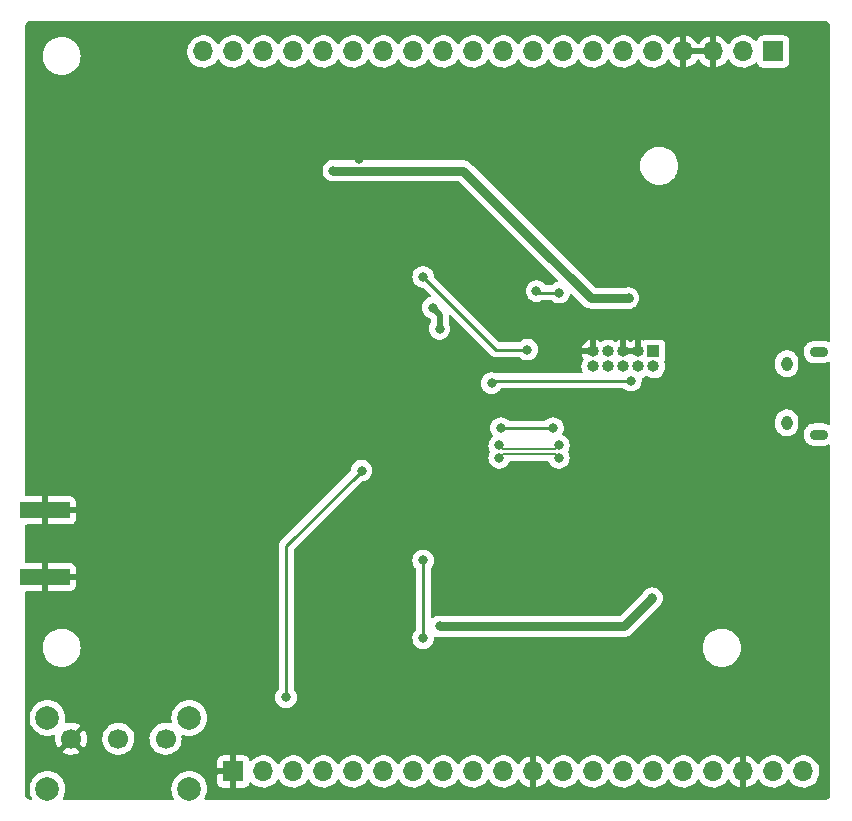
<source format=gbr>
%TF.GenerationSoftware,KiCad,Pcbnew,(6.0.6)*%
%TF.CreationDate,2022-08-06T17:38:51+02:00*%
%TF.ProjectId,STM32L053Breakout,53544d33-324c-4303-9533-427265616b6f,rev?*%
%TF.SameCoordinates,Original*%
%TF.FileFunction,Copper,L2,Bot*%
%TF.FilePolarity,Positive*%
%FSLAX46Y46*%
G04 Gerber Fmt 4.6, Leading zero omitted, Abs format (unit mm)*
G04 Created by KiCad (PCBNEW (6.0.6)) date 2022-08-06 17:38:51*
%MOMM*%
%LPD*%
G01*
G04 APERTURE LIST*
%TA.AperFunction,ComponentPad*%
%ADD10C,2.000000*%
%TD*%
%TA.AperFunction,ComponentPad*%
%ADD11C,1.700000*%
%TD*%
%TA.AperFunction,SMDPad,CuDef*%
%ADD12R,4.200000X1.350000*%
%TD*%
%TA.AperFunction,ComponentPad*%
%ADD13O,1.550000X0.890000*%
%TD*%
%TA.AperFunction,ComponentPad*%
%ADD14O,0.950000X1.250000*%
%TD*%
%TA.AperFunction,ComponentPad*%
%ADD15R,1.700000X1.700000*%
%TD*%
%TA.AperFunction,ComponentPad*%
%ADD16O,1.700000X1.700000*%
%TD*%
%TA.AperFunction,ComponentPad*%
%ADD17R,1.000000X1.000000*%
%TD*%
%TA.AperFunction,ComponentPad*%
%ADD18O,1.000000X1.000000*%
%TD*%
%TA.AperFunction,ViaPad*%
%ADD19C,0.800000*%
%TD*%
%TA.AperFunction,Conductor*%
%ADD20C,0.750000*%
%TD*%
%TA.AperFunction,Conductor*%
%ADD21C,0.500000*%
%TD*%
%TA.AperFunction,Conductor*%
%ADD22C,0.250000*%
%TD*%
%TA.AperFunction,Conductor*%
%ADD23C,0.200000*%
%TD*%
G04 APERTURE END LIST*
D10*
%TO.P,SW501,*%
%TO.N,*%
X88400000Y-133550000D03*
X100400000Y-133550000D03*
X100400000Y-127550000D03*
X88400000Y-127550000D03*
D11*
%TO.P,SW501,1,A*%
%TO.N,GND*%
X90400000Y-129300000D03*
%TO.P,SW501,2,B*%
%TO.N,/BOOT_SW*%
X94400000Y-129300000D03*
%TO.P,SW501,3,C*%
%TO.N,+3.3V*%
X98400000Y-129300000D03*
%TD*%
D12*
%TO.P,J600,2,Ext*%
%TO.N,GND*%
X88200000Y-115625000D03*
X88200000Y-109975000D03*
%TD*%
D13*
%TO.P,J100,6,Shield*%
%TO.N,unconnected-(J100-Pad6)*%
X153700000Y-103560000D03*
D14*
X151000000Y-102560000D03*
D13*
X153700000Y-96560000D03*
D14*
X151000000Y-97560000D03*
%TD*%
D15*
%TO.P,J301,1,Pin_1*%
%TO.N,+3.3V*%
X149860000Y-71120000D03*
D16*
%TO.P,J301,2,Pin_2*%
X147320000Y-71120000D03*
%TO.P,J301,3,Pin_3*%
%TO.N,GND*%
X144780000Y-71120000D03*
%TO.P,J301,4,Pin_4*%
X142240000Y-71120000D03*
%TO.P,J301,5,Pin_5*%
%TO.N,I2C1_SCL*%
X139700000Y-71120000D03*
%TO.P,J301,6,Pin_6*%
%TO.N,I2C1_SDA*%
X137160000Y-71120000D03*
%TO.P,J301,7,Pin_7*%
%TO.N,unconnected-(J301-Pad7)*%
X134620000Y-71120000D03*
%TO.P,J301,8,Pin_8*%
%TO.N,unconnected-(J301-Pad8)*%
X132080000Y-71120000D03*
%TO.P,J301,9,Pin_9*%
%TO.N,VLCD*%
X129540000Y-71120000D03*
%TO.P,J301,10,Pin_10*%
%TO.N,PC13*%
X127000000Y-71120000D03*
%TO.P,J301,11,Pin_11*%
%TO.N,PC14*%
X124460000Y-71120000D03*
%TO.P,J301,12,Pin_12*%
%TO.N,PC15*%
X121920000Y-71120000D03*
%TO.P,J301,13,Pin_13*%
%TO.N,PC0*%
X119380000Y-71120000D03*
%TO.P,J301,14,Pin_14*%
%TO.N,PC1*%
X116840000Y-71120000D03*
%TO.P,J301,15,Pin_15*%
%TO.N,PC2*%
X114300000Y-71120000D03*
%TO.P,J301,16,Pin_16*%
%TO.N,PC3*%
X111760000Y-71120000D03*
%TO.P,J301,17,Pin_17*%
%TO.N,PA0*%
X109220000Y-71120000D03*
%TO.P,J301,18,Pin_18*%
%TO.N,PA1*%
X106680000Y-71120000D03*
%TO.P,J301,19,Pin_19*%
%TO.N,UART2_TX*%
X104140000Y-71120000D03*
%TO.P,J301,20,Pin_20*%
%TO.N,UART2_RX*%
X101600000Y-71120000D03*
%TD*%
D15*
%TO.P,J300,1,Pin_1*%
%TO.N,GND*%
X104140000Y-132080000D03*
D16*
%TO.P,J300,2,Pin_2*%
%TO.N,PB12*%
X106680000Y-132080000D03*
%TO.P,J300,3,Pin_3*%
%TO.N,PB13*%
X109220000Y-132080000D03*
%TO.P,J300,4,Pin_4*%
%TO.N,PB14*%
X111760000Y-132080000D03*
%TO.P,J300,5,Pin_5*%
%TO.N,PB15*%
X114300000Y-132080000D03*
%TO.P,J300,6,Pin_6*%
%TO.N,PC6*%
X116840000Y-132080000D03*
%TO.P,J300,7,Pin_7*%
%TO.N,PC7*%
X119380000Y-132080000D03*
%TO.P,J300,8,Pin_8*%
%TO.N,PC8*%
X121920000Y-132080000D03*
%TO.P,J300,9,Pin_9*%
%TO.N,PC9*%
X124460000Y-132080000D03*
%TO.P,J300,10,Pin_10*%
%TO.N,PA8*%
X127000000Y-132080000D03*
%TO.P,J300,11,Pin_11*%
%TO.N,GND*%
X129540000Y-132080000D03*
%TO.P,J300,12,Pin_12*%
%TO.N,UART1_RX*%
X132080000Y-132080000D03*
%TO.P,J300,13,Pin_13*%
%TO.N,PA15*%
X134620000Y-132080000D03*
%TO.P,J300,14,Pin_14*%
%TO.N,PC10*%
X137160000Y-132080000D03*
%TO.P,J300,15,Pin_15*%
%TO.N,PC11*%
X139700000Y-132080000D03*
%TO.P,J300,16,Pin_16*%
%TO.N,PC12*%
X142240000Y-132080000D03*
%TO.P,J300,17,Pin_17*%
%TO.N,PD2*%
X144780000Y-132080000D03*
%TO.P,J300,18,Pin_18*%
%TO.N,GND*%
X147320000Y-132080000D03*
%TO.P,J300,19,Pin_19*%
%TO.N,+3.3V*%
X149860000Y-132080000D03*
%TO.P,J300,20,Pin_20*%
%TO.N,VCC*%
X152400000Y-132080000D03*
%TD*%
D17*
%TO.P,J5,1,Pin_1*%
%TO.N,+3.3V*%
X139700000Y-96520000D03*
D18*
%TO.P,J5,2,Pin_2*%
%TO.N,SWDIO*%
X139700000Y-97790000D03*
%TO.P,J5,3,Pin_3*%
%TO.N,GND*%
X138430000Y-96520000D03*
%TO.P,J5,4,Pin_4*%
%TO.N,SWCLK*%
X138430000Y-97790000D03*
%TO.P,J5,5,Pin_5*%
%TO.N,GND*%
X137160000Y-96520000D03*
%TO.P,J5,6,Pin_6*%
%TO.N,unconnected-(J5-Pad6)*%
X137160000Y-97790000D03*
%TO.P,J5,7,Pin_7*%
%TO.N,unconnected-(J5-Pad7)*%
X135890000Y-96520000D03*
%TO.P,J5,8,Pin_8*%
%TO.N,unconnected-(J5-Pad8)*%
X135890000Y-97790000D03*
%TO.P,J5,9,Pin_9*%
%TO.N,GND*%
X134620000Y-96520000D03*
%TO.P,J5,10,Pin_10*%
%TO.N,RESET*%
X134620000Y-97790000D03*
%TD*%
D19*
%TO.N,+3.3V*%
X121600000Y-119800000D03*
X121600000Y-94600000D03*
X112600000Y-81200000D03*
X137600000Y-92000000D03*
X129200000Y-86800000D03*
X121000000Y-92800000D03*
X139600000Y-117400000D03*
%TO.N,GND*%
X145000000Y-91400000D03*
X87000000Y-88000000D03*
X148000000Y-116400000D03*
X153800000Y-121200000D03*
X146600000Y-107400000D03*
X91000000Y-118000000D03*
X92000000Y-96000000D03*
X101550000Y-116200000D03*
X87000000Y-101000000D03*
X87000000Y-106000000D03*
X103000000Y-88200000D03*
X89500000Y-84000000D03*
X89750000Y-98250000D03*
X109000000Y-82800000D03*
X95000000Y-118000000D03*
X120800000Y-77800000D03*
X92000000Y-92000000D03*
X92000000Y-88000000D03*
X101400000Y-120200000D03*
X114800000Y-80200000D03*
X139800000Y-112200000D03*
X89750000Y-94000000D03*
X150600000Y-84400000D03*
X124800000Y-117200000D03*
X87000000Y-96000000D03*
X123400000Y-90800000D03*
X101400000Y-108200000D03*
X95000000Y-105000000D03*
X110200000Y-90200000D03*
X149000000Y-98400000D03*
X122400000Y-98200000D03*
X92000000Y-84000000D03*
X115200000Y-97000000D03*
X150600000Y-90800000D03*
X89750000Y-107500000D03*
X145000000Y-84800000D03*
X136000000Y-103400000D03*
X101450000Y-112200000D03*
X146000000Y-79800000D03*
X136000000Y-101200000D03*
X150600000Y-78000000D03*
X87000000Y-92000000D03*
X87000000Y-84000000D03*
X92250000Y-100250000D03*
X95000000Y-110000000D03*
X95000000Y-114000000D03*
X117400000Y-90200000D03*
X153200000Y-108200000D03*
X87000000Y-118000000D03*
X135200000Y-83000000D03*
X90000000Y-89750000D03*
%TO.N,PC8*%
X120200000Y-114200000D03*
X120200000Y-120800000D03*
%TO.N,RESET*%
X120200000Y-90200000D03*
X129030498Y-96369502D03*
%TO.N,USB_D-*%
X131699500Y-105525000D03*
X126650500Y-105525000D03*
%TO.N,USB_D+*%
X126650500Y-104475000D03*
X131699500Y-104475000D03*
%TO.N,PB13*%
X108600000Y-125800000D03*
X115000000Y-106600000D03*
%TO.N,SWDIO*%
X131200000Y-103000000D03*
X126800000Y-103000000D03*
%TO.N,SWCLK*%
X126000000Y-99200000D03*
X137800000Y-99000000D03*
%TO.N,I2C1_SDA*%
X131730497Y-91530497D03*
X129800000Y-91400000D03*
%TD*%
D20*
%TO.N,+3.3V*%
X137200000Y-119800000D02*
X139600000Y-117400000D01*
D21*
X121600000Y-93400000D02*
X121000000Y-92800000D01*
D20*
X121600000Y-119800000D02*
X137200000Y-119800000D01*
X134400000Y-92000000D02*
X129200000Y-86800000D01*
X137600000Y-92000000D02*
X134400000Y-92000000D01*
X129200000Y-86800000D02*
X123600000Y-81200000D01*
D21*
X121600000Y-94600000D02*
X121600000Y-93400000D01*
D20*
X123600000Y-81200000D02*
X112600000Y-81200000D01*
D22*
%TO.N,PC8*%
X120200000Y-120800000D02*
X120200000Y-114200000D01*
%TO.N,RESET*%
X129030498Y-96369502D02*
X126369502Y-96369502D01*
X126369502Y-96369502D02*
X120200000Y-90200000D01*
D23*
%TO.N,USB_D-*%
X126950499Y-105225001D02*
X126650500Y-105525000D01*
X131699500Y-105525000D02*
X131399501Y-105225001D01*
X131399501Y-105225001D02*
X126950499Y-105225001D01*
%TO.N,USB_D+*%
X131399501Y-104774999D02*
X126950499Y-104774999D01*
X131699500Y-104475000D02*
X131399501Y-104774999D01*
X126950499Y-104774999D02*
X126650500Y-104475000D01*
D22*
%TO.N,PB13*%
X108600000Y-125000000D02*
X108600000Y-125800000D01*
X115000000Y-106600000D02*
X108600000Y-113000000D01*
X108600000Y-113000000D02*
X108600000Y-125000000D01*
%TO.N,SWDIO*%
X126800000Y-103000000D02*
X131200000Y-103000000D01*
%TO.N,SWCLK*%
X137800000Y-99000000D02*
X126200000Y-99000000D01*
X126200000Y-99000000D02*
X126000000Y-99200000D01*
%TO.N,I2C1_SDA*%
X129930497Y-91530497D02*
X129800000Y-91400000D01*
X131730497Y-91530497D02*
X129930497Y-91530497D01*
%TD*%
%TA.AperFunction,Conductor*%
%TO.N,GND*%
G36*
X154170018Y-68510000D02*
G01*
X154184852Y-68512310D01*
X154184855Y-68512310D01*
X154193724Y-68513691D01*
X154202626Y-68512527D01*
X154202750Y-68512511D01*
X154233192Y-68512240D01*
X154240621Y-68513077D01*
X154295264Y-68519234D01*
X154322771Y-68525513D01*
X154399853Y-68552485D01*
X154425274Y-68564727D01*
X154494426Y-68608178D01*
X154516485Y-68625770D01*
X154574230Y-68683515D01*
X154591822Y-68705574D01*
X154635273Y-68774726D01*
X154647515Y-68800147D01*
X154674487Y-68877228D01*
X154680766Y-68904736D01*
X154687018Y-68960226D01*
X154686923Y-68975868D01*
X154687800Y-68975879D01*
X154687690Y-68984851D01*
X154686309Y-68993724D01*
X154687473Y-69002626D01*
X154687473Y-69002628D01*
X154690436Y-69025283D01*
X154691500Y-69041621D01*
X154691500Y-95617736D01*
X154671498Y-95685857D01*
X154617842Y-95732350D01*
X154547568Y-95742454D01*
X154504030Y-95727725D01*
X154502804Y-95727040D01*
X154497573Y-95723377D01*
X154491713Y-95720841D01*
X154491711Y-95720840D01*
X154325652Y-95648980D01*
X154325651Y-95648980D01*
X154319796Y-95646446D01*
X154207889Y-95623067D01*
X154134927Y-95607824D01*
X154134923Y-95607824D01*
X154130182Y-95606833D01*
X154123828Y-95606500D01*
X153321592Y-95606500D01*
X153275839Y-95611147D01*
X153183632Y-95620513D01*
X153183630Y-95620513D01*
X153177284Y-95621158D01*
X152992439Y-95679085D01*
X152823018Y-95772997D01*
X152818170Y-95777153D01*
X152818169Y-95777153D01*
X152746856Y-95838276D01*
X152675941Y-95899057D01*
X152672024Y-95904107D01*
X152599235Y-95997946D01*
X152557216Y-96052116D01*
X152471693Y-96225923D01*
X152470086Y-96232093D01*
X152470084Y-96232098D01*
X152436003Y-96362937D01*
X152422865Y-96413376D01*
X152420700Y-96454689D01*
X152414882Y-96565708D01*
X152412727Y-96606818D01*
X152425928Y-96694104D01*
X152437486Y-96770528D01*
X152441693Y-96798349D01*
X152443896Y-96804337D01*
X152443897Y-96804340D01*
X152459155Y-96845809D01*
X152508581Y-96980142D01*
X152511939Y-96985558D01*
X152511941Y-96985562D01*
X152607293Y-97139350D01*
X152607296Y-97139354D01*
X152610656Y-97144773D01*
X152743751Y-97285517D01*
X152866828Y-97371696D01*
X152889010Y-97387228D01*
X152902427Y-97396623D01*
X153080204Y-97473554D01*
X153086452Y-97474859D01*
X153086451Y-97474859D01*
X153265073Y-97512176D01*
X153265077Y-97512176D01*
X153269818Y-97513167D01*
X153276172Y-97513500D01*
X154078408Y-97513500D01*
X154124161Y-97508853D01*
X154216368Y-97499487D01*
X154216370Y-97499487D01*
X154222716Y-97498842D01*
X154407561Y-97440915D01*
X154504415Y-97387228D01*
X154573690Y-97371696D01*
X154640367Y-97396084D01*
X154683274Y-97452649D01*
X154691500Y-97497430D01*
X154691500Y-102617736D01*
X154671498Y-102685857D01*
X154617842Y-102732350D01*
X154547568Y-102742454D01*
X154504030Y-102727725D01*
X154502804Y-102727040D01*
X154497573Y-102723377D01*
X154491713Y-102720841D01*
X154491711Y-102720840D01*
X154325652Y-102648980D01*
X154325651Y-102648980D01*
X154319796Y-102646446D01*
X154207889Y-102623067D01*
X154134927Y-102607824D01*
X154134923Y-102607824D01*
X154130182Y-102606833D01*
X154123828Y-102606500D01*
X153321592Y-102606500D01*
X153275839Y-102611147D01*
X153183632Y-102620513D01*
X153183630Y-102620513D01*
X153177284Y-102621158D01*
X152992439Y-102679085D01*
X152823018Y-102772997D01*
X152818170Y-102777153D01*
X152818169Y-102777153D01*
X152772105Y-102816635D01*
X152675941Y-102899057D01*
X152637130Y-102949092D01*
X152595577Y-103002662D01*
X152557216Y-103052116D01*
X152471693Y-103225923D01*
X152470086Y-103232093D01*
X152470084Y-103232098D01*
X152424475Y-103407194D01*
X152422865Y-103413376D01*
X152422531Y-103419756D01*
X152413162Y-103598523D01*
X152412727Y-103606818D01*
X152441693Y-103798349D01*
X152508581Y-103980142D01*
X152511939Y-103985558D01*
X152511941Y-103985562D01*
X152607293Y-104139350D01*
X152607296Y-104139354D01*
X152610656Y-104144773D01*
X152743751Y-104285517D01*
X152866828Y-104371696D01*
X152889010Y-104387228D01*
X152902427Y-104396623D01*
X152997621Y-104437817D01*
X153068375Y-104468435D01*
X153080204Y-104473554D01*
X153086452Y-104474859D01*
X153086451Y-104474859D01*
X153265073Y-104512176D01*
X153265077Y-104512176D01*
X153269818Y-104513167D01*
X153276172Y-104513500D01*
X154078408Y-104513500D01*
X154124161Y-104508853D01*
X154216368Y-104499487D01*
X154216370Y-104499487D01*
X154222716Y-104498842D01*
X154407561Y-104440915D01*
X154504415Y-104387228D01*
X154573690Y-104371696D01*
X154640367Y-104396084D01*
X154683274Y-104452649D01*
X154691500Y-104497430D01*
X154691500Y-133950633D01*
X154690000Y-133970018D01*
X154686309Y-133993724D01*
X154687473Y-134002626D01*
X154687489Y-134002750D01*
X154687760Y-134033192D01*
X154685430Y-134053870D01*
X154680766Y-134095264D01*
X154674487Y-134122771D01*
X154647515Y-134199853D01*
X154635273Y-134225274D01*
X154591822Y-134294426D01*
X154574230Y-134316485D01*
X154516485Y-134374230D01*
X154494426Y-134391822D01*
X154425274Y-134435273D01*
X154399853Y-134447515D01*
X154322772Y-134474487D01*
X154295264Y-134480766D01*
X154239774Y-134487018D01*
X154224132Y-134486923D01*
X154224121Y-134487800D01*
X154215149Y-134487690D01*
X154206276Y-134486309D01*
X154197374Y-134487473D01*
X154197372Y-134487473D01*
X154186385Y-134488910D01*
X154174714Y-134490436D01*
X154158379Y-134491500D01*
X101817249Y-134491500D01*
X101749128Y-134471498D01*
X101702635Y-134417842D01*
X101692531Y-134347568D01*
X101709816Y-134299665D01*
X101745654Y-134241183D01*
X101748240Y-134236963D01*
X101763612Y-134199853D01*
X101837211Y-134022167D01*
X101837212Y-134022165D01*
X101839105Y-134017594D01*
X101894535Y-133786711D01*
X101913165Y-133550000D01*
X101894535Y-133313289D01*
X101892853Y-133306279D01*
X101847537Y-133117529D01*
X101839105Y-133082406D01*
X101794479Y-132974669D01*
X102782001Y-132974669D01*
X102782371Y-132981490D01*
X102787895Y-133032352D01*
X102791521Y-133047604D01*
X102836676Y-133168054D01*
X102845214Y-133183649D01*
X102921715Y-133285724D01*
X102934276Y-133298285D01*
X103036351Y-133374786D01*
X103051946Y-133383324D01*
X103172394Y-133428478D01*
X103187649Y-133432105D01*
X103238514Y-133437631D01*
X103245328Y-133438000D01*
X103867885Y-133438000D01*
X103883124Y-133433525D01*
X103884329Y-133432135D01*
X103886000Y-133424452D01*
X103886000Y-133419884D01*
X104394000Y-133419884D01*
X104398475Y-133435123D01*
X104399865Y-133436328D01*
X104407548Y-133437999D01*
X105034669Y-133437999D01*
X105041490Y-133437629D01*
X105092352Y-133432105D01*
X105107604Y-133428479D01*
X105228054Y-133383324D01*
X105243649Y-133374786D01*
X105345724Y-133298285D01*
X105358285Y-133285724D01*
X105434786Y-133183649D01*
X105443324Y-133168054D01*
X105484225Y-133058952D01*
X105526867Y-133002188D01*
X105593428Y-132977488D01*
X105662777Y-132992696D01*
X105697444Y-133020684D01*
X105722865Y-133050031D01*
X105722869Y-133050035D01*
X105726250Y-133053938D01*
X105898126Y-133196632D01*
X106091000Y-133309338D01*
X106095825Y-133311180D01*
X106095826Y-133311181D01*
X106114267Y-133318223D01*
X106299692Y-133389030D01*
X106304760Y-133390061D01*
X106304763Y-133390062D01*
X106399862Y-133409410D01*
X106518597Y-133433567D01*
X106523772Y-133433757D01*
X106523774Y-133433757D01*
X106736673Y-133441564D01*
X106736677Y-133441564D01*
X106741837Y-133441753D01*
X106746957Y-133441097D01*
X106746959Y-133441097D01*
X106958288Y-133414025D01*
X106958289Y-133414025D01*
X106963416Y-133413368D01*
X106968366Y-133411883D01*
X107172429Y-133350661D01*
X107172434Y-133350659D01*
X107177384Y-133349174D01*
X107377994Y-133250896D01*
X107559860Y-133121173D01*
X107718096Y-132963489D01*
X107848453Y-132782077D01*
X107849776Y-132783028D01*
X107896645Y-132739857D01*
X107966580Y-132727625D01*
X108032026Y-132755144D01*
X108059875Y-132786994D01*
X108119987Y-132885088D01*
X108266250Y-133053938D01*
X108438126Y-133196632D01*
X108631000Y-133309338D01*
X108635825Y-133311180D01*
X108635826Y-133311181D01*
X108654267Y-133318223D01*
X108839692Y-133389030D01*
X108844760Y-133390061D01*
X108844763Y-133390062D01*
X108939862Y-133409410D01*
X109058597Y-133433567D01*
X109063772Y-133433757D01*
X109063774Y-133433757D01*
X109276673Y-133441564D01*
X109276677Y-133441564D01*
X109281837Y-133441753D01*
X109286957Y-133441097D01*
X109286959Y-133441097D01*
X109498288Y-133414025D01*
X109498289Y-133414025D01*
X109503416Y-133413368D01*
X109508366Y-133411883D01*
X109712429Y-133350661D01*
X109712434Y-133350659D01*
X109717384Y-133349174D01*
X109917994Y-133250896D01*
X110099860Y-133121173D01*
X110258096Y-132963489D01*
X110388453Y-132782077D01*
X110389776Y-132783028D01*
X110436645Y-132739857D01*
X110506580Y-132727625D01*
X110572026Y-132755144D01*
X110599875Y-132786994D01*
X110659987Y-132885088D01*
X110806250Y-133053938D01*
X110978126Y-133196632D01*
X111171000Y-133309338D01*
X111175825Y-133311180D01*
X111175826Y-133311181D01*
X111194267Y-133318223D01*
X111379692Y-133389030D01*
X111384760Y-133390061D01*
X111384763Y-133390062D01*
X111479862Y-133409410D01*
X111598597Y-133433567D01*
X111603772Y-133433757D01*
X111603774Y-133433757D01*
X111816673Y-133441564D01*
X111816677Y-133441564D01*
X111821837Y-133441753D01*
X111826957Y-133441097D01*
X111826959Y-133441097D01*
X112038288Y-133414025D01*
X112038289Y-133414025D01*
X112043416Y-133413368D01*
X112048366Y-133411883D01*
X112252429Y-133350661D01*
X112252434Y-133350659D01*
X112257384Y-133349174D01*
X112457994Y-133250896D01*
X112639860Y-133121173D01*
X112798096Y-132963489D01*
X112928453Y-132782077D01*
X112929776Y-132783028D01*
X112976645Y-132739857D01*
X113046580Y-132727625D01*
X113112026Y-132755144D01*
X113139875Y-132786994D01*
X113199987Y-132885088D01*
X113346250Y-133053938D01*
X113518126Y-133196632D01*
X113711000Y-133309338D01*
X113715825Y-133311180D01*
X113715826Y-133311181D01*
X113734267Y-133318223D01*
X113919692Y-133389030D01*
X113924760Y-133390061D01*
X113924763Y-133390062D01*
X114019862Y-133409410D01*
X114138597Y-133433567D01*
X114143772Y-133433757D01*
X114143774Y-133433757D01*
X114356673Y-133441564D01*
X114356677Y-133441564D01*
X114361837Y-133441753D01*
X114366957Y-133441097D01*
X114366959Y-133441097D01*
X114578288Y-133414025D01*
X114578289Y-133414025D01*
X114583416Y-133413368D01*
X114588366Y-133411883D01*
X114792429Y-133350661D01*
X114792434Y-133350659D01*
X114797384Y-133349174D01*
X114997994Y-133250896D01*
X115179860Y-133121173D01*
X115338096Y-132963489D01*
X115468453Y-132782077D01*
X115469776Y-132783028D01*
X115516645Y-132739857D01*
X115586580Y-132727625D01*
X115652026Y-132755144D01*
X115679875Y-132786994D01*
X115739987Y-132885088D01*
X115886250Y-133053938D01*
X116058126Y-133196632D01*
X116251000Y-133309338D01*
X116255825Y-133311180D01*
X116255826Y-133311181D01*
X116274267Y-133318223D01*
X116459692Y-133389030D01*
X116464760Y-133390061D01*
X116464763Y-133390062D01*
X116559862Y-133409410D01*
X116678597Y-133433567D01*
X116683772Y-133433757D01*
X116683774Y-133433757D01*
X116896673Y-133441564D01*
X116896677Y-133441564D01*
X116901837Y-133441753D01*
X116906957Y-133441097D01*
X116906959Y-133441097D01*
X117118288Y-133414025D01*
X117118289Y-133414025D01*
X117123416Y-133413368D01*
X117128366Y-133411883D01*
X117332429Y-133350661D01*
X117332434Y-133350659D01*
X117337384Y-133349174D01*
X117537994Y-133250896D01*
X117719860Y-133121173D01*
X117878096Y-132963489D01*
X118008453Y-132782077D01*
X118009776Y-132783028D01*
X118056645Y-132739857D01*
X118126580Y-132727625D01*
X118192026Y-132755144D01*
X118219875Y-132786994D01*
X118279987Y-132885088D01*
X118426250Y-133053938D01*
X118598126Y-133196632D01*
X118791000Y-133309338D01*
X118795825Y-133311180D01*
X118795826Y-133311181D01*
X118814267Y-133318223D01*
X118999692Y-133389030D01*
X119004760Y-133390061D01*
X119004763Y-133390062D01*
X119099862Y-133409410D01*
X119218597Y-133433567D01*
X119223772Y-133433757D01*
X119223774Y-133433757D01*
X119436673Y-133441564D01*
X119436677Y-133441564D01*
X119441837Y-133441753D01*
X119446957Y-133441097D01*
X119446959Y-133441097D01*
X119658288Y-133414025D01*
X119658289Y-133414025D01*
X119663416Y-133413368D01*
X119668366Y-133411883D01*
X119872429Y-133350661D01*
X119872434Y-133350659D01*
X119877384Y-133349174D01*
X120077994Y-133250896D01*
X120259860Y-133121173D01*
X120418096Y-132963489D01*
X120548453Y-132782077D01*
X120549776Y-132783028D01*
X120596645Y-132739857D01*
X120666580Y-132727625D01*
X120732026Y-132755144D01*
X120759875Y-132786994D01*
X120819987Y-132885088D01*
X120966250Y-133053938D01*
X121138126Y-133196632D01*
X121331000Y-133309338D01*
X121335825Y-133311180D01*
X121335826Y-133311181D01*
X121354267Y-133318223D01*
X121539692Y-133389030D01*
X121544760Y-133390061D01*
X121544763Y-133390062D01*
X121639862Y-133409410D01*
X121758597Y-133433567D01*
X121763772Y-133433757D01*
X121763774Y-133433757D01*
X121976673Y-133441564D01*
X121976677Y-133441564D01*
X121981837Y-133441753D01*
X121986957Y-133441097D01*
X121986959Y-133441097D01*
X122198288Y-133414025D01*
X122198289Y-133414025D01*
X122203416Y-133413368D01*
X122208366Y-133411883D01*
X122412429Y-133350661D01*
X122412434Y-133350659D01*
X122417384Y-133349174D01*
X122617994Y-133250896D01*
X122799860Y-133121173D01*
X122958096Y-132963489D01*
X123088453Y-132782077D01*
X123089776Y-132783028D01*
X123136645Y-132739857D01*
X123206580Y-132727625D01*
X123272026Y-132755144D01*
X123299875Y-132786994D01*
X123359987Y-132885088D01*
X123506250Y-133053938D01*
X123678126Y-133196632D01*
X123871000Y-133309338D01*
X123875825Y-133311180D01*
X123875826Y-133311181D01*
X123894267Y-133318223D01*
X124079692Y-133389030D01*
X124084760Y-133390061D01*
X124084763Y-133390062D01*
X124179862Y-133409410D01*
X124298597Y-133433567D01*
X124303772Y-133433757D01*
X124303774Y-133433757D01*
X124516673Y-133441564D01*
X124516677Y-133441564D01*
X124521837Y-133441753D01*
X124526957Y-133441097D01*
X124526959Y-133441097D01*
X124738288Y-133414025D01*
X124738289Y-133414025D01*
X124743416Y-133413368D01*
X124748366Y-133411883D01*
X124952429Y-133350661D01*
X124952434Y-133350659D01*
X124957384Y-133349174D01*
X125157994Y-133250896D01*
X125339860Y-133121173D01*
X125498096Y-132963489D01*
X125628453Y-132782077D01*
X125629776Y-132783028D01*
X125676645Y-132739857D01*
X125746580Y-132727625D01*
X125812026Y-132755144D01*
X125839875Y-132786994D01*
X125899987Y-132885088D01*
X126046250Y-133053938D01*
X126218126Y-133196632D01*
X126411000Y-133309338D01*
X126415825Y-133311180D01*
X126415826Y-133311181D01*
X126434267Y-133318223D01*
X126619692Y-133389030D01*
X126624760Y-133390061D01*
X126624763Y-133390062D01*
X126719862Y-133409410D01*
X126838597Y-133433567D01*
X126843772Y-133433757D01*
X126843774Y-133433757D01*
X127056673Y-133441564D01*
X127056677Y-133441564D01*
X127061837Y-133441753D01*
X127066957Y-133441097D01*
X127066959Y-133441097D01*
X127278288Y-133414025D01*
X127278289Y-133414025D01*
X127283416Y-133413368D01*
X127288366Y-133411883D01*
X127492429Y-133350661D01*
X127492434Y-133350659D01*
X127497384Y-133349174D01*
X127697994Y-133250896D01*
X127879860Y-133121173D01*
X128038096Y-132963489D01*
X128168453Y-132782077D01*
X128169640Y-132782930D01*
X128216960Y-132739362D01*
X128286897Y-132727145D01*
X128352338Y-132754678D01*
X128380166Y-132786511D01*
X128437694Y-132880388D01*
X128443777Y-132888699D01*
X128583213Y-133049667D01*
X128590580Y-133056883D01*
X128754434Y-133192916D01*
X128762881Y-133198831D01*
X128946756Y-133306279D01*
X128956042Y-133310729D01*
X129155001Y-133386703D01*
X129164899Y-133389579D01*
X129268250Y-133410606D01*
X129282299Y-133409410D01*
X129286000Y-133399065D01*
X129286000Y-133398517D01*
X129794000Y-133398517D01*
X129798064Y-133412359D01*
X129811478Y-133414393D01*
X129818184Y-133413534D01*
X129828262Y-133411392D01*
X130032255Y-133350191D01*
X130041842Y-133346433D01*
X130233095Y-133252739D01*
X130241945Y-133247464D01*
X130415328Y-133123792D01*
X130423200Y-133117139D01*
X130574052Y-132966812D01*
X130580730Y-132958965D01*
X130708022Y-132781819D01*
X130709279Y-132782722D01*
X130756373Y-132739362D01*
X130826311Y-132727145D01*
X130891751Y-132754678D01*
X130919579Y-132786511D01*
X130979987Y-132885088D01*
X131126250Y-133053938D01*
X131298126Y-133196632D01*
X131491000Y-133309338D01*
X131495825Y-133311180D01*
X131495826Y-133311181D01*
X131514267Y-133318223D01*
X131699692Y-133389030D01*
X131704760Y-133390061D01*
X131704763Y-133390062D01*
X131799862Y-133409410D01*
X131918597Y-133433567D01*
X131923772Y-133433757D01*
X131923774Y-133433757D01*
X132136673Y-133441564D01*
X132136677Y-133441564D01*
X132141837Y-133441753D01*
X132146957Y-133441097D01*
X132146959Y-133441097D01*
X132358288Y-133414025D01*
X132358289Y-133414025D01*
X132363416Y-133413368D01*
X132368366Y-133411883D01*
X132572429Y-133350661D01*
X132572434Y-133350659D01*
X132577384Y-133349174D01*
X132777994Y-133250896D01*
X132959860Y-133121173D01*
X133118096Y-132963489D01*
X133248453Y-132782077D01*
X133249776Y-132783028D01*
X133296645Y-132739857D01*
X133366580Y-132727625D01*
X133432026Y-132755144D01*
X133459875Y-132786994D01*
X133519987Y-132885088D01*
X133666250Y-133053938D01*
X133838126Y-133196632D01*
X134031000Y-133309338D01*
X134035825Y-133311180D01*
X134035826Y-133311181D01*
X134054267Y-133318223D01*
X134239692Y-133389030D01*
X134244760Y-133390061D01*
X134244763Y-133390062D01*
X134339862Y-133409410D01*
X134458597Y-133433567D01*
X134463772Y-133433757D01*
X134463774Y-133433757D01*
X134676673Y-133441564D01*
X134676677Y-133441564D01*
X134681837Y-133441753D01*
X134686957Y-133441097D01*
X134686959Y-133441097D01*
X134898288Y-133414025D01*
X134898289Y-133414025D01*
X134903416Y-133413368D01*
X134908366Y-133411883D01*
X135112429Y-133350661D01*
X135112434Y-133350659D01*
X135117384Y-133349174D01*
X135317994Y-133250896D01*
X135499860Y-133121173D01*
X135658096Y-132963489D01*
X135788453Y-132782077D01*
X135789776Y-132783028D01*
X135836645Y-132739857D01*
X135906580Y-132727625D01*
X135972026Y-132755144D01*
X135999875Y-132786994D01*
X136059987Y-132885088D01*
X136206250Y-133053938D01*
X136378126Y-133196632D01*
X136571000Y-133309338D01*
X136575825Y-133311180D01*
X136575826Y-133311181D01*
X136594267Y-133318223D01*
X136779692Y-133389030D01*
X136784760Y-133390061D01*
X136784763Y-133390062D01*
X136879862Y-133409410D01*
X136998597Y-133433567D01*
X137003772Y-133433757D01*
X137003774Y-133433757D01*
X137216673Y-133441564D01*
X137216677Y-133441564D01*
X137221837Y-133441753D01*
X137226957Y-133441097D01*
X137226959Y-133441097D01*
X137438288Y-133414025D01*
X137438289Y-133414025D01*
X137443416Y-133413368D01*
X137448366Y-133411883D01*
X137652429Y-133350661D01*
X137652434Y-133350659D01*
X137657384Y-133349174D01*
X137857994Y-133250896D01*
X138039860Y-133121173D01*
X138198096Y-132963489D01*
X138328453Y-132782077D01*
X138329776Y-132783028D01*
X138376645Y-132739857D01*
X138446580Y-132727625D01*
X138512026Y-132755144D01*
X138539875Y-132786994D01*
X138599987Y-132885088D01*
X138746250Y-133053938D01*
X138918126Y-133196632D01*
X139111000Y-133309338D01*
X139115825Y-133311180D01*
X139115826Y-133311181D01*
X139134267Y-133318223D01*
X139319692Y-133389030D01*
X139324760Y-133390061D01*
X139324763Y-133390062D01*
X139419862Y-133409410D01*
X139538597Y-133433567D01*
X139543772Y-133433757D01*
X139543774Y-133433757D01*
X139756673Y-133441564D01*
X139756677Y-133441564D01*
X139761837Y-133441753D01*
X139766957Y-133441097D01*
X139766959Y-133441097D01*
X139978288Y-133414025D01*
X139978289Y-133414025D01*
X139983416Y-133413368D01*
X139988366Y-133411883D01*
X140192429Y-133350661D01*
X140192434Y-133350659D01*
X140197384Y-133349174D01*
X140397994Y-133250896D01*
X140579860Y-133121173D01*
X140738096Y-132963489D01*
X140868453Y-132782077D01*
X140869776Y-132783028D01*
X140916645Y-132739857D01*
X140986580Y-132727625D01*
X141052026Y-132755144D01*
X141079875Y-132786994D01*
X141139987Y-132885088D01*
X141286250Y-133053938D01*
X141458126Y-133196632D01*
X141651000Y-133309338D01*
X141655825Y-133311180D01*
X141655826Y-133311181D01*
X141674267Y-133318223D01*
X141859692Y-133389030D01*
X141864760Y-133390061D01*
X141864763Y-133390062D01*
X141959862Y-133409410D01*
X142078597Y-133433567D01*
X142083772Y-133433757D01*
X142083774Y-133433757D01*
X142296673Y-133441564D01*
X142296677Y-133441564D01*
X142301837Y-133441753D01*
X142306957Y-133441097D01*
X142306959Y-133441097D01*
X142518288Y-133414025D01*
X142518289Y-133414025D01*
X142523416Y-133413368D01*
X142528366Y-133411883D01*
X142732429Y-133350661D01*
X142732434Y-133350659D01*
X142737384Y-133349174D01*
X142937994Y-133250896D01*
X143119860Y-133121173D01*
X143278096Y-132963489D01*
X143408453Y-132782077D01*
X143409776Y-132783028D01*
X143456645Y-132739857D01*
X143526580Y-132727625D01*
X143592026Y-132755144D01*
X143619875Y-132786994D01*
X143679987Y-132885088D01*
X143826250Y-133053938D01*
X143998126Y-133196632D01*
X144191000Y-133309338D01*
X144195825Y-133311180D01*
X144195826Y-133311181D01*
X144214267Y-133318223D01*
X144399692Y-133389030D01*
X144404760Y-133390061D01*
X144404763Y-133390062D01*
X144499862Y-133409410D01*
X144618597Y-133433567D01*
X144623772Y-133433757D01*
X144623774Y-133433757D01*
X144836673Y-133441564D01*
X144836677Y-133441564D01*
X144841837Y-133441753D01*
X144846957Y-133441097D01*
X144846959Y-133441097D01*
X145058288Y-133414025D01*
X145058289Y-133414025D01*
X145063416Y-133413368D01*
X145068366Y-133411883D01*
X145272429Y-133350661D01*
X145272434Y-133350659D01*
X145277384Y-133349174D01*
X145477994Y-133250896D01*
X145659860Y-133121173D01*
X145818096Y-132963489D01*
X145948453Y-132782077D01*
X145949640Y-132782930D01*
X145996960Y-132739362D01*
X146066897Y-132727145D01*
X146132338Y-132754678D01*
X146160166Y-132786511D01*
X146217694Y-132880388D01*
X146223777Y-132888699D01*
X146363213Y-133049667D01*
X146370580Y-133056883D01*
X146534434Y-133192916D01*
X146542881Y-133198831D01*
X146726756Y-133306279D01*
X146736042Y-133310729D01*
X146935001Y-133386703D01*
X146944899Y-133389579D01*
X147048250Y-133410606D01*
X147062299Y-133409410D01*
X147066000Y-133399065D01*
X147066000Y-133398517D01*
X147574000Y-133398517D01*
X147578064Y-133412359D01*
X147591478Y-133414393D01*
X147598184Y-133413534D01*
X147608262Y-133411392D01*
X147812255Y-133350191D01*
X147821842Y-133346433D01*
X148013095Y-133252739D01*
X148021945Y-133247464D01*
X148195328Y-133123792D01*
X148203200Y-133117139D01*
X148354052Y-132966812D01*
X148360730Y-132958965D01*
X148488022Y-132781819D01*
X148489279Y-132782722D01*
X148536373Y-132739362D01*
X148606311Y-132727145D01*
X148671751Y-132754678D01*
X148699579Y-132786511D01*
X148759987Y-132885088D01*
X148906250Y-133053938D01*
X149078126Y-133196632D01*
X149271000Y-133309338D01*
X149275825Y-133311180D01*
X149275826Y-133311181D01*
X149294267Y-133318223D01*
X149479692Y-133389030D01*
X149484760Y-133390061D01*
X149484763Y-133390062D01*
X149579862Y-133409410D01*
X149698597Y-133433567D01*
X149703772Y-133433757D01*
X149703774Y-133433757D01*
X149916673Y-133441564D01*
X149916677Y-133441564D01*
X149921837Y-133441753D01*
X149926957Y-133441097D01*
X149926959Y-133441097D01*
X150138288Y-133414025D01*
X150138289Y-133414025D01*
X150143416Y-133413368D01*
X150148366Y-133411883D01*
X150352429Y-133350661D01*
X150352434Y-133350659D01*
X150357384Y-133349174D01*
X150557994Y-133250896D01*
X150739860Y-133121173D01*
X150898096Y-132963489D01*
X151028453Y-132782077D01*
X151029776Y-132783028D01*
X151076645Y-132739857D01*
X151146580Y-132727625D01*
X151212026Y-132755144D01*
X151239875Y-132786994D01*
X151299987Y-132885088D01*
X151446250Y-133053938D01*
X151618126Y-133196632D01*
X151811000Y-133309338D01*
X151815825Y-133311180D01*
X151815826Y-133311181D01*
X151834267Y-133318223D01*
X152019692Y-133389030D01*
X152024760Y-133390061D01*
X152024763Y-133390062D01*
X152119862Y-133409410D01*
X152238597Y-133433567D01*
X152243772Y-133433757D01*
X152243774Y-133433757D01*
X152456673Y-133441564D01*
X152456677Y-133441564D01*
X152461837Y-133441753D01*
X152466957Y-133441097D01*
X152466959Y-133441097D01*
X152678288Y-133414025D01*
X152678289Y-133414025D01*
X152683416Y-133413368D01*
X152688366Y-133411883D01*
X152892429Y-133350661D01*
X152892434Y-133350659D01*
X152897384Y-133349174D01*
X153097994Y-133250896D01*
X153279860Y-133121173D01*
X153438096Y-132963489D01*
X153568453Y-132782077D01*
X153581995Y-132754678D01*
X153665136Y-132586453D01*
X153665137Y-132586451D01*
X153667430Y-132581811D01*
X153732370Y-132368069D01*
X153761529Y-132146590D01*
X153762401Y-132110895D01*
X153763074Y-132083365D01*
X153763074Y-132083361D01*
X153763156Y-132080000D01*
X153744852Y-131857361D01*
X153690431Y-131640702D01*
X153601354Y-131435840D01*
X153480014Y-131248277D01*
X153329670Y-131083051D01*
X153325619Y-131079852D01*
X153325615Y-131079848D01*
X153158414Y-130947800D01*
X153158410Y-130947798D01*
X153154359Y-130944598D01*
X153118028Y-130924542D01*
X153026970Y-130874276D01*
X152958789Y-130836638D01*
X152953920Y-130834914D01*
X152953916Y-130834912D01*
X152753087Y-130763795D01*
X152753083Y-130763794D01*
X152748212Y-130762069D01*
X152743119Y-130761162D01*
X152743116Y-130761161D01*
X152533373Y-130723800D01*
X152533367Y-130723799D01*
X152528284Y-130722894D01*
X152454452Y-130721992D01*
X152310081Y-130720228D01*
X152310079Y-130720228D01*
X152304911Y-130720165D01*
X152084091Y-130753955D01*
X151871756Y-130823357D01*
X151673607Y-130926507D01*
X151669474Y-130929610D01*
X151669471Y-130929612D01*
X151586450Y-130991946D01*
X151494965Y-131060635D01*
X151340629Y-131222138D01*
X151233201Y-131379621D01*
X151178293Y-131424621D01*
X151107768Y-131432792D01*
X151044021Y-131401538D01*
X151023324Y-131377054D01*
X150942822Y-131252617D01*
X150942820Y-131252614D01*
X150940014Y-131248277D01*
X150789670Y-131083051D01*
X150785619Y-131079852D01*
X150785615Y-131079848D01*
X150618414Y-130947800D01*
X150618410Y-130947798D01*
X150614359Y-130944598D01*
X150578028Y-130924542D01*
X150486970Y-130874276D01*
X150418789Y-130836638D01*
X150413920Y-130834914D01*
X150413916Y-130834912D01*
X150213087Y-130763795D01*
X150213083Y-130763794D01*
X150208212Y-130762069D01*
X150203119Y-130761162D01*
X150203116Y-130761161D01*
X149993373Y-130723800D01*
X149993367Y-130723799D01*
X149988284Y-130722894D01*
X149914452Y-130721992D01*
X149770081Y-130720228D01*
X149770079Y-130720228D01*
X149764911Y-130720165D01*
X149544091Y-130753955D01*
X149331756Y-130823357D01*
X149133607Y-130926507D01*
X149129474Y-130929610D01*
X149129471Y-130929612D01*
X149046450Y-130991946D01*
X148954965Y-131060635D01*
X148800629Y-131222138D01*
X148693204Y-131379618D01*
X148692898Y-131380066D01*
X148637987Y-131425069D01*
X148567462Y-131433240D01*
X148503715Y-131401986D01*
X148483018Y-131377502D01*
X148402426Y-131252926D01*
X148396136Y-131244757D01*
X148252806Y-131087240D01*
X148245273Y-131080215D01*
X148078139Y-130948222D01*
X148069552Y-130942517D01*
X147883117Y-130839599D01*
X147873705Y-130835369D01*
X147672959Y-130764280D01*
X147662988Y-130761646D01*
X147591837Y-130748972D01*
X147578540Y-130750432D01*
X147574000Y-130764989D01*
X147574000Y-133398517D01*
X147066000Y-133398517D01*
X147066000Y-130763102D01*
X147062082Y-130749758D01*
X147047806Y-130747771D01*
X147009324Y-130753660D01*
X146999288Y-130756051D01*
X146796868Y-130822212D01*
X146787359Y-130826209D01*
X146598463Y-130924542D01*
X146589738Y-130930036D01*
X146419433Y-131057905D01*
X146411726Y-131064748D01*
X146264590Y-131218717D01*
X146258109Y-131226722D01*
X146153498Y-131380074D01*
X146098587Y-131425076D01*
X146028062Y-131433247D01*
X145964315Y-131401993D01*
X145943618Y-131377509D01*
X145862822Y-131252617D01*
X145862820Y-131252614D01*
X145860014Y-131248277D01*
X145709670Y-131083051D01*
X145705619Y-131079852D01*
X145705615Y-131079848D01*
X145538414Y-130947800D01*
X145538410Y-130947798D01*
X145534359Y-130944598D01*
X145498028Y-130924542D01*
X145406970Y-130874276D01*
X145338789Y-130836638D01*
X145333920Y-130834914D01*
X145333916Y-130834912D01*
X145133087Y-130763795D01*
X145133083Y-130763794D01*
X145128212Y-130762069D01*
X145123119Y-130761162D01*
X145123116Y-130761161D01*
X144913373Y-130723800D01*
X144913367Y-130723799D01*
X144908284Y-130722894D01*
X144834452Y-130721992D01*
X144690081Y-130720228D01*
X144690079Y-130720228D01*
X144684911Y-130720165D01*
X144464091Y-130753955D01*
X144251756Y-130823357D01*
X144053607Y-130926507D01*
X144049474Y-130929610D01*
X144049471Y-130929612D01*
X143966450Y-130991946D01*
X143874965Y-131060635D01*
X143720629Y-131222138D01*
X143613201Y-131379621D01*
X143558293Y-131424621D01*
X143487768Y-131432792D01*
X143424021Y-131401538D01*
X143403324Y-131377054D01*
X143322822Y-131252617D01*
X143322820Y-131252614D01*
X143320014Y-131248277D01*
X143169670Y-131083051D01*
X143165619Y-131079852D01*
X143165615Y-131079848D01*
X142998414Y-130947800D01*
X142998410Y-130947798D01*
X142994359Y-130944598D01*
X142958028Y-130924542D01*
X142866970Y-130874276D01*
X142798789Y-130836638D01*
X142793920Y-130834914D01*
X142793916Y-130834912D01*
X142593087Y-130763795D01*
X142593083Y-130763794D01*
X142588212Y-130762069D01*
X142583119Y-130761162D01*
X142583116Y-130761161D01*
X142373373Y-130723800D01*
X142373367Y-130723799D01*
X142368284Y-130722894D01*
X142294452Y-130721992D01*
X142150081Y-130720228D01*
X142150079Y-130720228D01*
X142144911Y-130720165D01*
X141924091Y-130753955D01*
X141711756Y-130823357D01*
X141513607Y-130926507D01*
X141509474Y-130929610D01*
X141509471Y-130929612D01*
X141426450Y-130991946D01*
X141334965Y-131060635D01*
X141180629Y-131222138D01*
X141073201Y-131379621D01*
X141018293Y-131424621D01*
X140947768Y-131432792D01*
X140884021Y-131401538D01*
X140863324Y-131377054D01*
X140782822Y-131252617D01*
X140782820Y-131252614D01*
X140780014Y-131248277D01*
X140629670Y-131083051D01*
X140625619Y-131079852D01*
X140625615Y-131079848D01*
X140458414Y-130947800D01*
X140458410Y-130947798D01*
X140454359Y-130944598D01*
X140418028Y-130924542D01*
X140326970Y-130874276D01*
X140258789Y-130836638D01*
X140253920Y-130834914D01*
X140253916Y-130834912D01*
X140053087Y-130763795D01*
X140053083Y-130763794D01*
X140048212Y-130762069D01*
X140043119Y-130761162D01*
X140043116Y-130761161D01*
X139833373Y-130723800D01*
X139833367Y-130723799D01*
X139828284Y-130722894D01*
X139754452Y-130721992D01*
X139610081Y-130720228D01*
X139610079Y-130720228D01*
X139604911Y-130720165D01*
X139384091Y-130753955D01*
X139171756Y-130823357D01*
X138973607Y-130926507D01*
X138969474Y-130929610D01*
X138969471Y-130929612D01*
X138886450Y-130991946D01*
X138794965Y-131060635D01*
X138640629Y-131222138D01*
X138533201Y-131379621D01*
X138478293Y-131424621D01*
X138407768Y-131432792D01*
X138344021Y-131401538D01*
X138323324Y-131377054D01*
X138242822Y-131252617D01*
X138242820Y-131252614D01*
X138240014Y-131248277D01*
X138089670Y-131083051D01*
X138085619Y-131079852D01*
X138085615Y-131079848D01*
X137918414Y-130947800D01*
X137918410Y-130947798D01*
X137914359Y-130944598D01*
X137878028Y-130924542D01*
X137786970Y-130874276D01*
X137718789Y-130836638D01*
X137713920Y-130834914D01*
X137713916Y-130834912D01*
X137513087Y-130763795D01*
X137513083Y-130763794D01*
X137508212Y-130762069D01*
X137503119Y-130761162D01*
X137503116Y-130761161D01*
X137293373Y-130723800D01*
X137293367Y-130723799D01*
X137288284Y-130722894D01*
X137214452Y-130721992D01*
X137070081Y-130720228D01*
X137070079Y-130720228D01*
X137064911Y-130720165D01*
X136844091Y-130753955D01*
X136631756Y-130823357D01*
X136433607Y-130926507D01*
X136429474Y-130929610D01*
X136429471Y-130929612D01*
X136346450Y-130991946D01*
X136254965Y-131060635D01*
X136100629Y-131222138D01*
X135993201Y-131379621D01*
X135938293Y-131424621D01*
X135867768Y-131432792D01*
X135804021Y-131401538D01*
X135783324Y-131377054D01*
X135702822Y-131252617D01*
X135702820Y-131252614D01*
X135700014Y-131248277D01*
X135549670Y-131083051D01*
X135545619Y-131079852D01*
X135545615Y-131079848D01*
X135378414Y-130947800D01*
X135378410Y-130947798D01*
X135374359Y-130944598D01*
X135338028Y-130924542D01*
X135246970Y-130874276D01*
X135178789Y-130836638D01*
X135173920Y-130834914D01*
X135173916Y-130834912D01*
X134973087Y-130763795D01*
X134973083Y-130763794D01*
X134968212Y-130762069D01*
X134963119Y-130761162D01*
X134963116Y-130761161D01*
X134753373Y-130723800D01*
X134753367Y-130723799D01*
X134748284Y-130722894D01*
X134674452Y-130721992D01*
X134530081Y-130720228D01*
X134530079Y-130720228D01*
X134524911Y-130720165D01*
X134304091Y-130753955D01*
X134091756Y-130823357D01*
X133893607Y-130926507D01*
X133889474Y-130929610D01*
X133889471Y-130929612D01*
X133806450Y-130991946D01*
X133714965Y-131060635D01*
X133560629Y-131222138D01*
X133453201Y-131379621D01*
X133398293Y-131424621D01*
X133327768Y-131432792D01*
X133264021Y-131401538D01*
X133243324Y-131377054D01*
X133162822Y-131252617D01*
X133162820Y-131252614D01*
X133160014Y-131248277D01*
X133009670Y-131083051D01*
X133005619Y-131079852D01*
X133005615Y-131079848D01*
X132838414Y-130947800D01*
X132838410Y-130947798D01*
X132834359Y-130944598D01*
X132798028Y-130924542D01*
X132706970Y-130874276D01*
X132638789Y-130836638D01*
X132633920Y-130834914D01*
X132633916Y-130834912D01*
X132433087Y-130763795D01*
X132433083Y-130763794D01*
X132428212Y-130762069D01*
X132423119Y-130761162D01*
X132423116Y-130761161D01*
X132213373Y-130723800D01*
X132213367Y-130723799D01*
X132208284Y-130722894D01*
X132134452Y-130721992D01*
X131990081Y-130720228D01*
X131990079Y-130720228D01*
X131984911Y-130720165D01*
X131764091Y-130753955D01*
X131551756Y-130823357D01*
X131353607Y-130926507D01*
X131349474Y-130929610D01*
X131349471Y-130929612D01*
X131266450Y-130991946D01*
X131174965Y-131060635D01*
X131020629Y-131222138D01*
X130913204Y-131379618D01*
X130912898Y-131380066D01*
X130857987Y-131425069D01*
X130787462Y-131433240D01*
X130723715Y-131401986D01*
X130703018Y-131377502D01*
X130622426Y-131252926D01*
X130616136Y-131244757D01*
X130472806Y-131087240D01*
X130465273Y-131080215D01*
X130298139Y-130948222D01*
X130289552Y-130942517D01*
X130103117Y-130839599D01*
X130093705Y-130835369D01*
X129892959Y-130764280D01*
X129882988Y-130761646D01*
X129811837Y-130748972D01*
X129798540Y-130750432D01*
X129794000Y-130764989D01*
X129794000Y-133398517D01*
X129286000Y-133398517D01*
X129286000Y-130763102D01*
X129282082Y-130749758D01*
X129267806Y-130747771D01*
X129229324Y-130753660D01*
X129219288Y-130756051D01*
X129016868Y-130822212D01*
X129007359Y-130826209D01*
X128818463Y-130924542D01*
X128809738Y-130930036D01*
X128639433Y-131057905D01*
X128631726Y-131064748D01*
X128484590Y-131218717D01*
X128478109Y-131226722D01*
X128373498Y-131380074D01*
X128318587Y-131425076D01*
X128248062Y-131433247D01*
X128184315Y-131401993D01*
X128163618Y-131377509D01*
X128082822Y-131252617D01*
X128082820Y-131252614D01*
X128080014Y-131248277D01*
X127929670Y-131083051D01*
X127925619Y-131079852D01*
X127925615Y-131079848D01*
X127758414Y-130947800D01*
X127758410Y-130947798D01*
X127754359Y-130944598D01*
X127718028Y-130924542D01*
X127626970Y-130874276D01*
X127558789Y-130836638D01*
X127553920Y-130834914D01*
X127553916Y-130834912D01*
X127353087Y-130763795D01*
X127353083Y-130763794D01*
X127348212Y-130762069D01*
X127343119Y-130761162D01*
X127343116Y-130761161D01*
X127133373Y-130723800D01*
X127133367Y-130723799D01*
X127128284Y-130722894D01*
X127054452Y-130721992D01*
X126910081Y-130720228D01*
X126910079Y-130720228D01*
X126904911Y-130720165D01*
X126684091Y-130753955D01*
X126471756Y-130823357D01*
X126273607Y-130926507D01*
X126269474Y-130929610D01*
X126269471Y-130929612D01*
X126186450Y-130991946D01*
X126094965Y-131060635D01*
X125940629Y-131222138D01*
X125833201Y-131379621D01*
X125778293Y-131424621D01*
X125707768Y-131432792D01*
X125644021Y-131401538D01*
X125623324Y-131377054D01*
X125542822Y-131252617D01*
X125542820Y-131252614D01*
X125540014Y-131248277D01*
X125389670Y-131083051D01*
X125385619Y-131079852D01*
X125385615Y-131079848D01*
X125218414Y-130947800D01*
X125218410Y-130947798D01*
X125214359Y-130944598D01*
X125178028Y-130924542D01*
X125086970Y-130874276D01*
X125018789Y-130836638D01*
X125013920Y-130834914D01*
X125013916Y-130834912D01*
X124813087Y-130763795D01*
X124813083Y-130763794D01*
X124808212Y-130762069D01*
X124803119Y-130761162D01*
X124803116Y-130761161D01*
X124593373Y-130723800D01*
X124593367Y-130723799D01*
X124588284Y-130722894D01*
X124514452Y-130721992D01*
X124370081Y-130720228D01*
X124370079Y-130720228D01*
X124364911Y-130720165D01*
X124144091Y-130753955D01*
X123931756Y-130823357D01*
X123733607Y-130926507D01*
X123729474Y-130929610D01*
X123729471Y-130929612D01*
X123646450Y-130991946D01*
X123554965Y-131060635D01*
X123400629Y-131222138D01*
X123293201Y-131379621D01*
X123238293Y-131424621D01*
X123167768Y-131432792D01*
X123104021Y-131401538D01*
X123083324Y-131377054D01*
X123002822Y-131252617D01*
X123002820Y-131252614D01*
X123000014Y-131248277D01*
X122849670Y-131083051D01*
X122845619Y-131079852D01*
X122845615Y-131079848D01*
X122678414Y-130947800D01*
X122678410Y-130947798D01*
X122674359Y-130944598D01*
X122638028Y-130924542D01*
X122546970Y-130874276D01*
X122478789Y-130836638D01*
X122473920Y-130834914D01*
X122473916Y-130834912D01*
X122273087Y-130763795D01*
X122273083Y-130763794D01*
X122268212Y-130762069D01*
X122263119Y-130761162D01*
X122263116Y-130761161D01*
X122053373Y-130723800D01*
X122053367Y-130723799D01*
X122048284Y-130722894D01*
X121974452Y-130721992D01*
X121830081Y-130720228D01*
X121830079Y-130720228D01*
X121824911Y-130720165D01*
X121604091Y-130753955D01*
X121391756Y-130823357D01*
X121193607Y-130926507D01*
X121189474Y-130929610D01*
X121189471Y-130929612D01*
X121106450Y-130991946D01*
X121014965Y-131060635D01*
X120860629Y-131222138D01*
X120753201Y-131379621D01*
X120698293Y-131424621D01*
X120627768Y-131432792D01*
X120564021Y-131401538D01*
X120543324Y-131377054D01*
X120462822Y-131252617D01*
X120462820Y-131252614D01*
X120460014Y-131248277D01*
X120309670Y-131083051D01*
X120305619Y-131079852D01*
X120305615Y-131079848D01*
X120138414Y-130947800D01*
X120138410Y-130947798D01*
X120134359Y-130944598D01*
X120098028Y-130924542D01*
X120006970Y-130874276D01*
X119938789Y-130836638D01*
X119933920Y-130834914D01*
X119933916Y-130834912D01*
X119733087Y-130763795D01*
X119733083Y-130763794D01*
X119728212Y-130762069D01*
X119723119Y-130761162D01*
X119723116Y-130761161D01*
X119513373Y-130723800D01*
X119513367Y-130723799D01*
X119508284Y-130722894D01*
X119434452Y-130721992D01*
X119290081Y-130720228D01*
X119290079Y-130720228D01*
X119284911Y-130720165D01*
X119064091Y-130753955D01*
X118851756Y-130823357D01*
X118653607Y-130926507D01*
X118649474Y-130929610D01*
X118649471Y-130929612D01*
X118566450Y-130991946D01*
X118474965Y-131060635D01*
X118320629Y-131222138D01*
X118213201Y-131379621D01*
X118158293Y-131424621D01*
X118087768Y-131432792D01*
X118024021Y-131401538D01*
X118003324Y-131377054D01*
X117922822Y-131252617D01*
X117922820Y-131252614D01*
X117920014Y-131248277D01*
X117769670Y-131083051D01*
X117765619Y-131079852D01*
X117765615Y-131079848D01*
X117598414Y-130947800D01*
X117598410Y-130947798D01*
X117594359Y-130944598D01*
X117558028Y-130924542D01*
X117466970Y-130874276D01*
X117398789Y-130836638D01*
X117393920Y-130834914D01*
X117393916Y-130834912D01*
X117193087Y-130763795D01*
X117193083Y-130763794D01*
X117188212Y-130762069D01*
X117183119Y-130761162D01*
X117183116Y-130761161D01*
X116973373Y-130723800D01*
X116973367Y-130723799D01*
X116968284Y-130722894D01*
X116894452Y-130721992D01*
X116750081Y-130720228D01*
X116750079Y-130720228D01*
X116744911Y-130720165D01*
X116524091Y-130753955D01*
X116311756Y-130823357D01*
X116113607Y-130926507D01*
X116109474Y-130929610D01*
X116109471Y-130929612D01*
X116026450Y-130991946D01*
X115934965Y-131060635D01*
X115780629Y-131222138D01*
X115673201Y-131379621D01*
X115618293Y-131424621D01*
X115547768Y-131432792D01*
X115484021Y-131401538D01*
X115463324Y-131377054D01*
X115382822Y-131252617D01*
X115382820Y-131252614D01*
X115380014Y-131248277D01*
X115229670Y-131083051D01*
X115225619Y-131079852D01*
X115225615Y-131079848D01*
X115058414Y-130947800D01*
X115058410Y-130947798D01*
X115054359Y-130944598D01*
X115018028Y-130924542D01*
X114926970Y-130874276D01*
X114858789Y-130836638D01*
X114853920Y-130834914D01*
X114853916Y-130834912D01*
X114653087Y-130763795D01*
X114653083Y-130763794D01*
X114648212Y-130762069D01*
X114643119Y-130761162D01*
X114643116Y-130761161D01*
X114433373Y-130723800D01*
X114433367Y-130723799D01*
X114428284Y-130722894D01*
X114354452Y-130721992D01*
X114210081Y-130720228D01*
X114210079Y-130720228D01*
X114204911Y-130720165D01*
X113984091Y-130753955D01*
X113771756Y-130823357D01*
X113573607Y-130926507D01*
X113569474Y-130929610D01*
X113569471Y-130929612D01*
X113486450Y-130991946D01*
X113394965Y-131060635D01*
X113240629Y-131222138D01*
X113133201Y-131379621D01*
X113078293Y-131424621D01*
X113007768Y-131432792D01*
X112944021Y-131401538D01*
X112923324Y-131377054D01*
X112842822Y-131252617D01*
X112842820Y-131252614D01*
X112840014Y-131248277D01*
X112689670Y-131083051D01*
X112685619Y-131079852D01*
X112685615Y-131079848D01*
X112518414Y-130947800D01*
X112518410Y-130947798D01*
X112514359Y-130944598D01*
X112478028Y-130924542D01*
X112386970Y-130874276D01*
X112318789Y-130836638D01*
X112313920Y-130834914D01*
X112313916Y-130834912D01*
X112113087Y-130763795D01*
X112113083Y-130763794D01*
X112108212Y-130762069D01*
X112103119Y-130761162D01*
X112103116Y-130761161D01*
X111893373Y-130723800D01*
X111893367Y-130723799D01*
X111888284Y-130722894D01*
X111814452Y-130721992D01*
X111670081Y-130720228D01*
X111670079Y-130720228D01*
X111664911Y-130720165D01*
X111444091Y-130753955D01*
X111231756Y-130823357D01*
X111033607Y-130926507D01*
X111029474Y-130929610D01*
X111029471Y-130929612D01*
X110946450Y-130991946D01*
X110854965Y-131060635D01*
X110700629Y-131222138D01*
X110593201Y-131379621D01*
X110538293Y-131424621D01*
X110467768Y-131432792D01*
X110404021Y-131401538D01*
X110383324Y-131377054D01*
X110302822Y-131252617D01*
X110302820Y-131252614D01*
X110300014Y-131248277D01*
X110149670Y-131083051D01*
X110145619Y-131079852D01*
X110145615Y-131079848D01*
X109978414Y-130947800D01*
X109978410Y-130947798D01*
X109974359Y-130944598D01*
X109938028Y-130924542D01*
X109846970Y-130874276D01*
X109778789Y-130836638D01*
X109773920Y-130834914D01*
X109773916Y-130834912D01*
X109573087Y-130763795D01*
X109573083Y-130763794D01*
X109568212Y-130762069D01*
X109563119Y-130761162D01*
X109563116Y-130761161D01*
X109353373Y-130723800D01*
X109353367Y-130723799D01*
X109348284Y-130722894D01*
X109274452Y-130721992D01*
X109130081Y-130720228D01*
X109130079Y-130720228D01*
X109124911Y-130720165D01*
X108904091Y-130753955D01*
X108691756Y-130823357D01*
X108493607Y-130926507D01*
X108489474Y-130929610D01*
X108489471Y-130929612D01*
X108406450Y-130991946D01*
X108314965Y-131060635D01*
X108160629Y-131222138D01*
X108053201Y-131379621D01*
X107998293Y-131424621D01*
X107927768Y-131432792D01*
X107864021Y-131401538D01*
X107843324Y-131377054D01*
X107762822Y-131252617D01*
X107762820Y-131252614D01*
X107760014Y-131248277D01*
X107609670Y-131083051D01*
X107605619Y-131079852D01*
X107605615Y-131079848D01*
X107438414Y-130947800D01*
X107438410Y-130947798D01*
X107434359Y-130944598D01*
X107398028Y-130924542D01*
X107306970Y-130874276D01*
X107238789Y-130836638D01*
X107233920Y-130834914D01*
X107233916Y-130834912D01*
X107033087Y-130763795D01*
X107033083Y-130763794D01*
X107028212Y-130762069D01*
X107023119Y-130761162D01*
X107023116Y-130761161D01*
X106813373Y-130723800D01*
X106813367Y-130723799D01*
X106808284Y-130722894D01*
X106734452Y-130721992D01*
X106590081Y-130720228D01*
X106590079Y-130720228D01*
X106584911Y-130720165D01*
X106364091Y-130753955D01*
X106151756Y-130823357D01*
X105953607Y-130926507D01*
X105949474Y-130929610D01*
X105949471Y-130929612D01*
X105866450Y-130991946D01*
X105774965Y-131060635D01*
X105771393Y-131064373D01*
X105693898Y-131145466D01*
X105632374Y-131180895D01*
X105561462Y-131177438D01*
X105503676Y-131136192D01*
X105484823Y-131102644D01*
X105443324Y-130991946D01*
X105434786Y-130976351D01*
X105358285Y-130874276D01*
X105345724Y-130861715D01*
X105243649Y-130785214D01*
X105228054Y-130776676D01*
X105107606Y-130731522D01*
X105092351Y-130727895D01*
X105041486Y-130722369D01*
X105034672Y-130722000D01*
X104412115Y-130722000D01*
X104396876Y-130726475D01*
X104395671Y-130727865D01*
X104394000Y-130735548D01*
X104394000Y-133419884D01*
X103886000Y-133419884D01*
X103886000Y-132352115D01*
X103881525Y-132336876D01*
X103880135Y-132335671D01*
X103872452Y-132334000D01*
X102800116Y-132334000D01*
X102784877Y-132338475D01*
X102783672Y-132339865D01*
X102782001Y-132347548D01*
X102782001Y-132974669D01*
X101794479Y-132974669D01*
X101750135Y-132867611D01*
X101750133Y-132867607D01*
X101748240Y-132863037D01*
X101699023Y-132782722D01*
X101626759Y-132664798D01*
X101626755Y-132664792D01*
X101624176Y-132660584D01*
X101469969Y-132480031D01*
X101289416Y-132325824D01*
X101285208Y-132323245D01*
X101285202Y-132323241D01*
X101091183Y-132204346D01*
X101086963Y-132201760D01*
X101082393Y-132199867D01*
X101082389Y-132199865D01*
X100872167Y-132112789D01*
X100872165Y-132112788D01*
X100867594Y-132110895D01*
X100787391Y-132091640D01*
X100641524Y-132056620D01*
X100641518Y-132056619D01*
X100636711Y-132055465D01*
X100400000Y-132036835D01*
X100163289Y-132055465D01*
X100158482Y-132056619D01*
X100158476Y-132056620D01*
X100012609Y-132091640D01*
X99932406Y-132110895D01*
X99927835Y-132112788D01*
X99927833Y-132112789D01*
X99717611Y-132199865D01*
X99717607Y-132199867D01*
X99713037Y-132201760D01*
X99708817Y-132204346D01*
X99514798Y-132323241D01*
X99514792Y-132323245D01*
X99510584Y-132325824D01*
X99330031Y-132480031D01*
X99175824Y-132660584D01*
X99173245Y-132664792D01*
X99173241Y-132664798D01*
X99100977Y-132782722D01*
X99051760Y-132863037D01*
X99049867Y-132867607D01*
X99049865Y-132867611D01*
X99005521Y-132974669D01*
X98960895Y-133082406D01*
X98952463Y-133117529D01*
X98907148Y-133306279D01*
X98905465Y-133313289D01*
X98886835Y-133550000D01*
X98905465Y-133786711D01*
X98960895Y-134017594D01*
X98962788Y-134022165D01*
X98962789Y-134022167D01*
X99036389Y-134199853D01*
X99051760Y-134236963D01*
X99054346Y-134241183D01*
X99090184Y-134299665D01*
X99108722Y-134368198D01*
X99087266Y-134435875D01*
X99032627Y-134481208D01*
X98982751Y-134491500D01*
X89817249Y-134491500D01*
X89749128Y-134471498D01*
X89702635Y-134417842D01*
X89692531Y-134347568D01*
X89709816Y-134299665D01*
X89745654Y-134241183D01*
X89748240Y-134236963D01*
X89763612Y-134199853D01*
X89837211Y-134022167D01*
X89837212Y-134022165D01*
X89839105Y-134017594D01*
X89894535Y-133786711D01*
X89913165Y-133550000D01*
X89894535Y-133313289D01*
X89892853Y-133306279D01*
X89847537Y-133117529D01*
X89839105Y-133082406D01*
X89794479Y-132974669D01*
X89750135Y-132867611D01*
X89750133Y-132867607D01*
X89748240Y-132863037D01*
X89699023Y-132782722D01*
X89626759Y-132664798D01*
X89626755Y-132664792D01*
X89624176Y-132660584D01*
X89469969Y-132480031D01*
X89289416Y-132325824D01*
X89285208Y-132323245D01*
X89285202Y-132323241D01*
X89091183Y-132204346D01*
X89086963Y-132201760D01*
X89082393Y-132199867D01*
X89082389Y-132199865D01*
X88872167Y-132112789D01*
X88872165Y-132112788D01*
X88867594Y-132110895D01*
X88787391Y-132091640D01*
X88641524Y-132056620D01*
X88641518Y-132056619D01*
X88636711Y-132055465D01*
X88400000Y-132036835D01*
X88163289Y-132055465D01*
X88158482Y-132056619D01*
X88158476Y-132056620D01*
X88012609Y-132091640D01*
X87932406Y-132110895D01*
X87927835Y-132112788D01*
X87927833Y-132112789D01*
X87717611Y-132199865D01*
X87717607Y-132199867D01*
X87713037Y-132201760D01*
X87708817Y-132204346D01*
X87514798Y-132323241D01*
X87514792Y-132323245D01*
X87510584Y-132325824D01*
X87330031Y-132480031D01*
X87175824Y-132660584D01*
X87173245Y-132664792D01*
X87173241Y-132664798D01*
X87100977Y-132782722D01*
X87051760Y-132863037D01*
X87049867Y-132867607D01*
X87049865Y-132867611D01*
X87005521Y-132974669D01*
X86960895Y-133082406D01*
X86952463Y-133117529D01*
X86907148Y-133306279D01*
X86905465Y-133313289D01*
X86886835Y-133550000D01*
X86905465Y-133786711D01*
X86960895Y-134017594D01*
X86962788Y-134022165D01*
X86962789Y-134022167D01*
X87036389Y-134199853D01*
X87051760Y-134236963D01*
X87054346Y-134241183D01*
X87088375Y-134296713D01*
X87106913Y-134365246D01*
X87085457Y-134432923D01*
X87030818Y-134478256D01*
X86999407Y-134487188D01*
X86999380Y-134487192D01*
X86966808Y-134487760D01*
X86946130Y-134485430D01*
X86904736Y-134480766D01*
X86877229Y-134474487D01*
X86800147Y-134447515D01*
X86774726Y-134435273D01*
X86705574Y-134391822D01*
X86683515Y-134374230D01*
X86625770Y-134316485D01*
X86608178Y-134294426D01*
X86564727Y-134225274D01*
X86552485Y-134199853D01*
X86525513Y-134122772D01*
X86519234Y-134095266D01*
X86513170Y-134041451D01*
X86512888Y-134016640D01*
X86513576Y-134012552D01*
X86513729Y-134000000D01*
X86509773Y-133972376D01*
X86508500Y-133954514D01*
X86508500Y-131807885D01*
X102782000Y-131807885D01*
X102786475Y-131823124D01*
X102787865Y-131824329D01*
X102795548Y-131826000D01*
X103867885Y-131826000D01*
X103883124Y-131821525D01*
X103884329Y-131820135D01*
X103886000Y-131812452D01*
X103886000Y-130740116D01*
X103881525Y-130724877D01*
X103880135Y-130723672D01*
X103872452Y-130722001D01*
X103245331Y-130722001D01*
X103238510Y-130722371D01*
X103187648Y-130727895D01*
X103172396Y-130731521D01*
X103051946Y-130776676D01*
X103036351Y-130785214D01*
X102934276Y-130861715D01*
X102921715Y-130874276D01*
X102845214Y-130976351D01*
X102836676Y-130991946D01*
X102791522Y-131112394D01*
X102787895Y-131127649D01*
X102782369Y-131178514D01*
X102782000Y-131185328D01*
X102782000Y-131807885D01*
X86508500Y-131807885D01*
X86508500Y-130424853D01*
X89639977Y-130424853D01*
X89645258Y-130431907D01*
X89806756Y-130526279D01*
X89816042Y-130530729D01*
X90015001Y-130606703D01*
X90024899Y-130609579D01*
X90233595Y-130652038D01*
X90243823Y-130653257D01*
X90456650Y-130661062D01*
X90466936Y-130660595D01*
X90678185Y-130633534D01*
X90688262Y-130631392D01*
X90892255Y-130570191D01*
X90901842Y-130566433D01*
X91093098Y-130472738D01*
X91101944Y-130467465D01*
X91149247Y-130433723D01*
X91157648Y-130423023D01*
X91150660Y-130409870D01*
X90412812Y-129672022D01*
X90398868Y-129664408D01*
X90397035Y-129664539D01*
X90390420Y-129668790D01*
X89646737Y-130412473D01*
X89639977Y-130424853D01*
X86508500Y-130424853D01*
X86508500Y-127550000D01*
X86886835Y-127550000D01*
X86905465Y-127786711D01*
X86906619Y-127791518D01*
X86906620Y-127791524D01*
X86917894Y-127838481D01*
X86960895Y-128017594D01*
X86962788Y-128022165D01*
X86962789Y-128022167D01*
X87021786Y-128164598D01*
X87051760Y-128236963D01*
X87054346Y-128241183D01*
X87173241Y-128435202D01*
X87173245Y-128435208D01*
X87175824Y-128439416D01*
X87330031Y-128619969D01*
X87333787Y-128623177D01*
X87343386Y-128631375D01*
X87510584Y-128774176D01*
X87514792Y-128776755D01*
X87514798Y-128776759D01*
X87644310Y-128856124D01*
X87713037Y-128898240D01*
X87717607Y-128900133D01*
X87717611Y-128900135D01*
X87927833Y-128987211D01*
X87932406Y-128989105D01*
X88010705Y-129007903D01*
X88158476Y-129043380D01*
X88158482Y-129043381D01*
X88163289Y-129044535D01*
X88400000Y-129063165D01*
X88636711Y-129044535D01*
X88641518Y-129043381D01*
X88641524Y-129043380D01*
X88789295Y-129007903D01*
X88867594Y-128989105D01*
X88880623Y-128983708D01*
X88951214Y-128976122D01*
X89014700Y-129007903D01*
X89050925Y-129068963D01*
X89054125Y-129113508D01*
X89038302Y-129261574D01*
X89038050Y-129271863D01*
X89050309Y-129484477D01*
X89051745Y-129494697D01*
X89098565Y-129702446D01*
X89101645Y-129712275D01*
X89181770Y-129909603D01*
X89186413Y-129918794D01*
X89266460Y-130049420D01*
X89276916Y-130058880D01*
X89285694Y-130055096D01*
X90039658Y-129301132D01*
X90764408Y-129301132D01*
X90764539Y-129302965D01*
X90768790Y-129309580D01*
X91510474Y-130051264D01*
X91522484Y-130057823D01*
X91534223Y-130048855D01*
X91565004Y-130006019D01*
X91570315Y-129997180D01*
X91664670Y-129806267D01*
X91668469Y-129796672D01*
X91730376Y-129592915D01*
X91732555Y-129582834D01*
X91760590Y-129369887D01*
X91761109Y-129363212D01*
X91762572Y-129303364D01*
X91762378Y-129296646D01*
X91759916Y-129266695D01*
X93037251Y-129266695D01*
X93037548Y-129271848D01*
X93037548Y-129271851D01*
X93043011Y-129366590D01*
X93050110Y-129489715D01*
X93051247Y-129494761D01*
X93051248Y-129494767D01*
X93071119Y-129582939D01*
X93099222Y-129707639D01*
X93183266Y-129914616D01*
X93299987Y-130105088D01*
X93446250Y-130273938D01*
X93618126Y-130416632D01*
X93811000Y-130529338D01*
X94019692Y-130609030D01*
X94024760Y-130610061D01*
X94024763Y-130610062D01*
X94129604Y-130631392D01*
X94238597Y-130653567D01*
X94243772Y-130653757D01*
X94243774Y-130653757D01*
X94456673Y-130661564D01*
X94456677Y-130661564D01*
X94461837Y-130661753D01*
X94466957Y-130661097D01*
X94466959Y-130661097D01*
X94678288Y-130634025D01*
X94678289Y-130634025D01*
X94683416Y-130633368D01*
X94688366Y-130631883D01*
X94892429Y-130570661D01*
X94892434Y-130570659D01*
X94897384Y-130569174D01*
X95097994Y-130470896D01*
X95279860Y-130341173D01*
X95438096Y-130183489D01*
X95497594Y-130100689D01*
X95565435Y-130006277D01*
X95568453Y-130002077D01*
X95570874Y-129997180D01*
X95665136Y-129806453D01*
X95665137Y-129806451D01*
X95667430Y-129801811D01*
X95732370Y-129588069D01*
X95761529Y-129366590D01*
X95763156Y-129300000D01*
X95760418Y-129266695D01*
X97037251Y-129266695D01*
X97037548Y-129271848D01*
X97037548Y-129271851D01*
X97043011Y-129366590D01*
X97050110Y-129489715D01*
X97051247Y-129494761D01*
X97051248Y-129494767D01*
X97071119Y-129582939D01*
X97099222Y-129707639D01*
X97183266Y-129914616D01*
X97299987Y-130105088D01*
X97446250Y-130273938D01*
X97618126Y-130416632D01*
X97811000Y-130529338D01*
X98019692Y-130609030D01*
X98024760Y-130610061D01*
X98024763Y-130610062D01*
X98129604Y-130631392D01*
X98238597Y-130653567D01*
X98243772Y-130653757D01*
X98243774Y-130653757D01*
X98456673Y-130661564D01*
X98456677Y-130661564D01*
X98461837Y-130661753D01*
X98466957Y-130661097D01*
X98466959Y-130661097D01*
X98678288Y-130634025D01*
X98678289Y-130634025D01*
X98683416Y-130633368D01*
X98688366Y-130631883D01*
X98892429Y-130570661D01*
X98892434Y-130570659D01*
X98897384Y-130569174D01*
X99097994Y-130470896D01*
X99279860Y-130341173D01*
X99438096Y-130183489D01*
X99497594Y-130100689D01*
X99565435Y-130006277D01*
X99568453Y-130002077D01*
X99570874Y-129997180D01*
X99665136Y-129806453D01*
X99665137Y-129806451D01*
X99667430Y-129801811D01*
X99732370Y-129588069D01*
X99761529Y-129366590D01*
X99763156Y-129300000D01*
X99747642Y-129111294D01*
X99761995Y-129041763D01*
X99811661Y-128991030D01*
X99880871Y-128975203D01*
X99921434Y-128984560D01*
X99932406Y-128989105D01*
X100010705Y-129007903D01*
X100158476Y-129043380D01*
X100158482Y-129043381D01*
X100163289Y-129044535D01*
X100400000Y-129063165D01*
X100636711Y-129044535D01*
X100641518Y-129043381D01*
X100641524Y-129043380D01*
X100789295Y-129007903D01*
X100867594Y-128989105D01*
X100872167Y-128987211D01*
X101082389Y-128900135D01*
X101082393Y-128900133D01*
X101086963Y-128898240D01*
X101155690Y-128856124D01*
X101285202Y-128776759D01*
X101285208Y-128776755D01*
X101289416Y-128774176D01*
X101456614Y-128631375D01*
X101466213Y-128623177D01*
X101469969Y-128619969D01*
X101624176Y-128439416D01*
X101626755Y-128435208D01*
X101626759Y-128435202D01*
X101745654Y-128241183D01*
X101748240Y-128236963D01*
X101778215Y-128164598D01*
X101837211Y-128022167D01*
X101837212Y-128022165D01*
X101839105Y-128017594D01*
X101882106Y-127838481D01*
X101893380Y-127791524D01*
X101893381Y-127791518D01*
X101894535Y-127786711D01*
X101913165Y-127550000D01*
X101894535Y-127313289D01*
X101839105Y-127082406D01*
X101748240Y-126863037D01*
X101745654Y-126858817D01*
X101626759Y-126664798D01*
X101626755Y-126664792D01*
X101624176Y-126660584D01*
X101469969Y-126480031D01*
X101289416Y-126325824D01*
X101285208Y-126323245D01*
X101285202Y-126323241D01*
X101091183Y-126204346D01*
X101086963Y-126201760D01*
X101082393Y-126199867D01*
X101082389Y-126199865D01*
X100872167Y-126112789D01*
X100872165Y-126112788D01*
X100867594Y-126110895D01*
X100787391Y-126091640D01*
X100641524Y-126056620D01*
X100641518Y-126056619D01*
X100636711Y-126055465D01*
X100400000Y-126036835D01*
X100163289Y-126055465D01*
X100158482Y-126056619D01*
X100158476Y-126056620D01*
X100012609Y-126091640D01*
X99932406Y-126110895D01*
X99927835Y-126112788D01*
X99927833Y-126112789D01*
X99717611Y-126199865D01*
X99717607Y-126199867D01*
X99713037Y-126201760D01*
X99708817Y-126204346D01*
X99514798Y-126323241D01*
X99514792Y-126323245D01*
X99510584Y-126325824D01*
X99330031Y-126480031D01*
X99175824Y-126660584D01*
X99173245Y-126664792D01*
X99173241Y-126664798D01*
X99054346Y-126858817D01*
X99051760Y-126863037D01*
X98960895Y-127082406D01*
X98905465Y-127313289D01*
X98886835Y-127550000D01*
X98905465Y-127786711D01*
X98906621Y-127791524D01*
X98906621Y-127791527D01*
X98917161Y-127835431D01*
X98913613Y-127906339D01*
X98872293Y-127964072D01*
X98806320Y-127990302D01*
X98758299Y-127984326D01*
X98758090Y-127985117D01*
X98753086Y-127983795D01*
X98748212Y-127982069D01*
X98743119Y-127981162D01*
X98743116Y-127981161D01*
X98533373Y-127943800D01*
X98533367Y-127943799D01*
X98528284Y-127942894D01*
X98454452Y-127941992D01*
X98310081Y-127940228D01*
X98310079Y-127940228D01*
X98304911Y-127940165D01*
X98084091Y-127973955D01*
X97871756Y-128043357D01*
X97673607Y-128146507D01*
X97669474Y-128149610D01*
X97669471Y-128149612D01*
X97547510Y-128241183D01*
X97494965Y-128280635D01*
X97340629Y-128442138D01*
X97214743Y-128626680D01*
X97120688Y-128829305D01*
X97060989Y-129044570D01*
X97037251Y-129266695D01*
X95760418Y-129266695D01*
X95744852Y-129077361D01*
X95690431Y-128860702D01*
X95601354Y-128655840D01*
X95480014Y-128468277D01*
X95329670Y-128303051D01*
X95325619Y-128299852D01*
X95325615Y-128299848D01*
X95158414Y-128167800D01*
X95158410Y-128167798D01*
X95154359Y-128164598D01*
X94958789Y-128056638D01*
X94953920Y-128054914D01*
X94953916Y-128054912D01*
X94753087Y-127983795D01*
X94753083Y-127983794D01*
X94748212Y-127982069D01*
X94743119Y-127981162D01*
X94743116Y-127981161D01*
X94533373Y-127943800D01*
X94533367Y-127943799D01*
X94528284Y-127942894D01*
X94454452Y-127941992D01*
X94310081Y-127940228D01*
X94310079Y-127940228D01*
X94304911Y-127940165D01*
X94084091Y-127973955D01*
X93871756Y-128043357D01*
X93673607Y-128146507D01*
X93669474Y-128149610D01*
X93669471Y-128149612D01*
X93547510Y-128241183D01*
X93494965Y-128280635D01*
X93340629Y-128442138D01*
X93214743Y-128626680D01*
X93120688Y-128829305D01*
X93060989Y-129044570D01*
X93037251Y-129266695D01*
X91759916Y-129266695D01*
X91744781Y-129082604D01*
X91743096Y-129072424D01*
X91691214Y-128865875D01*
X91687894Y-128856124D01*
X91602972Y-128660814D01*
X91598105Y-128651739D01*
X91533063Y-128551197D01*
X91522377Y-128541995D01*
X91512812Y-128546398D01*
X90772022Y-129287188D01*
X90764408Y-129301132D01*
X90039658Y-129301132D01*
X91153389Y-128187401D01*
X91160410Y-128174544D01*
X91153611Y-128165213D01*
X91149554Y-128162518D01*
X90963117Y-128059599D01*
X90953705Y-128055369D01*
X90752959Y-127984280D01*
X90742989Y-127981646D01*
X90533327Y-127944301D01*
X90523073Y-127943331D01*
X90310116Y-127940728D01*
X90299832Y-127941448D01*
X90089321Y-127973661D01*
X90079293Y-127976050D01*
X90043770Y-127987660D01*
X89972806Y-127989811D01*
X89911944Y-127953255D01*
X89880508Y-127889597D01*
X89882106Y-127838481D01*
X89893380Y-127791524D01*
X89893381Y-127791518D01*
X89894535Y-127786711D01*
X89913165Y-127550000D01*
X89894535Y-127313289D01*
X89839105Y-127082406D01*
X89748240Y-126863037D01*
X89745654Y-126858817D01*
X89626759Y-126664798D01*
X89626755Y-126664792D01*
X89624176Y-126660584D01*
X89469969Y-126480031D01*
X89289416Y-126325824D01*
X89285208Y-126323245D01*
X89285202Y-126323241D01*
X89091183Y-126204346D01*
X89086963Y-126201760D01*
X89082393Y-126199867D01*
X89082389Y-126199865D01*
X88872167Y-126112789D01*
X88872165Y-126112788D01*
X88867594Y-126110895D01*
X88787391Y-126091640D01*
X88641524Y-126056620D01*
X88641518Y-126056619D01*
X88636711Y-126055465D01*
X88400000Y-126036835D01*
X88163289Y-126055465D01*
X88158482Y-126056619D01*
X88158476Y-126056620D01*
X88012609Y-126091640D01*
X87932406Y-126110895D01*
X87927835Y-126112788D01*
X87927833Y-126112789D01*
X87717611Y-126199865D01*
X87717607Y-126199867D01*
X87713037Y-126201760D01*
X87708817Y-126204346D01*
X87514798Y-126323241D01*
X87514792Y-126323245D01*
X87510584Y-126325824D01*
X87330031Y-126480031D01*
X87175824Y-126660584D01*
X87173245Y-126664792D01*
X87173241Y-126664798D01*
X87054346Y-126858817D01*
X87051760Y-126863037D01*
X86960895Y-127082406D01*
X86905465Y-127313289D01*
X86886835Y-127550000D01*
X86508500Y-127550000D01*
X86508500Y-125800000D01*
X107686496Y-125800000D01*
X107706458Y-125989928D01*
X107765473Y-126171556D01*
X107860960Y-126336944D01*
X107988747Y-126478866D01*
X108143248Y-126591118D01*
X108149276Y-126593802D01*
X108149278Y-126593803D01*
X108311681Y-126666109D01*
X108317712Y-126668794D01*
X108411113Y-126688647D01*
X108498056Y-126707128D01*
X108498061Y-126707128D01*
X108504513Y-126708500D01*
X108695487Y-126708500D01*
X108701939Y-126707128D01*
X108701944Y-126707128D01*
X108788887Y-126688647D01*
X108882288Y-126668794D01*
X108888319Y-126666109D01*
X109050722Y-126593803D01*
X109050724Y-126593802D01*
X109056752Y-126591118D01*
X109211253Y-126478866D01*
X109339040Y-126336944D01*
X109434527Y-126171556D01*
X109493542Y-125989928D01*
X109513504Y-125800000D01*
X109493542Y-125610072D01*
X109434527Y-125428444D01*
X109339040Y-125263056D01*
X109265863Y-125181785D01*
X109235147Y-125117779D01*
X109233500Y-125097476D01*
X109233500Y-120800000D01*
X119286496Y-120800000D01*
X119306458Y-120989928D01*
X119365473Y-121171556D01*
X119460960Y-121336944D01*
X119465378Y-121341851D01*
X119465379Y-121341852D01*
X119584325Y-121473955D01*
X119588747Y-121478866D01*
X119743248Y-121591118D01*
X119749276Y-121593802D01*
X119749278Y-121593803D01*
X119752124Y-121595070D01*
X119917712Y-121668794D01*
X120011112Y-121688647D01*
X120098056Y-121707128D01*
X120098061Y-121707128D01*
X120104513Y-121708500D01*
X120295487Y-121708500D01*
X120301939Y-121707128D01*
X120301944Y-121707128D01*
X120388888Y-121688647D01*
X120482288Y-121668794D01*
X120636803Y-121600000D01*
X143886526Y-121600000D01*
X143906391Y-121852403D01*
X143965495Y-122098591D01*
X144062384Y-122332502D01*
X144194672Y-122548376D01*
X144359102Y-122740898D01*
X144551624Y-122905328D01*
X144767498Y-123037616D01*
X144772068Y-123039509D01*
X144772072Y-123039511D01*
X144996836Y-123132611D01*
X145001409Y-123134505D01*
X145086032Y-123154821D01*
X145242784Y-123192454D01*
X145242790Y-123192455D01*
X145247597Y-123193609D01*
X145347416Y-123201465D01*
X145434345Y-123208307D01*
X145434352Y-123208307D01*
X145436801Y-123208500D01*
X145563199Y-123208500D01*
X145565648Y-123208307D01*
X145565655Y-123208307D01*
X145652584Y-123201465D01*
X145752403Y-123193609D01*
X145757210Y-123192455D01*
X145757216Y-123192454D01*
X145913968Y-123154821D01*
X145998591Y-123134505D01*
X146003164Y-123132611D01*
X146227928Y-123039511D01*
X146227932Y-123039509D01*
X146232502Y-123037616D01*
X146448376Y-122905328D01*
X146640898Y-122740898D01*
X146805328Y-122548376D01*
X146937616Y-122332502D01*
X147034505Y-122098591D01*
X147093609Y-121852403D01*
X147113474Y-121600000D01*
X147093609Y-121347597D01*
X147091052Y-121336944D01*
X147035660Y-121106221D01*
X147034505Y-121101409D01*
X146937616Y-120867498D01*
X146805328Y-120651624D01*
X146640898Y-120459102D01*
X146448376Y-120294672D01*
X146232502Y-120162384D01*
X146227932Y-120160491D01*
X146227928Y-120160489D01*
X146003164Y-120067389D01*
X146003162Y-120067388D01*
X145998591Y-120065495D01*
X145913968Y-120045179D01*
X145757216Y-120007546D01*
X145757210Y-120007545D01*
X145752403Y-120006391D01*
X145652584Y-119998535D01*
X145565655Y-119991693D01*
X145565648Y-119991693D01*
X145563199Y-119991500D01*
X145436801Y-119991500D01*
X145434352Y-119991693D01*
X145434345Y-119991693D01*
X145347416Y-119998535D01*
X145247597Y-120006391D01*
X145242790Y-120007545D01*
X145242784Y-120007546D01*
X145086032Y-120045179D01*
X145001409Y-120065495D01*
X144996838Y-120067388D01*
X144996836Y-120067389D01*
X144772072Y-120160489D01*
X144772068Y-120160491D01*
X144767498Y-120162384D01*
X144551624Y-120294672D01*
X144359102Y-120459102D01*
X144194672Y-120651624D01*
X144062384Y-120867498D01*
X143965495Y-121101409D01*
X143964340Y-121106221D01*
X143908949Y-121336944D01*
X143906391Y-121347597D01*
X143886526Y-121600000D01*
X120636803Y-121600000D01*
X120647876Y-121595070D01*
X120650722Y-121593803D01*
X120650724Y-121593802D01*
X120656752Y-121591118D01*
X120811253Y-121478866D01*
X120815675Y-121473955D01*
X120934621Y-121341852D01*
X120934622Y-121341851D01*
X120939040Y-121336944D01*
X121034527Y-121171556D01*
X121093542Y-120989928D01*
X121113504Y-120800000D01*
X121111824Y-120784011D01*
X121124597Y-120714173D01*
X121173100Y-120662327D01*
X121241933Y-120644934D01*
X121288382Y-120655736D01*
X121311677Y-120666108D01*
X121311685Y-120666111D01*
X121317712Y-120668794D01*
X121387712Y-120683673D01*
X121498056Y-120707128D01*
X121498061Y-120707128D01*
X121504513Y-120708500D01*
X121695487Y-120708500D01*
X121701939Y-120707128D01*
X121701944Y-120707128D01*
X121800150Y-120686253D01*
X121826347Y-120683500D01*
X137120543Y-120683500D01*
X137140255Y-120685051D01*
X137153507Y-120687150D01*
X137160094Y-120686805D01*
X137160098Y-120686805D01*
X137219850Y-120683673D01*
X137226445Y-120683500D01*
X137246306Y-120683500D01*
X137266069Y-120681423D01*
X137272628Y-120680907D01*
X137288427Y-120680079D01*
X137332377Y-120677776D01*
X137332381Y-120677775D01*
X137338971Y-120677430D01*
X137351929Y-120673958D01*
X137371372Y-120670355D01*
X137371795Y-120670311D01*
X137384702Y-120668954D01*
X137447894Y-120648422D01*
X137454196Y-120646556D01*
X137511985Y-120631071D01*
X137518363Y-120629362D01*
X137524242Y-120626366D01*
X137524251Y-120626363D01*
X137530317Y-120623272D01*
X137548579Y-120615708D01*
X137555043Y-120613608D01*
X137555051Y-120613605D01*
X137561331Y-120611564D01*
X137567050Y-120608262D01*
X137567055Y-120608260D01*
X137618867Y-120578346D01*
X137624637Y-120575213D01*
X137683839Y-120545047D01*
X137694259Y-120536609D01*
X137710552Y-120525411D01*
X137710903Y-120525209D01*
X137722169Y-120518704D01*
X137727075Y-120514287D01*
X137727080Y-120514283D01*
X137771538Y-120474253D01*
X137776554Y-120469969D01*
X137789409Y-120459559D01*
X137789412Y-120459556D01*
X137791986Y-120457472D01*
X137806031Y-120443427D01*
X137810816Y-120438886D01*
X137855274Y-120398856D01*
X137855275Y-120398855D01*
X137860185Y-120394434D01*
X137868075Y-120383574D01*
X137880912Y-120368546D01*
X140055542Y-118193915D01*
X140070576Y-118181074D01*
X140205909Y-118082749D01*
X140205911Y-118082747D01*
X140211253Y-118078866D01*
X140339040Y-117936944D01*
X140434527Y-117771556D01*
X140493542Y-117589928D01*
X140513504Y-117400000D01*
X140493542Y-117210072D01*
X140434527Y-117028444D01*
X140339040Y-116863056D01*
X140299720Y-116819386D01*
X140215675Y-116726045D01*
X140215674Y-116726044D01*
X140211253Y-116721134D01*
X140056752Y-116608882D01*
X140050724Y-116606198D01*
X140050722Y-116606197D01*
X139888319Y-116533891D01*
X139888318Y-116533891D01*
X139882288Y-116531206D01*
X139788888Y-116511353D01*
X139701944Y-116492872D01*
X139701939Y-116492872D01*
X139695487Y-116491500D01*
X139504513Y-116491500D01*
X139498061Y-116492872D01*
X139498056Y-116492872D01*
X139411112Y-116511353D01*
X139317712Y-116531206D01*
X139311682Y-116533891D01*
X139311681Y-116533891D01*
X139149278Y-116606197D01*
X139149276Y-116606198D01*
X139143248Y-116608882D01*
X138988747Y-116721134D01*
X138984326Y-116726044D01*
X138984325Y-116726045D01*
X138900281Y-116819386D01*
X138860960Y-116863056D01*
X138857661Y-116868769D01*
X138857658Y-116868774D01*
X138833016Y-116911456D01*
X138812992Y-116937551D01*
X136870947Y-118879595D01*
X136808635Y-118913621D01*
X136781852Y-118916500D01*
X121826347Y-118916500D01*
X121800150Y-118913747D01*
X121701944Y-118892872D01*
X121701939Y-118892872D01*
X121695487Y-118891500D01*
X121504513Y-118891500D01*
X121498061Y-118892872D01*
X121498056Y-118892872D01*
X121411113Y-118911353D01*
X121317712Y-118931206D01*
X121311682Y-118933891D01*
X121311681Y-118933891D01*
X121149278Y-119006197D01*
X121149276Y-119006198D01*
X121143248Y-119008882D01*
X121033560Y-119088575D01*
X120966694Y-119112433D01*
X120897542Y-119096353D01*
X120848062Y-119045440D01*
X120833500Y-118986639D01*
X120833500Y-114902524D01*
X120853502Y-114834403D01*
X120865858Y-114818221D01*
X120939040Y-114736944D01*
X121034527Y-114571556D01*
X121093542Y-114389928D01*
X121113504Y-114200000D01*
X121093542Y-114010072D01*
X121034527Y-113828444D01*
X120939040Y-113663056D01*
X120811253Y-113521134D01*
X120656752Y-113408882D01*
X120650724Y-113406198D01*
X120650722Y-113406197D01*
X120488319Y-113333891D01*
X120488318Y-113333891D01*
X120482288Y-113331206D01*
X120388888Y-113311353D01*
X120301944Y-113292872D01*
X120301939Y-113292872D01*
X120295487Y-113291500D01*
X120104513Y-113291500D01*
X120098061Y-113292872D01*
X120098056Y-113292872D01*
X120011112Y-113311353D01*
X119917712Y-113331206D01*
X119911682Y-113333891D01*
X119911681Y-113333891D01*
X119749278Y-113406197D01*
X119749276Y-113406198D01*
X119743248Y-113408882D01*
X119588747Y-113521134D01*
X119460960Y-113663056D01*
X119365473Y-113828444D01*
X119306458Y-114010072D01*
X119286496Y-114200000D01*
X119306458Y-114389928D01*
X119365473Y-114571556D01*
X119460960Y-114736944D01*
X119534137Y-114818215D01*
X119564853Y-114882221D01*
X119566500Y-114902524D01*
X119566500Y-120097476D01*
X119546498Y-120165597D01*
X119534142Y-120181779D01*
X119460960Y-120263056D01*
X119365473Y-120428444D01*
X119306458Y-120610072D01*
X119305768Y-120616633D01*
X119305768Y-120616635D01*
X119300286Y-120668794D01*
X119286496Y-120800000D01*
X109233500Y-120800000D01*
X109233500Y-113314594D01*
X109253502Y-113246473D01*
X109270405Y-113225499D01*
X114950500Y-107545405D01*
X115012812Y-107511379D01*
X115039595Y-107508500D01*
X115095487Y-107508500D01*
X115101939Y-107507128D01*
X115101944Y-107507128D01*
X115188887Y-107488647D01*
X115282288Y-107468794D01*
X115288319Y-107466109D01*
X115450722Y-107393803D01*
X115450724Y-107393802D01*
X115456752Y-107391118D01*
X115611253Y-107278866D01*
X115739040Y-107136944D01*
X115834527Y-106971556D01*
X115893542Y-106789928D01*
X115913504Y-106600000D01*
X115910907Y-106575293D01*
X115894232Y-106416635D01*
X115894232Y-106416633D01*
X115893542Y-106410072D01*
X115834527Y-106228444D01*
X115817502Y-106198955D01*
X115742341Y-106068774D01*
X115739040Y-106063056D01*
X115611253Y-105921134D01*
X115456752Y-105808882D01*
X115450724Y-105806198D01*
X115450722Y-105806197D01*
X115288319Y-105733891D01*
X115288318Y-105733891D01*
X115282288Y-105731206D01*
X115188887Y-105711353D01*
X115101944Y-105692872D01*
X115101939Y-105692872D01*
X115095487Y-105691500D01*
X114904513Y-105691500D01*
X114898061Y-105692872D01*
X114898056Y-105692872D01*
X114811113Y-105711353D01*
X114717712Y-105731206D01*
X114711682Y-105733891D01*
X114711681Y-105733891D01*
X114549278Y-105806197D01*
X114549276Y-105806198D01*
X114543248Y-105808882D01*
X114388747Y-105921134D01*
X114260960Y-106063056D01*
X114257659Y-106068774D01*
X114182499Y-106198955D01*
X114165473Y-106228444D01*
X114106458Y-106410072D01*
X114105768Y-106416633D01*
X114105768Y-106416635D01*
X114089093Y-106575293D01*
X114062080Y-106640950D01*
X114052878Y-106651218D01*
X108207747Y-112496348D01*
X108199461Y-112503888D01*
X108192982Y-112508000D01*
X108187557Y-112513777D01*
X108146357Y-112557651D01*
X108143602Y-112560493D01*
X108123865Y-112580230D01*
X108121385Y-112583427D01*
X108113682Y-112592447D01*
X108083414Y-112624679D01*
X108079595Y-112631625D01*
X108079593Y-112631628D01*
X108073652Y-112642434D01*
X108062801Y-112658953D01*
X108050386Y-112674959D01*
X108047241Y-112682228D01*
X108047238Y-112682232D01*
X108032826Y-112715537D01*
X108027609Y-112726187D01*
X108006305Y-112764940D01*
X108004334Y-112772615D01*
X108004334Y-112772616D01*
X108001267Y-112784562D01*
X107994863Y-112803266D01*
X107986819Y-112821855D01*
X107985580Y-112829678D01*
X107985577Y-112829688D01*
X107979901Y-112865524D01*
X107977495Y-112877144D01*
X107966500Y-112919970D01*
X107966500Y-112940224D01*
X107964949Y-112959934D01*
X107961780Y-112979943D01*
X107962526Y-112987835D01*
X107965941Y-113023961D01*
X107966500Y-113035819D01*
X107966500Y-125097476D01*
X107946498Y-125165597D01*
X107934142Y-125181779D01*
X107860960Y-125263056D01*
X107765473Y-125428444D01*
X107706458Y-125610072D01*
X107686496Y-125800000D01*
X86508500Y-125800000D01*
X86508500Y-121600000D01*
X87986526Y-121600000D01*
X88006391Y-121852403D01*
X88065495Y-122098591D01*
X88162384Y-122332502D01*
X88294672Y-122548376D01*
X88459102Y-122740898D01*
X88651624Y-122905328D01*
X88867498Y-123037616D01*
X88872068Y-123039509D01*
X88872072Y-123039511D01*
X89096836Y-123132611D01*
X89101409Y-123134505D01*
X89186032Y-123154821D01*
X89342784Y-123192454D01*
X89342790Y-123192455D01*
X89347597Y-123193609D01*
X89447416Y-123201465D01*
X89534345Y-123208307D01*
X89534352Y-123208307D01*
X89536801Y-123208500D01*
X89663199Y-123208500D01*
X89665648Y-123208307D01*
X89665655Y-123208307D01*
X89752584Y-123201465D01*
X89852403Y-123193609D01*
X89857210Y-123192455D01*
X89857216Y-123192454D01*
X90013968Y-123154821D01*
X90098591Y-123134505D01*
X90103164Y-123132611D01*
X90327928Y-123039511D01*
X90327932Y-123039509D01*
X90332502Y-123037616D01*
X90548376Y-122905328D01*
X90740898Y-122740898D01*
X90905328Y-122548376D01*
X91037616Y-122332502D01*
X91134505Y-122098591D01*
X91193609Y-121852403D01*
X91213474Y-121600000D01*
X91193609Y-121347597D01*
X91191052Y-121336944D01*
X91135660Y-121106221D01*
X91134505Y-121101409D01*
X91037616Y-120867498D01*
X90905328Y-120651624D01*
X90740898Y-120459102D01*
X90548376Y-120294672D01*
X90332502Y-120162384D01*
X90327932Y-120160491D01*
X90327928Y-120160489D01*
X90103164Y-120067389D01*
X90103162Y-120067388D01*
X90098591Y-120065495D01*
X90013968Y-120045179D01*
X89857216Y-120007546D01*
X89857210Y-120007545D01*
X89852403Y-120006391D01*
X89752584Y-119998535D01*
X89665655Y-119991693D01*
X89665648Y-119991693D01*
X89663199Y-119991500D01*
X89536801Y-119991500D01*
X89534352Y-119991693D01*
X89534345Y-119991693D01*
X89447416Y-119998535D01*
X89347597Y-120006391D01*
X89342790Y-120007545D01*
X89342784Y-120007546D01*
X89186032Y-120045179D01*
X89101409Y-120065495D01*
X89096838Y-120067388D01*
X89096836Y-120067389D01*
X88872072Y-120160489D01*
X88872068Y-120160491D01*
X88867498Y-120162384D01*
X88651624Y-120294672D01*
X88459102Y-120459102D01*
X88294672Y-120651624D01*
X88162384Y-120867498D01*
X88065495Y-121101409D01*
X88064340Y-121106221D01*
X88008949Y-121336944D01*
X88006391Y-121347597D01*
X87986526Y-121600000D01*
X86508500Y-121600000D01*
X86508500Y-116934000D01*
X86528502Y-116865879D01*
X86582158Y-116819386D01*
X86634500Y-116808000D01*
X87927885Y-116808000D01*
X87943124Y-116803525D01*
X87944329Y-116802135D01*
X87946000Y-116794452D01*
X87946000Y-116789884D01*
X88454000Y-116789884D01*
X88458475Y-116805123D01*
X88459865Y-116806328D01*
X88467548Y-116807999D01*
X90344669Y-116807999D01*
X90351490Y-116807629D01*
X90402352Y-116802105D01*
X90417604Y-116798479D01*
X90538054Y-116753324D01*
X90553649Y-116744786D01*
X90655724Y-116668285D01*
X90668285Y-116655724D01*
X90744786Y-116553649D01*
X90753324Y-116538054D01*
X90798478Y-116417606D01*
X90802105Y-116402351D01*
X90807631Y-116351486D01*
X90808000Y-116344672D01*
X90808000Y-115897115D01*
X90803525Y-115881876D01*
X90802135Y-115880671D01*
X90794452Y-115879000D01*
X88472115Y-115879000D01*
X88456876Y-115883475D01*
X88455671Y-115884865D01*
X88454000Y-115892548D01*
X88454000Y-116789884D01*
X87946000Y-116789884D01*
X87946000Y-115352885D01*
X88454000Y-115352885D01*
X88458475Y-115368124D01*
X88459865Y-115369329D01*
X88467548Y-115371000D01*
X90789884Y-115371000D01*
X90805123Y-115366525D01*
X90806328Y-115365135D01*
X90807999Y-115357452D01*
X90807999Y-114905331D01*
X90807629Y-114898510D01*
X90802105Y-114847648D01*
X90798479Y-114832396D01*
X90753324Y-114711946D01*
X90744786Y-114696351D01*
X90668285Y-114594276D01*
X90655724Y-114581715D01*
X90553649Y-114505214D01*
X90538054Y-114496676D01*
X90417606Y-114451522D01*
X90402351Y-114447895D01*
X90351486Y-114442369D01*
X90344672Y-114442000D01*
X88472115Y-114442000D01*
X88456876Y-114446475D01*
X88455671Y-114447865D01*
X88454000Y-114455548D01*
X88454000Y-115352885D01*
X87946000Y-115352885D01*
X87946000Y-114460116D01*
X87941525Y-114444877D01*
X87940135Y-114443672D01*
X87932452Y-114442001D01*
X86634500Y-114442001D01*
X86566379Y-114421999D01*
X86519886Y-114368343D01*
X86508500Y-114316001D01*
X86508500Y-111284000D01*
X86528502Y-111215879D01*
X86582158Y-111169386D01*
X86634500Y-111158000D01*
X87927885Y-111158000D01*
X87943124Y-111153525D01*
X87944329Y-111152135D01*
X87946000Y-111144452D01*
X87946000Y-111139884D01*
X88454000Y-111139884D01*
X88458475Y-111155123D01*
X88459865Y-111156328D01*
X88467548Y-111157999D01*
X90344669Y-111157999D01*
X90351490Y-111157629D01*
X90402352Y-111152105D01*
X90417604Y-111148479D01*
X90538054Y-111103324D01*
X90553649Y-111094786D01*
X90655724Y-111018285D01*
X90668285Y-111005724D01*
X90744786Y-110903649D01*
X90753324Y-110888054D01*
X90798478Y-110767606D01*
X90802105Y-110752351D01*
X90807631Y-110701486D01*
X90808000Y-110694672D01*
X90808000Y-110247115D01*
X90803525Y-110231876D01*
X90802135Y-110230671D01*
X90794452Y-110229000D01*
X88472115Y-110229000D01*
X88456876Y-110233475D01*
X88455671Y-110234865D01*
X88454000Y-110242548D01*
X88454000Y-111139884D01*
X87946000Y-111139884D01*
X87946000Y-109702885D01*
X88454000Y-109702885D01*
X88458475Y-109718124D01*
X88459865Y-109719329D01*
X88467548Y-109721000D01*
X90789884Y-109721000D01*
X90805123Y-109716525D01*
X90806328Y-109715135D01*
X90807999Y-109707452D01*
X90807999Y-109255331D01*
X90807629Y-109248510D01*
X90802105Y-109197648D01*
X90798479Y-109182396D01*
X90753324Y-109061946D01*
X90744786Y-109046351D01*
X90668285Y-108944276D01*
X90655724Y-108931715D01*
X90553649Y-108855214D01*
X90538054Y-108846676D01*
X90417606Y-108801522D01*
X90402351Y-108797895D01*
X90351486Y-108792369D01*
X90344672Y-108792000D01*
X88472115Y-108792000D01*
X88456876Y-108796475D01*
X88455671Y-108797865D01*
X88454000Y-108805548D01*
X88454000Y-109702885D01*
X87946000Y-109702885D01*
X87946000Y-108810116D01*
X87941525Y-108794877D01*
X87940135Y-108793672D01*
X87932452Y-108792001D01*
X86634500Y-108792001D01*
X86566379Y-108771999D01*
X86519886Y-108718343D01*
X86508500Y-108666001D01*
X86508500Y-105525000D01*
X125736996Y-105525000D01*
X125737686Y-105531565D01*
X125754496Y-105691500D01*
X125756958Y-105714928D01*
X125815973Y-105896556D01*
X125819276Y-105902278D01*
X125819277Y-105902279D01*
X125853186Y-105961010D01*
X125911460Y-106061944D01*
X126039247Y-106203866D01*
X126193748Y-106316118D01*
X126199776Y-106318802D01*
X126199778Y-106318803D01*
X126362181Y-106391109D01*
X126368212Y-106393794D01*
X126444794Y-106410072D01*
X126548556Y-106432128D01*
X126548561Y-106432128D01*
X126555013Y-106433500D01*
X126745987Y-106433500D01*
X126752439Y-106432128D01*
X126752444Y-106432128D01*
X126856206Y-106410072D01*
X126932788Y-106393794D01*
X126938819Y-106391109D01*
X127101222Y-106318803D01*
X127101224Y-106318802D01*
X127107252Y-106316118D01*
X127261753Y-106203866D01*
X127389540Y-106061944D01*
X127485027Y-105896556D01*
X127487837Y-105898178D01*
X127524263Y-105854672D01*
X127594170Y-105833501D01*
X130755830Y-105833501D01*
X130823951Y-105853503D01*
X130862057Y-105898240D01*
X130864973Y-105896556D01*
X130960460Y-106061944D01*
X131088247Y-106203866D01*
X131242748Y-106316118D01*
X131248776Y-106318802D01*
X131248778Y-106318803D01*
X131411181Y-106391109D01*
X131417212Y-106393794D01*
X131493794Y-106410072D01*
X131597556Y-106432128D01*
X131597561Y-106432128D01*
X131604013Y-106433500D01*
X131794987Y-106433500D01*
X131801439Y-106432128D01*
X131801444Y-106432128D01*
X131905206Y-106410072D01*
X131981788Y-106393794D01*
X131987819Y-106391109D01*
X132150222Y-106318803D01*
X132150224Y-106318802D01*
X132156252Y-106316118D01*
X132310753Y-106203866D01*
X132438540Y-106061944D01*
X132496814Y-105961010D01*
X132530723Y-105902279D01*
X132530724Y-105902278D01*
X132534027Y-105896556D01*
X132593042Y-105714928D01*
X132595505Y-105691500D01*
X132612314Y-105531565D01*
X132613004Y-105525000D01*
X132593042Y-105335072D01*
X132534027Y-105153444D01*
X132481809Y-105063000D01*
X132465071Y-104994005D01*
X132481809Y-104937000D01*
X132530723Y-104852279D01*
X132530724Y-104852278D01*
X132534027Y-104846556D01*
X132593042Y-104664928D01*
X132608992Y-104513177D01*
X132612314Y-104481565D01*
X132613004Y-104475000D01*
X132604710Y-104396084D01*
X132593732Y-104291635D01*
X132593732Y-104291633D01*
X132593042Y-104285072D01*
X132534027Y-104103444D01*
X132438540Y-103938056D01*
X132399681Y-103894898D01*
X132315175Y-103801045D01*
X132315174Y-103801044D01*
X132310753Y-103796134D01*
X132156252Y-103683882D01*
X132150224Y-103681198D01*
X132150222Y-103681197D01*
X132043809Y-103633819D01*
X131989713Y-103587839D01*
X131969064Y-103519911D01*
X131985939Y-103455712D01*
X132031223Y-103377279D01*
X132031224Y-103377278D01*
X132034527Y-103371556D01*
X132093542Y-103189928D01*
X132108027Y-103052116D01*
X132112814Y-103006565D01*
X132113504Y-103000000D01*
X132102895Y-102899057D01*
X132094232Y-102816635D01*
X132094232Y-102816633D01*
X132093542Y-102810072D01*
X132077251Y-102759934D01*
X150016500Y-102759934D01*
X150017827Y-102772997D01*
X150027859Y-102871760D01*
X150031619Y-102908780D01*
X150091369Y-103099440D01*
X150188235Y-103274191D01*
X150192391Y-103279040D01*
X150302232Y-103407194D01*
X150318261Y-103425896D01*
X150323298Y-103429803D01*
X150323300Y-103429805D01*
X150471093Y-103544445D01*
X150471096Y-103544447D01*
X150476137Y-103548357D01*
X150481863Y-103551175D01*
X150481867Y-103551177D01*
X150593701Y-103606206D01*
X150655411Y-103636571D01*
X150744906Y-103659883D01*
X150842580Y-103685325D01*
X150842583Y-103685325D01*
X150848762Y-103686935D01*
X150942256Y-103691835D01*
X151041911Y-103697058D01*
X151041915Y-103697058D01*
X151048292Y-103697392D01*
X151245848Y-103667514D01*
X151433361Y-103598523D01*
X151603172Y-103493235D01*
X151748344Y-103355953D01*
X151862946Y-103192284D01*
X151942298Y-103008914D01*
X151983156Y-102813334D01*
X151983500Y-102806771D01*
X151983500Y-102360066D01*
X151980044Y-102326045D01*
X151969026Y-102217566D01*
X151969025Y-102217562D01*
X151968381Y-102211220D01*
X151908631Y-102020560D01*
X151811765Y-101845809D01*
X151681739Y-101694104D01*
X151676700Y-101690195D01*
X151528907Y-101575555D01*
X151528904Y-101575553D01*
X151523863Y-101571643D01*
X151518137Y-101568825D01*
X151518133Y-101568823D01*
X151350318Y-101486248D01*
X151344589Y-101483429D01*
X151225797Y-101452486D01*
X151157420Y-101434675D01*
X151157417Y-101434675D01*
X151151238Y-101433065D01*
X151057744Y-101428165D01*
X150958089Y-101422942D01*
X150958085Y-101422942D01*
X150951708Y-101422608D01*
X150754152Y-101452486D01*
X150566639Y-101521477D01*
X150396828Y-101626765D01*
X150251656Y-101764047D01*
X150137054Y-101927716D01*
X150057702Y-102111086D01*
X150016844Y-102306666D01*
X150016500Y-102313229D01*
X150016500Y-102759934D01*
X132077251Y-102759934D01*
X132034527Y-102628444D01*
X132030321Y-102621158D01*
X131942341Y-102468774D01*
X131939040Y-102463056D01*
X131846308Y-102360066D01*
X131815675Y-102326045D01*
X131815674Y-102326044D01*
X131811253Y-102321134D01*
X131712157Y-102249136D01*
X131662094Y-102212763D01*
X131662093Y-102212762D01*
X131656752Y-102208882D01*
X131650724Y-102206198D01*
X131650722Y-102206197D01*
X131488319Y-102133891D01*
X131488318Y-102133891D01*
X131482288Y-102131206D01*
X131387631Y-102111086D01*
X131301944Y-102092872D01*
X131301939Y-102092872D01*
X131295487Y-102091500D01*
X131104513Y-102091500D01*
X131098061Y-102092872D01*
X131098056Y-102092872D01*
X131012369Y-102111086D01*
X130917712Y-102131206D01*
X130911682Y-102133891D01*
X130911681Y-102133891D01*
X130749278Y-102206197D01*
X130749276Y-102206198D01*
X130743248Y-102208882D01*
X130737907Y-102212762D01*
X130737906Y-102212763D01*
X130615180Y-102301929D01*
X130588747Y-102321134D01*
X130584332Y-102326037D01*
X130579420Y-102330460D01*
X130578295Y-102329211D01*
X130524986Y-102362051D01*
X130491800Y-102366500D01*
X127508200Y-102366500D01*
X127440079Y-102346498D01*
X127420853Y-102330157D01*
X127420580Y-102330460D01*
X127415668Y-102326037D01*
X127411253Y-102321134D01*
X127384820Y-102301929D01*
X127262094Y-102212763D01*
X127262093Y-102212762D01*
X127256752Y-102208882D01*
X127250724Y-102206198D01*
X127250722Y-102206197D01*
X127088319Y-102133891D01*
X127088318Y-102133891D01*
X127082288Y-102131206D01*
X126987631Y-102111086D01*
X126901944Y-102092872D01*
X126901939Y-102092872D01*
X126895487Y-102091500D01*
X126704513Y-102091500D01*
X126698061Y-102092872D01*
X126698056Y-102092872D01*
X126612369Y-102111086D01*
X126517712Y-102131206D01*
X126511682Y-102133891D01*
X126511681Y-102133891D01*
X126349278Y-102206197D01*
X126349276Y-102206198D01*
X126343248Y-102208882D01*
X126337907Y-102212762D01*
X126337906Y-102212763D01*
X126287843Y-102249136D01*
X126188747Y-102321134D01*
X126184326Y-102326044D01*
X126184325Y-102326045D01*
X126153693Y-102360066D01*
X126060960Y-102463056D01*
X126057659Y-102468774D01*
X125969680Y-102621158D01*
X125965473Y-102628444D01*
X125906458Y-102810072D01*
X125905768Y-102816633D01*
X125905768Y-102816635D01*
X125897105Y-102899057D01*
X125886496Y-103000000D01*
X125887186Y-103006565D01*
X125891974Y-103052116D01*
X125906458Y-103189928D01*
X125965473Y-103371556D01*
X126060960Y-103536944D01*
X126073776Y-103551177D01*
X126099820Y-103580102D01*
X126130537Y-103644110D01*
X126121772Y-103714564D01*
X126080244Y-103766348D01*
X126044889Y-103792035D01*
X126039247Y-103796134D01*
X126034826Y-103801044D01*
X126034825Y-103801045D01*
X125950320Y-103894898D01*
X125911460Y-103938056D01*
X125815973Y-104103444D01*
X125756958Y-104285072D01*
X125756268Y-104291633D01*
X125756268Y-104291635D01*
X125745290Y-104396084D01*
X125736996Y-104475000D01*
X125737686Y-104481565D01*
X125741009Y-104513177D01*
X125756958Y-104664928D01*
X125815973Y-104846556D01*
X125819276Y-104852278D01*
X125819277Y-104852279D01*
X125868191Y-104937000D01*
X125884929Y-105005995D01*
X125868191Y-105063000D01*
X125815973Y-105153444D01*
X125756958Y-105335072D01*
X125736996Y-105525000D01*
X86508500Y-105525000D01*
X86508500Y-99200000D01*
X125086496Y-99200000D01*
X125087186Y-99206565D01*
X125105129Y-99377279D01*
X125106458Y-99389928D01*
X125165473Y-99571556D01*
X125260960Y-99736944D01*
X125265378Y-99741851D01*
X125265379Y-99741852D01*
X125379678Y-99868794D01*
X125388747Y-99878866D01*
X125543248Y-99991118D01*
X125549276Y-99993802D01*
X125549278Y-99993803D01*
X125711681Y-100066109D01*
X125717712Y-100068794D01*
X125811113Y-100088647D01*
X125898056Y-100107128D01*
X125898061Y-100107128D01*
X125904513Y-100108500D01*
X126095487Y-100108500D01*
X126101939Y-100107128D01*
X126101944Y-100107128D01*
X126188888Y-100088647D01*
X126282288Y-100068794D01*
X126288319Y-100066109D01*
X126450722Y-99993803D01*
X126450724Y-99993802D01*
X126456752Y-99991118D01*
X126611253Y-99878866D01*
X126620322Y-99868794D01*
X126734621Y-99741852D01*
X126734622Y-99741851D01*
X126739040Y-99736944D01*
X126742344Y-99731222D01*
X126762392Y-99696499D01*
X126813775Y-99647506D01*
X126871510Y-99633500D01*
X137091800Y-99633500D01*
X137159921Y-99653502D01*
X137179147Y-99669843D01*
X137179420Y-99669540D01*
X137184332Y-99673963D01*
X137188747Y-99678866D01*
X137210329Y-99694546D01*
X137260809Y-99731222D01*
X137343248Y-99791118D01*
X137349276Y-99793802D01*
X137349278Y-99793803D01*
X137511681Y-99866109D01*
X137517712Y-99868794D01*
X137583365Y-99882749D01*
X137698056Y-99907128D01*
X137698061Y-99907128D01*
X137704513Y-99908500D01*
X137895487Y-99908500D01*
X137901939Y-99907128D01*
X137901944Y-99907128D01*
X138016635Y-99882749D01*
X138082288Y-99868794D01*
X138088319Y-99866109D01*
X138250722Y-99793803D01*
X138250724Y-99793802D01*
X138256752Y-99791118D01*
X138411253Y-99678866D01*
X138539040Y-99536944D01*
X138634527Y-99371556D01*
X138693542Y-99189928D01*
X138713504Y-99000000D01*
X138699920Y-98870755D01*
X138712692Y-98800917D01*
X138761194Y-98749070D01*
X138784897Y-98738972D01*
X138784784Y-98738682D01*
X138790520Y-98736457D01*
X138796463Y-98734798D01*
X138801967Y-98732018D01*
X138801969Y-98732017D01*
X138967493Y-98648405D01*
X138967495Y-98648404D01*
X138972996Y-98645625D01*
X138977850Y-98641833D01*
X138977859Y-98641827D01*
X138986548Y-98635038D01*
X139052542Y-98608860D01*
X139125592Y-98624339D01*
X139294294Y-98718624D01*
X139482392Y-98779740D01*
X139678777Y-98803158D01*
X139684912Y-98802686D01*
X139684914Y-98802686D01*
X139869830Y-98788457D01*
X139869834Y-98788456D01*
X139875972Y-98787984D01*
X140066463Y-98734798D01*
X140071967Y-98732018D01*
X140071969Y-98732017D01*
X140237495Y-98648404D01*
X140237497Y-98648403D01*
X140242996Y-98645625D01*
X140398847Y-98523861D01*
X140528078Y-98374145D01*
X140625769Y-98202179D01*
X140688197Y-98014513D01*
X140712985Y-97818295D01*
X140713380Y-97790000D01*
X140710432Y-97759934D01*
X150016500Y-97759934D01*
X150031619Y-97908780D01*
X150091369Y-98099440D01*
X150188235Y-98274191D01*
X150192391Y-98279040D01*
X150239405Y-98333892D01*
X150318261Y-98425896D01*
X150323298Y-98429803D01*
X150323300Y-98429805D01*
X150471093Y-98544445D01*
X150471096Y-98544447D01*
X150476137Y-98548357D01*
X150481863Y-98551175D01*
X150481867Y-98551177D01*
X150599095Y-98608860D01*
X150655411Y-98636571D01*
X150700839Y-98648404D01*
X150842580Y-98685325D01*
X150842583Y-98685325D01*
X150848762Y-98686935D01*
X150942256Y-98691835D01*
X151041911Y-98697058D01*
X151041915Y-98697058D01*
X151048292Y-98697392D01*
X151245848Y-98667514D01*
X151271305Y-98658148D01*
X151427371Y-98600727D01*
X151427372Y-98600727D01*
X151433361Y-98598523D01*
X151603172Y-98493235D01*
X151748344Y-98355953D01*
X151852262Y-98207542D01*
X151859284Y-98197514D01*
X151859284Y-98197513D01*
X151862946Y-98192284D01*
X151942298Y-98008914D01*
X151983156Y-97813334D01*
X151983500Y-97806771D01*
X151983500Y-97360066D01*
X151975456Y-97280876D01*
X151969026Y-97217566D01*
X151969025Y-97217562D01*
X151968381Y-97211220D01*
X151921996Y-97063207D01*
X151910540Y-97026651D01*
X151910539Y-97026650D01*
X151908631Y-97020560D01*
X151899209Y-97003561D01*
X151817304Y-96855802D01*
X151811765Y-96845809D01*
X151771087Y-96798349D01*
X151685891Y-96698948D01*
X151685890Y-96698947D01*
X151681739Y-96694104D01*
X151676700Y-96690195D01*
X151528907Y-96575555D01*
X151528904Y-96575553D01*
X151523863Y-96571643D01*
X151518137Y-96568825D01*
X151518133Y-96568823D01*
X151350318Y-96486248D01*
X151344589Y-96483429D01*
X151225797Y-96452486D01*
X151157420Y-96434675D01*
X151157417Y-96434675D01*
X151151238Y-96433065D01*
X151057744Y-96428165D01*
X150958089Y-96422942D01*
X150958085Y-96422942D01*
X150951708Y-96422608D01*
X150754152Y-96452486D01*
X150566639Y-96521477D01*
X150396828Y-96626765D01*
X150392195Y-96631146D01*
X150392194Y-96631147D01*
X150329752Y-96690195D01*
X150251656Y-96764047D01*
X150137054Y-96927716D01*
X150057702Y-97111086D01*
X150016844Y-97306666D01*
X150016500Y-97313229D01*
X150016500Y-97759934D01*
X140710432Y-97759934D01*
X140694080Y-97593167D01*
X140636916Y-97403831D01*
X140634024Y-97398391D01*
X140632195Y-97393954D01*
X140624731Y-97323350D01*
X140642512Y-97282631D01*
X140640921Y-97281760D01*
X140645229Y-97273891D01*
X140650615Y-97266705D01*
X140701745Y-97130316D01*
X140708500Y-97068134D01*
X140708500Y-95971866D01*
X140701745Y-95909684D01*
X140650615Y-95773295D01*
X140563261Y-95656739D01*
X140446705Y-95569385D01*
X140310316Y-95518255D01*
X140248134Y-95511500D01*
X139151866Y-95511500D01*
X139089684Y-95518255D01*
X138953295Y-95569385D01*
X138946108Y-95574771D01*
X138938240Y-95579079D01*
X138937105Y-95577006D01*
X138882606Y-95597368D01*
X138824723Y-95587850D01*
X138816620Y-95584444D01*
X138701308Y-95548750D01*
X138687205Y-95548544D01*
X138684000Y-95555299D01*
X138684000Y-96648000D01*
X138663998Y-96716121D01*
X138610342Y-96762614D01*
X138558000Y-96774000D01*
X137032000Y-96774000D01*
X136963879Y-96753998D01*
X136917386Y-96700342D01*
X136906000Y-96648000D01*
X136906000Y-96247885D01*
X137414000Y-96247885D01*
X137418475Y-96263124D01*
X137419865Y-96264329D01*
X137427548Y-96266000D01*
X138157885Y-96266000D01*
X138173124Y-96261525D01*
X138174329Y-96260135D01*
X138176000Y-96252452D01*
X138176000Y-95562076D01*
X138172027Y-95548545D01*
X138164232Y-95547425D01*
X138056479Y-95579138D01*
X138045111Y-95583731D01*
X137880846Y-95669607D01*
X137865426Y-95679697D01*
X137864095Y-95677663D01*
X137808357Y-95700653D01*
X137738508Y-95687943D01*
X137724617Y-95679814D01*
X137720971Y-95677355D01*
X137557924Y-95589196D01*
X137546619Y-95584444D01*
X137431308Y-95548750D01*
X137417205Y-95548544D01*
X137414000Y-95555299D01*
X137414000Y-96247885D01*
X136906000Y-96247885D01*
X136906000Y-95562076D01*
X136902027Y-95548545D01*
X136894232Y-95547425D01*
X136786479Y-95579138D01*
X136775111Y-95583731D01*
X136610846Y-95669607D01*
X136595426Y-95679697D01*
X136594003Y-95677522D01*
X136538864Y-95700314D01*
X136469005Y-95687657D01*
X136459055Y-95681839D01*
X136456675Y-95679870D01*
X136282701Y-95585802D01*
X136093768Y-95527318D01*
X136087643Y-95526674D01*
X136087642Y-95526674D01*
X135903204Y-95507289D01*
X135903202Y-95507289D01*
X135897075Y-95506645D01*
X135814576Y-95514153D01*
X135706251Y-95524011D01*
X135706248Y-95524012D01*
X135700112Y-95524570D01*
X135694206Y-95526308D01*
X135694202Y-95526309D01*
X135617954Y-95548750D01*
X135510381Y-95580410D01*
X135504923Y-95583263D01*
X135504919Y-95583265D01*
X135428786Y-95623067D01*
X135335110Y-95672040D01*
X135330310Y-95675900D01*
X135325153Y-95679274D01*
X135323849Y-95677281D01*
X135267977Y-95700354D01*
X135198122Y-95687674D01*
X135184186Y-95679522D01*
X135180980Y-95677360D01*
X135017924Y-95589196D01*
X135006619Y-95584444D01*
X134891308Y-95548750D01*
X134877205Y-95548544D01*
X134874000Y-95555299D01*
X134874000Y-96648000D01*
X134853998Y-96716121D01*
X134800342Y-96762614D01*
X134748000Y-96774000D01*
X133662282Y-96774000D01*
X133648751Y-96777973D01*
X133647601Y-96785975D01*
X133676552Y-96886941D01*
X133681067Y-96898345D01*
X133765794Y-97063207D01*
X133772432Y-97073507D01*
X133774131Y-97075650D01*
X133774667Y-97076975D01*
X133775774Y-97078692D01*
X133775448Y-97078902D01*
X133800770Y-97141460D01*
X133787600Y-97211224D01*
X133783979Y-97217316D01*
X133783846Y-97217474D01*
X133783370Y-97218341D01*
X133783364Y-97218350D01*
X133719617Y-97334307D01*
X133688567Y-97390787D01*
X133686706Y-97396654D01*
X133686705Y-97396656D01*
X133649640Y-97513500D01*
X133628765Y-97579306D01*
X133606719Y-97775851D01*
X133623268Y-97972934D01*
X133636869Y-98020365D01*
X133657797Y-98093349D01*
X133677783Y-98163050D01*
X133680600Y-98168531D01*
X133687988Y-98182906D01*
X133701335Y-98252637D01*
X133674864Y-98318514D01*
X133616980Y-98359622D01*
X133575921Y-98366500D01*
X126388343Y-98366500D01*
X126337095Y-98355607D01*
X126288323Y-98333892D01*
X126288315Y-98333889D01*
X126282288Y-98331206D01*
X126188887Y-98311353D01*
X126101944Y-98292872D01*
X126101939Y-98292872D01*
X126095487Y-98291500D01*
X125904513Y-98291500D01*
X125898061Y-98292872D01*
X125898056Y-98292872D01*
X125811113Y-98311353D01*
X125717712Y-98331206D01*
X125711682Y-98333891D01*
X125711681Y-98333891D01*
X125549278Y-98406197D01*
X125549276Y-98406198D01*
X125543248Y-98408882D01*
X125388747Y-98521134D01*
X125384326Y-98526044D01*
X125384325Y-98526045D01*
X125280075Y-98641827D01*
X125260960Y-98663056D01*
X125221145Y-98732017D01*
X125188560Y-98788457D01*
X125165473Y-98828444D01*
X125106458Y-99010072D01*
X125086496Y-99200000D01*
X86508500Y-99200000D01*
X86508500Y-90200000D01*
X119286496Y-90200000D01*
X119306458Y-90389928D01*
X119365473Y-90571556D01*
X119460960Y-90736944D01*
X119465378Y-90741851D01*
X119465379Y-90741852D01*
X119567534Y-90855307D01*
X119588747Y-90878866D01*
X119743248Y-90991118D01*
X119749276Y-90993802D01*
X119749278Y-90993803D01*
X119841200Y-91034729D01*
X119917712Y-91068794D01*
X120011113Y-91088647D01*
X120098056Y-91107128D01*
X120098061Y-91107128D01*
X120104513Y-91108500D01*
X120160406Y-91108500D01*
X120228527Y-91128502D01*
X120249501Y-91145405D01*
X120815536Y-91711440D01*
X120849562Y-91773752D01*
X120844497Y-91844567D01*
X120801950Y-91901403D01*
X120752639Y-91923781D01*
X120724176Y-91929831D01*
X120724167Y-91929834D01*
X120717712Y-91931206D01*
X120711682Y-91933891D01*
X120711681Y-91933891D01*
X120549278Y-92006197D01*
X120549276Y-92006198D01*
X120543248Y-92008882D01*
X120388747Y-92121134D01*
X120384326Y-92126044D01*
X120384325Y-92126045D01*
X120323316Y-92193803D01*
X120260960Y-92263056D01*
X120257659Y-92268774D01*
X120182305Y-92399291D01*
X120165473Y-92428444D01*
X120106458Y-92610072D01*
X120105768Y-92616633D01*
X120105768Y-92616635D01*
X120094335Y-92725412D01*
X120086496Y-92800000D01*
X120087186Y-92806565D01*
X120095000Y-92880907D01*
X120106458Y-92989928D01*
X120165473Y-93171556D01*
X120260960Y-93336944D01*
X120265378Y-93341851D01*
X120265379Y-93341852D01*
X120369544Y-93457539D01*
X120388747Y-93478866D01*
X120543248Y-93591118D01*
X120549276Y-93593802D01*
X120549278Y-93593803D01*
X120711681Y-93666109D01*
X120717712Y-93668794D01*
X120724167Y-93670166D01*
X120724170Y-93670167D01*
X120741696Y-93673892D01*
X120804170Y-93707620D01*
X120838491Y-93769769D01*
X120841500Y-93797139D01*
X120841500Y-94063001D01*
X120824619Y-94126000D01*
X120765473Y-94228444D01*
X120706458Y-94410072D01*
X120686496Y-94600000D01*
X120706458Y-94789928D01*
X120765473Y-94971556D01*
X120860960Y-95136944D01*
X120988747Y-95278866D01*
X121143248Y-95391118D01*
X121149276Y-95393802D01*
X121149278Y-95393803D01*
X121303292Y-95462374D01*
X121317712Y-95468794D01*
X121411113Y-95488647D01*
X121498056Y-95507128D01*
X121498061Y-95507128D01*
X121504513Y-95508500D01*
X121695487Y-95508500D01*
X121701939Y-95507128D01*
X121701944Y-95507128D01*
X121788887Y-95488647D01*
X121882288Y-95468794D01*
X121896708Y-95462374D01*
X122050722Y-95393803D01*
X122050724Y-95393802D01*
X122056752Y-95391118D01*
X122211253Y-95278866D01*
X122339040Y-95136944D01*
X122434527Y-94971556D01*
X122493542Y-94789928D01*
X122513504Y-94600000D01*
X122493542Y-94410072D01*
X122434527Y-94228444D01*
X122375381Y-94126000D01*
X122358500Y-94063001D01*
X122358500Y-93558594D01*
X122378502Y-93490473D01*
X122432158Y-93443980D01*
X122502432Y-93433876D01*
X122567012Y-93463370D01*
X122573595Y-93469499D01*
X125865845Y-96761749D01*
X125873389Y-96770039D01*
X125877502Y-96776520D01*
X125883279Y-96781945D01*
X125927169Y-96823160D01*
X125930011Y-96825915D01*
X125949732Y-96845636D01*
X125952927Y-96848114D01*
X125961949Y-96855820D01*
X125994181Y-96886088D01*
X126001130Y-96889908D01*
X126011934Y-96895848D01*
X126028458Y-96906701D01*
X126044461Y-96919115D01*
X126085045Y-96936678D01*
X126095675Y-96941885D01*
X126134442Y-96963197D01*
X126142119Y-96965168D01*
X126142124Y-96965170D01*
X126154060Y-96968234D01*
X126172768Y-96974639D01*
X126191357Y-96982683D01*
X126199182Y-96983922D01*
X126199184Y-96983923D01*
X126235021Y-96989599D01*
X126246642Y-96992006D01*
X126281791Y-97001030D01*
X126289472Y-97003002D01*
X126309733Y-97003002D01*
X126329442Y-97004553D01*
X126349445Y-97007721D01*
X126357337Y-97006975D01*
X126362564Y-97006481D01*
X126393456Y-97003561D01*
X126405313Y-97003002D01*
X128322298Y-97003002D01*
X128390419Y-97023004D01*
X128409645Y-97039345D01*
X128409918Y-97039042D01*
X128414830Y-97043465D01*
X128419245Y-97048368D01*
X128439669Y-97063207D01*
X128551935Y-97144773D01*
X128573746Y-97160620D01*
X128579774Y-97163304D01*
X128579776Y-97163305D01*
X128701649Y-97217566D01*
X128748210Y-97238296D01*
X128841611Y-97258149D01*
X128928554Y-97276630D01*
X128928559Y-97276630D01*
X128935011Y-97278002D01*
X129125985Y-97278002D01*
X129132437Y-97276630D01*
X129132442Y-97276630D01*
X129219385Y-97258149D01*
X129312786Y-97238296D01*
X129359347Y-97217566D01*
X129481220Y-97163305D01*
X129481222Y-97163304D01*
X129487250Y-97160620D01*
X129509062Y-97144773D01*
X129563493Y-97105226D01*
X129641751Y-97048368D01*
X129664589Y-97023004D01*
X129765119Y-96911354D01*
X129765120Y-96911353D01*
X129769538Y-96906446D01*
X129846006Y-96774000D01*
X129861721Y-96746781D01*
X129861722Y-96746780D01*
X129865025Y-96741058D01*
X129924040Y-96559430D01*
X129925211Y-96548295D01*
X129943312Y-96376067D01*
X129944002Y-96369502D01*
X129932791Y-96262831D01*
X133648202Y-96262831D01*
X133654763Y-96266000D01*
X134347885Y-96266000D01*
X134363124Y-96261525D01*
X134364329Y-96260135D01*
X134366000Y-96252452D01*
X134366000Y-95562076D01*
X134362027Y-95548545D01*
X134354232Y-95547425D01*
X134246479Y-95579138D01*
X134235111Y-95583731D01*
X134070846Y-95669607D01*
X134060585Y-95676321D01*
X133916127Y-95792468D01*
X133907368Y-95801046D01*
X133788222Y-95943039D01*
X133781292Y-95953159D01*
X133691998Y-96115585D01*
X133687166Y-96126858D01*
X133648506Y-96248731D01*
X133648202Y-96262831D01*
X129932791Y-96262831D01*
X129931220Y-96247885D01*
X129924730Y-96186137D01*
X129924730Y-96186135D01*
X129924040Y-96179574D01*
X129865025Y-95997946D01*
X129851941Y-95975283D01*
X129772839Y-95838276D01*
X129769538Y-95832558D01*
X129741165Y-95801046D01*
X129646173Y-95695547D01*
X129646172Y-95695546D01*
X129641751Y-95690636D01*
X129513379Y-95597368D01*
X129492592Y-95582265D01*
X129492591Y-95582264D01*
X129487250Y-95578384D01*
X129481222Y-95575700D01*
X129481220Y-95575699D01*
X129318817Y-95503393D01*
X129318816Y-95503393D01*
X129312786Y-95500708D01*
X129219385Y-95480855D01*
X129132442Y-95462374D01*
X129132437Y-95462374D01*
X129125985Y-95461002D01*
X128935011Y-95461002D01*
X128928559Y-95462374D01*
X128928554Y-95462374D01*
X128841610Y-95480855D01*
X128748210Y-95500708D01*
X128742180Y-95503393D01*
X128742179Y-95503393D01*
X128579776Y-95575699D01*
X128579774Y-95575700D01*
X128573746Y-95578384D01*
X128568405Y-95582264D01*
X128568404Y-95582265D01*
X128514873Y-95621158D01*
X128419245Y-95690636D01*
X128414830Y-95695539D01*
X128409918Y-95699962D01*
X128408793Y-95698713D01*
X128355484Y-95731553D01*
X128322298Y-95736002D01*
X126684097Y-95736002D01*
X126615976Y-95716000D01*
X126595002Y-95699097D01*
X121147122Y-90251217D01*
X121113096Y-90188905D01*
X121110907Y-90175292D01*
X121094232Y-90016635D01*
X121094232Y-90016633D01*
X121093542Y-90010072D01*
X121034527Y-89828444D01*
X120939040Y-89663056D01*
X120811253Y-89521134D01*
X120656752Y-89408882D01*
X120650724Y-89406198D01*
X120650722Y-89406197D01*
X120488319Y-89333891D01*
X120488318Y-89333891D01*
X120482288Y-89331206D01*
X120388887Y-89311353D01*
X120301944Y-89292872D01*
X120301939Y-89292872D01*
X120295487Y-89291500D01*
X120104513Y-89291500D01*
X120098061Y-89292872D01*
X120098056Y-89292872D01*
X120011113Y-89311353D01*
X119917712Y-89331206D01*
X119911682Y-89333891D01*
X119911681Y-89333891D01*
X119749278Y-89406197D01*
X119749276Y-89406198D01*
X119743248Y-89408882D01*
X119588747Y-89521134D01*
X119460960Y-89663056D01*
X119365473Y-89828444D01*
X119306458Y-90010072D01*
X119286496Y-90200000D01*
X86508500Y-90200000D01*
X86508500Y-81200000D01*
X111686496Y-81200000D01*
X111706458Y-81389928D01*
X111765473Y-81571556D01*
X111860960Y-81736944D01*
X111988747Y-81878866D01*
X112143248Y-81991118D01*
X112149276Y-81993802D01*
X112149278Y-81993803D01*
X112311681Y-82066109D01*
X112317712Y-82068794D01*
X112399850Y-82086253D01*
X112498056Y-82107128D01*
X112498061Y-82107128D01*
X112504513Y-82108500D01*
X112695487Y-82108500D01*
X112701939Y-82107128D01*
X112701944Y-82107128D01*
X112800150Y-82086253D01*
X112826347Y-82083500D01*
X123181852Y-82083500D01*
X123249973Y-82103502D01*
X123270947Y-82120405D01*
X128412994Y-87262452D01*
X128433018Y-87288547D01*
X128460960Y-87336944D01*
X128588747Y-87478866D01*
X128729421Y-87581072D01*
X128744455Y-87593913D01*
X131584338Y-90433795D01*
X131618364Y-90496107D01*
X131613299Y-90566922D01*
X131570752Y-90623758D01*
X131521440Y-90646137D01*
X131454666Y-90660330D01*
X131454661Y-90660331D01*
X131448209Y-90661703D01*
X131442179Y-90664388D01*
X131442178Y-90664388D01*
X131279775Y-90736694D01*
X131279773Y-90736695D01*
X131273745Y-90739379D01*
X131119244Y-90851631D01*
X131114829Y-90856534D01*
X131109917Y-90860957D01*
X131108792Y-90859708D01*
X131055483Y-90892548D01*
X131022297Y-90896997D01*
X130625699Y-90896997D01*
X130557578Y-90876995D01*
X130532063Y-90855307D01*
X130415675Y-90726045D01*
X130415674Y-90726044D01*
X130411253Y-90721134D01*
X130256752Y-90608882D01*
X130250724Y-90606198D01*
X130250722Y-90606197D01*
X130088319Y-90533891D01*
X130088318Y-90533891D01*
X130082288Y-90531206D01*
X129988888Y-90511353D01*
X129901944Y-90492872D01*
X129901939Y-90492872D01*
X129895487Y-90491500D01*
X129704513Y-90491500D01*
X129698061Y-90492872D01*
X129698056Y-90492872D01*
X129611112Y-90511353D01*
X129517712Y-90531206D01*
X129511682Y-90533891D01*
X129511681Y-90533891D01*
X129349278Y-90606197D01*
X129349276Y-90606198D01*
X129343248Y-90608882D01*
X129188747Y-90721134D01*
X129060960Y-90863056D01*
X128965473Y-91028444D01*
X128906458Y-91210072D01*
X128886496Y-91400000D01*
X128887186Y-91406565D01*
X128900212Y-91530497D01*
X128906458Y-91589928D01*
X128965473Y-91771556D01*
X129060960Y-91936944D01*
X129065378Y-91941851D01*
X129065379Y-91941852D01*
X129123647Y-92006565D01*
X129188747Y-92078866D01*
X129241579Y-92117251D01*
X129333450Y-92183999D01*
X129343248Y-92191118D01*
X129349276Y-92193802D01*
X129349278Y-92193803D01*
X129504824Y-92263056D01*
X129517712Y-92268794D01*
X129611113Y-92288647D01*
X129698056Y-92307128D01*
X129698061Y-92307128D01*
X129704513Y-92308500D01*
X129895487Y-92308500D01*
X129901939Y-92307128D01*
X129901944Y-92307128D01*
X129988887Y-92288647D01*
X130082288Y-92268794D01*
X130095176Y-92263056D01*
X130250722Y-92193803D01*
X130250724Y-92193802D01*
X130256752Y-92191118D01*
X130262093Y-92187237D01*
X130267811Y-92183936D01*
X130268734Y-92185534D01*
X130335021Y-92163997D01*
X131022297Y-92163997D01*
X131090418Y-92183999D01*
X131109644Y-92200340D01*
X131109917Y-92200037D01*
X131114829Y-92204460D01*
X131119244Y-92209363D01*
X131140826Y-92225043D01*
X131186391Y-92258148D01*
X131273745Y-92321615D01*
X131279773Y-92324299D01*
X131279775Y-92324300D01*
X131398769Y-92377279D01*
X131448209Y-92399291D01*
X131541610Y-92419144D01*
X131628553Y-92437625D01*
X131628558Y-92437625D01*
X131635010Y-92438997D01*
X131825984Y-92438997D01*
X131832436Y-92437625D01*
X131832441Y-92437625D01*
X131919384Y-92419144D01*
X132012785Y-92399291D01*
X132062225Y-92377279D01*
X132181219Y-92324300D01*
X132181221Y-92324299D01*
X132187249Y-92321615D01*
X132341750Y-92209363D01*
X132469537Y-92067441D01*
X132548181Y-91931226D01*
X132561720Y-91907776D01*
X132561721Y-91907775D01*
X132565024Y-91902053D01*
X132621058Y-91729600D01*
X132661130Y-91670995D01*
X132726527Y-91643358D01*
X132796484Y-91655465D01*
X132829985Y-91679442D01*
X133719085Y-92568542D01*
X133731926Y-92583577D01*
X133735927Y-92589084D01*
X133735932Y-92589090D01*
X133739815Y-92594434D01*
X133744725Y-92598855D01*
X133744726Y-92598856D01*
X133789194Y-92638895D01*
X133793979Y-92643436D01*
X133808015Y-92657472D01*
X133810579Y-92659548D01*
X133823447Y-92669969D01*
X133828462Y-92674253D01*
X133872920Y-92714283D01*
X133872925Y-92714287D01*
X133877831Y-92718704D01*
X133883547Y-92722004D01*
X133883548Y-92722005D01*
X133889449Y-92725412D01*
X133905737Y-92736607D01*
X133916161Y-92745048D01*
X133975367Y-92775214D01*
X133981139Y-92778349D01*
X134032944Y-92808260D01*
X134032954Y-92808265D01*
X134038669Y-92811564D01*
X134044951Y-92813605D01*
X134044955Y-92813607D01*
X134051431Y-92815712D01*
X134069686Y-92823273D01*
X134075756Y-92826366D01*
X134075763Y-92826369D01*
X134081638Y-92829362D01*
X134145845Y-92846567D01*
X134152092Y-92848418D01*
X134215298Y-92868954D01*
X134221865Y-92869644D01*
X134221869Y-92869645D01*
X134228639Y-92870357D01*
X134248074Y-92873959D01*
X134254643Y-92875719D01*
X134254645Y-92875719D01*
X134261029Y-92877430D01*
X134267628Y-92877776D01*
X134267629Y-92877776D01*
X134285733Y-92878725D01*
X134327372Y-92880907D01*
X134333931Y-92881423D01*
X134353694Y-92883500D01*
X134373555Y-92883500D01*
X134380150Y-92883673D01*
X134439902Y-92886805D01*
X134439906Y-92886805D01*
X134446493Y-92887150D01*
X134459747Y-92885051D01*
X134479456Y-92883500D01*
X137373653Y-92883500D01*
X137399850Y-92886253D01*
X137498056Y-92907128D01*
X137498061Y-92907128D01*
X137504513Y-92908500D01*
X137695487Y-92908500D01*
X137701939Y-92907128D01*
X137701944Y-92907128D01*
X137812288Y-92883673D01*
X137882288Y-92868794D01*
X137888319Y-92866109D01*
X138050722Y-92793803D01*
X138050724Y-92793802D01*
X138056752Y-92791118D01*
X138076593Y-92776703D01*
X138162506Y-92714283D01*
X138211253Y-92678866D01*
X138339040Y-92536944D01*
X138434527Y-92371556D01*
X138493542Y-92189928D01*
X138496268Y-92163997D01*
X138512814Y-92006565D01*
X138513504Y-92000000D01*
X138512814Y-91993435D01*
X138494232Y-91816635D01*
X138494232Y-91816633D01*
X138493542Y-91810072D01*
X138434527Y-91628444D01*
X138339040Y-91463056D01*
X138211253Y-91321134D01*
X138056752Y-91208882D01*
X138050724Y-91206198D01*
X138050722Y-91206197D01*
X137888319Y-91133891D01*
X137888318Y-91133891D01*
X137882288Y-91131206D01*
X137788888Y-91111353D01*
X137701944Y-91092872D01*
X137701939Y-91092872D01*
X137695487Y-91091500D01*
X137504513Y-91091500D01*
X137498061Y-91092872D01*
X137498056Y-91092872D01*
X137399850Y-91113747D01*
X137373653Y-91116500D01*
X134818147Y-91116500D01*
X134750026Y-91096498D01*
X134729052Y-91079595D01*
X129987006Y-86337548D01*
X129966982Y-86311453D01*
X129942341Y-86268774D01*
X129939040Y-86263056D01*
X129811253Y-86121134D01*
X129670578Y-86018927D01*
X129655545Y-86006087D01*
X124449458Y-80800000D01*
X138586526Y-80800000D01*
X138606391Y-81052403D01*
X138665495Y-81298591D01*
X138667388Y-81303162D01*
X138667389Y-81303164D01*
X138700610Y-81383365D01*
X138762384Y-81532502D01*
X138894672Y-81748376D01*
X139059102Y-81940898D01*
X139251624Y-82105328D01*
X139467498Y-82237616D01*
X139472068Y-82239509D01*
X139472072Y-82239511D01*
X139696836Y-82332611D01*
X139701409Y-82334505D01*
X139786032Y-82354821D01*
X139942784Y-82392454D01*
X139942790Y-82392455D01*
X139947597Y-82393609D01*
X140047416Y-82401465D01*
X140134345Y-82408307D01*
X140134352Y-82408307D01*
X140136801Y-82408500D01*
X140263199Y-82408500D01*
X140265648Y-82408307D01*
X140265655Y-82408307D01*
X140352584Y-82401465D01*
X140452403Y-82393609D01*
X140457210Y-82392455D01*
X140457216Y-82392454D01*
X140613968Y-82354821D01*
X140698591Y-82334505D01*
X140703164Y-82332611D01*
X140927928Y-82239511D01*
X140927932Y-82239509D01*
X140932502Y-82237616D01*
X141148376Y-82105328D01*
X141340898Y-81940898D01*
X141505328Y-81748376D01*
X141637616Y-81532502D01*
X141699391Y-81383365D01*
X141732611Y-81303164D01*
X141732612Y-81303162D01*
X141734505Y-81298591D01*
X141793609Y-81052403D01*
X141813474Y-80800000D01*
X141793609Y-80547597D01*
X141792393Y-80542528D01*
X141742110Y-80333085D01*
X141734505Y-80301409D01*
X141637616Y-80067498D01*
X141505328Y-79851624D01*
X141340898Y-79659102D01*
X141148376Y-79494672D01*
X140932502Y-79362384D01*
X140927932Y-79360491D01*
X140927928Y-79360489D01*
X140703164Y-79267389D01*
X140703162Y-79267388D01*
X140698591Y-79265495D01*
X140613968Y-79245179D01*
X140457216Y-79207546D01*
X140457210Y-79207545D01*
X140452403Y-79206391D01*
X140352584Y-79198535D01*
X140265655Y-79191693D01*
X140265648Y-79191693D01*
X140263199Y-79191500D01*
X140136801Y-79191500D01*
X140134352Y-79191693D01*
X140134345Y-79191693D01*
X140047416Y-79198535D01*
X139947597Y-79206391D01*
X139942790Y-79207545D01*
X139942784Y-79207546D01*
X139786032Y-79245179D01*
X139701409Y-79265495D01*
X139696838Y-79267388D01*
X139696836Y-79267389D01*
X139472072Y-79360489D01*
X139472068Y-79360491D01*
X139467498Y-79362384D01*
X139251624Y-79494672D01*
X139059102Y-79659102D01*
X138894672Y-79851624D01*
X138762384Y-80067498D01*
X138665495Y-80301409D01*
X138657890Y-80333085D01*
X138607608Y-80542528D01*
X138606391Y-80547597D01*
X138586526Y-80800000D01*
X124449458Y-80800000D01*
X124280912Y-80631454D01*
X124268075Y-80616426D01*
X124260185Y-80605566D01*
X124210816Y-80561114D01*
X124206031Y-80556573D01*
X124191986Y-80542528D01*
X124189409Y-80540441D01*
X124176554Y-80530031D01*
X124171538Y-80525747D01*
X124127080Y-80485717D01*
X124127075Y-80485713D01*
X124122169Y-80481296D01*
X124110552Y-80474589D01*
X124094259Y-80463391D01*
X124088971Y-80459109D01*
X124083839Y-80454953D01*
X124024637Y-80424787D01*
X124018867Y-80421654D01*
X123967055Y-80391740D01*
X123967050Y-80391738D01*
X123961331Y-80388436D01*
X123955051Y-80386395D01*
X123955043Y-80386392D01*
X123948579Y-80384292D01*
X123930317Y-80376728D01*
X123924251Y-80373637D01*
X123924242Y-80373634D01*
X123918363Y-80370638D01*
X123907672Y-80367773D01*
X123854196Y-80353444D01*
X123847894Y-80351578D01*
X123784702Y-80331046D01*
X123771372Y-80329645D01*
X123751929Y-80326042D01*
X123738971Y-80322570D01*
X123732381Y-80322225D01*
X123732377Y-80322224D01*
X123688427Y-80319921D01*
X123672628Y-80319093D01*
X123666069Y-80318577D01*
X123646306Y-80316500D01*
X123626445Y-80316500D01*
X123619850Y-80316327D01*
X123560098Y-80313195D01*
X123560094Y-80313195D01*
X123553507Y-80312850D01*
X123540253Y-80314949D01*
X123520544Y-80316500D01*
X112826347Y-80316500D01*
X112800150Y-80313747D01*
X112701944Y-80292872D01*
X112701939Y-80292872D01*
X112695487Y-80291500D01*
X112504513Y-80291500D01*
X112498061Y-80292872D01*
X112498056Y-80292872D01*
X112411113Y-80311353D01*
X112317712Y-80331206D01*
X112311682Y-80333891D01*
X112311681Y-80333891D01*
X112149278Y-80406197D01*
X112149276Y-80406198D01*
X112143248Y-80408882D01*
X111988747Y-80521134D01*
X111984326Y-80526044D01*
X111984325Y-80526045D01*
X111889415Y-80631454D01*
X111860960Y-80663056D01*
X111857659Y-80668774D01*
X111784742Y-80795070D01*
X111765473Y-80828444D01*
X111706458Y-81010072D01*
X111686496Y-81200000D01*
X86508500Y-81200000D01*
X86508500Y-71500000D01*
X87986526Y-71500000D01*
X88006391Y-71752403D01*
X88007545Y-71757210D01*
X88007546Y-71757216D01*
X88045179Y-71913968D01*
X88065495Y-71998591D01*
X88096093Y-72072460D01*
X88155841Y-72216705D01*
X88162384Y-72232502D01*
X88294672Y-72448376D01*
X88459102Y-72640898D01*
X88651624Y-72805328D01*
X88867498Y-72937616D01*
X88872068Y-72939509D01*
X88872072Y-72939511D01*
X89096836Y-73032611D01*
X89101409Y-73034505D01*
X89186032Y-73054821D01*
X89342784Y-73092454D01*
X89342790Y-73092455D01*
X89347597Y-73093609D01*
X89447416Y-73101465D01*
X89534345Y-73108307D01*
X89534352Y-73108307D01*
X89536801Y-73108500D01*
X89663199Y-73108500D01*
X89665648Y-73108307D01*
X89665655Y-73108307D01*
X89752584Y-73101465D01*
X89852403Y-73093609D01*
X89857210Y-73092455D01*
X89857216Y-73092454D01*
X90013968Y-73054821D01*
X90098591Y-73034505D01*
X90103164Y-73032611D01*
X90327928Y-72939511D01*
X90327932Y-72939509D01*
X90332502Y-72937616D01*
X90548376Y-72805328D01*
X90740898Y-72640898D01*
X90905328Y-72448376D01*
X91037616Y-72232502D01*
X91044160Y-72216705D01*
X91103907Y-72072460D01*
X91134505Y-71998591D01*
X91154821Y-71913968D01*
X91192454Y-71757216D01*
X91192455Y-71757210D01*
X91193609Y-71752403D01*
X91213474Y-71500000D01*
X91193609Y-71247597D01*
X91154980Y-71086695D01*
X100237251Y-71086695D01*
X100250110Y-71309715D01*
X100251247Y-71314761D01*
X100251248Y-71314767D01*
X100265606Y-71378475D01*
X100299222Y-71527639D01*
X100383266Y-71734616D01*
X100420685Y-71795678D01*
X100497291Y-71920688D01*
X100499987Y-71925088D01*
X100646250Y-72093938D01*
X100818126Y-72236632D01*
X101011000Y-72349338D01*
X101219692Y-72429030D01*
X101224760Y-72430061D01*
X101224763Y-72430062D01*
X101314780Y-72448376D01*
X101438597Y-72473567D01*
X101443772Y-72473757D01*
X101443774Y-72473757D01*
X101656673Y-72481564D01*
X101656677Y-72481564D01*
X101661837Y-72481753D01*
X101666957Y-72481097D01*
X101666959Y-72481097D01*
X101878288Y-72454025D01*
X101878289Y-72454025D01*
X101883416Y-72453368D01*
X101888366Y-72451883D01*
X102092429Y-72390661D01*
X102092434Y-72390659D01*
X102097384Y-72389174D01*
X102297994Y-72290896D01*
X102479860Y-72161173D01*
X102638096Y-72003489D01*
X102697594Y-71920689D01*
X102768453Y-71822077D01*
X102769776Y-71823028D01*
X102816645Y-71779857D01*
X102886580Y-71767625D01*
X102952026Y-71795144D01*
X102979875Y-71826994D01*
X103039987Y-71925088D01*
X103186250Y-72093938D01*
X103358126Y-72236632D01*
X103551000Y-72349338D01*
X103759692Y-72429030D01*
X103764760Y-72430061D01*
X103764763Y-72430062D01*
X103854780Y-72448376D01*
X103978597Y-72473567D01*
X103983772Y-72473757D01*
X103983774Y-72473757D01*
X104196673Y-72481564D01*
X104196677Y-72481564D01*
X104201837Y-72481753D01*
X104206957Y-72481097D01*
X104206959Y-72481097D01*
X104418288Y-72454025D01*
X104418289Y-72454025D01*
X104423416Y-72453368D01*
X104428366Y-72451883D01*
X104632429Y-72390661D01*
X104632434Y-72390659D01*
X104637384Y-72389174D01*
X104837994Y-72290896D01*
X105019860Y-72161173D01*
X105178096Y-72003489D01*
X105237594Y-71920689D01*
X105308453Y-71822077D01*
X105309776Y-71823028D01*
X105356645Y-71779857D01*
X105426580Y-71767625D01*
X105492026Y-71795144D01*
X105519875Y-71826994D01*
X105579987Y-71925088D01*
X105726250Y-72093938D01*
X105898126Y-72236632D01*
X106091000Y-72349338D01*
X106299692Y-72429030D01*
X106304760Y-72430061D01*
X106304763Y-72430062D01*
X106394780Y-72448376D01*
X106518597Y-72473567D01*
X106523772Y-72473757D01*
X106523774Y-72473757D01*
X106736673Y-72481564D01*
X106736677Y-72481564D01*
X106741837Y-72481753D01*
X106746957Y-72481097D01*
X106746959Y-72481097D01*
X106958288Y-72454025D01*
X106958289Y-72454025D01*
X106963416Y-72453368D01*
X106968366Y-72451883D01*
X107172429Y-72390661D01*
X107172434Y-72390659D01*
X107177384Y-72389174D01*
X107377994Y-72290896D01*
X107559860Y-72161173D01*
X107718096Y-72003489D01*
X107777594Y-71920689D01*
X107848453Y-71822077D01*
X107849776Y-71823028D01*
X107896645Y-71779857D01*
X107966580Y-71767625D01*
X108032026Y-71795144D01*
X108059875Y-71826994D01*
X108119987Y-71925088D01*
X108266250Y-72093938D01*
X108438126Y-72236632D01*
X108631000Y-72349338D01*
X108839692Y-72429030D01*
X108844760Y-72430061D01*
X108844763Y-72430062D01*
X108934780Y-72448376D01*
X109058597Y-72473567D01*
X109063772Y-72473757D01*
X109063774Y-72473757D01*
X109276673Y-72481564D01*
X109276677Y-72481564D01*
X109281837Y-72481753D01*
X109286957Y-72481097D01*
X109286959Y-72481097D01*
X109498288Y-72454025D01*
X109498289Y-72454025D01*
X109503416Y-72453368D01*
X109508366Y-72451883D01*
X109712429Y-72390661D01*
X109712434Y-72390659D01*
X109717384Y-72389174D01*
X109917994Y-72290896D01*
X110099860Y-72161173D01*
X110258096Y-72003489D01*
X110317594Y-71920689D01*
X110388453Y-71822077D01*
X110389776Y-71823028D01*
X110436645Y-71779857D01*
X110506580Y-71767625D01*
X110572026Y-71795144D01*
X110599875Y-71826994D01*
X110659987Y-71925088D01*
X110806250Y-72093938D01*
X110978126Y-72236632D01*
X111171000Y-72349338D01*
X111379692Y-72429030D01*
X111384760Y-72430061D01*
X111384763Y-72430062D01*
X111474780Y-72448376D01*
X111598597Y-72473567D01*
X111603772Y-72473757D01*
X111603774Y-72473757D01*
X111816673Y-72481564D01*
X111816677Y-72481564D01*
X111821837Y-72481753D01*
X111826957Y-72481097D01*
X111826959Y-72481097D01*
X112038288Y-72454025D01*
X112038289Y-72454025D01*
X112043416Y-72453368D01*
X112048366Y-72451883D01*
X112252429Y-72390661D01*
X112252434Y-72390659D01*
X112257384Y-72389174D01*
X112457994Y-72290896D01*
X112639860Y-72161173D01*
X112798096Y-72003489D01*
X112857594Y-71920689D01*
X112928453Y-71822077D01*
X112929776Y-71823028D01*
X112976645Y-71779857D01*
X113046580Y-71767625D01*
X113112026Y-71795144D01*
X113139875Y-71826994D01*
X113199987Y-71925088D01*
X113346250Y-72093938D01*
X113518126Y-72236632D01*
X113711000Y-72349338D01*
X113919692Y-72429030D01*
X113924760Y-72430061D01*
X113924763Y-72430062D01*
X114014780Y-72448376D01*
X114138597Y-72473567D01*
X114143772Y-72473757D01*
X114143774Y-72473757D01*
X114356673Y-72481564D01*
X114356677Y-72481564D01*
X114361837Y-72481753D01*
X114366957Y-72481097D01*
X114366959Y-72481097D01*
X114578288Y-72454025D01*
X114578289Y-72454025D01*
X114583416Y-72453368D01*
X114588366Y-72451883D01*
X114792429Y-72390661D01*
X114792434Y-72390659D01*
X114797384Y-72389174D01*
X114997994Y-72290896D01*
X115179860Y-72161173D01*
X115338096Y-72003489D01*
X115397594Y-71920689D01*
X115468453Y-71822077D01*
X115469776Y-71823028D01*
X115516645Y-71779857D01*
X115586580Y-71767625D01*
X115652026Y-71795144D01*
X115679875Y-71826994D01*
X115739987Y-71925088D01*
X115886250Y-72093938D01*
X116058126Y-72236632D01*
X116251000Y-72349338D01*
X116459692Y-72429030D01*
X116464760Y-72430061D01*
X116464763Y-72430062D01*
X116554780Y-72448376D01*
X116678597Y-72473567D01*
X116683772Y-72473757D01*
X116683774Y-72473757D01*
X116896673Y-72481564D01*
X116896677Y-72481564D01*
X116901837Y-72481753D01*
X116906957Y-72481097D01*
X116906959Y-72481097D01*
X117118288Y-72454025D01*
X117118289Y-72454025D01*
X117123416Y-72453368D01*
X117128366Y-72451883D01*
X117332429Y-72390661D01*
X117332434Y-72390659D01*
X117337384Y-72389174D01*
X117537994Y-72290896D01*
X117719860Y-72161173D01*
X117878096Y-72003489D01*
X117937594Y-71920689D01*
X118008453Y-71822077D01*
X118009776Y-71823028D01*
X118056645Y-71779857D01*
X118126580Y-71767625D01*
X118192026Y-71795144D01*
X118219875Y-71826994D01*
X118279987Y-71925088D01*
X118426250Y-72093938D01*
X118598126Y-72236632D01*
X118791000Y-72349338D01*
X118999692Y-72429030D01*
X119004760Y-72430061D01*
X119004763Y-72430062D01*
X119094780Y-72448376D01*
X119218597Y-72473567D01*
X119223772Y-72473757D01*
X119223774Y-72473757D01*
X119436673Y-72481564D01*
X119436677Y-72481564D01*
X119441837Y-72481753D01*
X119446957Y-72481097D01*
X119446959Y-72481097D01*
X119658288Y-72454025D01*
X119658289Y-72454025D01*
X119663416Y-72453368D01*
X119668366Y-72451883D01*
X119872429Y-72390661D01*
X119872434Y-72390659D01*
X119877384Y-72389174D01*
X120077994Y-72290896D01*
X120259860Y-72161173D01*
X120418096Y-72003489D01*
X120477594Y-71920689D01*
X120548453Y-71822077D01*
X120549776Y-71823028D01*
X120596645Y-71779857D01*
X120666580Y-71767625D01*
X120732026Y-71795144D01*
X120759875Y-71826994D01*
X120819987Y-71925088D01*
X120966250Y-72093938D01*
X121138126Y-72236632D01*
X121331000Y-72349338D01*
X121539692Y-72429030D01*
X121544760Y-72430061D01*
X121544763Y-72430062D01*
X121634780Y-72448376D01*
X121758597Y-72473567D01*
X121763772Y-72473757D01*
X121763774Y-72473757D01*
X121976673Y-72481564D01*
X121976677Y-72481564D01*
X121981837Y-72481753D01*
X121986957Y-72481097D01*
X121986959Y-72481097D01*
X122198288Y-72454025D01*
X122198289Y-72454025D01*
X122203416Y-72453368D01*
X122208366Y-72451883D01*
X122412429Y-72390661D01*
X122412434Y-72390659D01*
X122417384Y-72389174D01*
X122617994Y-72290896D01*
X122799860Y-72161173D01*
X122958096Y-72003489D01*
X123017594Y-71920689D01*
X123088453Y-71822077D01*
X123089776Y-71823028D01*
X123136645Y-71779857D01*
X123206580Y-71767625D01*
X123272026Y-71795144D01*
X123299875Y-71826994D01*
X123359987Y-71925088D01*
X123506250Y-72093938D01*
X123678126Y-72236632D01*
X123871000Y-72349338D01*
X124079692Y-72429030D01*
X124084760Y-72430061D01*
X124084763Y-72430062D01*
X124174780Y-72448376D01*
X124298597Y-72473567D01*
X124303772Y-72473757D01*
X124303774Y-72473757D01*
X124516673Y-72481564D01*
X124516677Y-72481564D01*
X124521837Y-72481753D01*
X124526957Y-72481097D01*
X124526959Y-72481097D01*
X124738288Y-72454025D01*
X124738289Y-72454025D01*
X124743416Y-72453368D01*
X124748366Y-72451883D01*
X124952429Y-72390661D01*
X124952434Y-72390659D01*
X124957384Y-72389174D01*
X125157994Y-72290896D01*
X125339860Y-72161173D01*
X125498096Y-72003489D01*
X125557594Y-71920689D01*
X125628453Y-71822077D01*
X125629776Y-71823028D01*
X125676645Y-71779857D01*
X125746580Y-71767625D01*
X125812026Y-71795144D01*
X125839875Y-71826994D01*
X125899987Y-71925088D01*
X126046250Y-72093938D01*
X126218126Y-72236632D01*
X126411000Y-72349338D01*
X126619692Y-72429030D01*
X126624760Y-72430061D01*
X126624763Y-72430062D01*
X126714780Y-72448376D01*
X126838597Y-72473567D01*
X126843772Y-72473757D01*
X126843774Y-72473757D01*
X127056673Y-72481564D01*
X127056677Y-72481564D01*
X127061837Y-72481753D01*
X127066957Y-72481097D01*
X127066959Y-72481097D01*
X127278288Y-72454025D01*
X127278289Y-72454025D01*
X127283416Y-72453368D01*
X127288366Y-72451883D01*
X127492429Y-72390661D01*
X127492434Y-72390659D01*
X127497384Y-72389174D01*
X127697994Y-72290896D01*
X127879860Y-72161173D01*
X128038096Y-72003489D01*
X128097594Y-71920689D01*
X128168453Y-71822077D01*
X128169776Y-71823028D01*
X128216645Y-71779857D01*
X128286580Y-71767625D01*
X128352026Y-71795144D01*
X128379875Y-71826994D01*
X128439987Y-71925088D01*
X128586250Y-72093938D01*
X128758126Y-72236632D01*
X128951000Y-72349338D01*
X129159692Y-72429030D01*
X129164760Y-72430061D01*
X129164763Y-72430062D01*
X129254780Y-72448376D01*
X129378597Y-72473567D01*
X129383772Y-72473757D01*
X129383774Y-72473757D01*
X129596673Y-72481564D01*
X129596677Y-72481564D01*
X129601837Y-72481753D01*
X129606957Y-72481097D01*
X129606959Y-72481097D01*
X129818288Y-72454025D01*
X129818289Y-72454025D01*
X129823416Y-72453368D01*
X129828366Y-72451883D01*
X130032429Y-72390661D01*
X130032434Y-72390659D01*
X130037384Y-72389174D01*
X130237994Y-72290896D01*
X130419860Y-72161173D01*
X130578096Y-72003489D01*
X130637594Y-71920689D01*
X130708453Y-71822077D01*
X130709776Y-71823028D01*
X130756645Y-71779857D01*
X130826580Y-71767625D01*
X130892026Y-71795144D01*
X130919875Y-71826994D01*
X130979987Y-71925088D01*
X131126250Y-72093938D01*
X131298126Y-72236632D01*
X131491000Y-72349338D01*
X131699692Y-72429030D01*
X131704760Y-72430061D01*
X131704763Y-72430062D01*
X131794780Y-72448376D01*
X131918597Y-72473567D01*
X131923772Y-72473757D01*
X131923774Y-72473757D01*
X132136673Y-72481564D01*
X132136677Y-72481564D01*
X132141837Y-72481753D01*
X132146957Y-72481097D01*
X132146959Y-72481097D01*
X132358288Y-72454025D01*
X132358289Y-72454025D01*
X132363416Y-72453368D01*
X132368366Y-72451883D01*
X132572429Y-72390661D01*
X132572434Y-72390659D01*
X132577384Y-72389174D01*
X132777994Y-72290896D01*
X132959860Y-72161173D01*
X133118096Y-72003489D01*
X133177594Y-71920689D01*
X133248453Y-71822077D01*
X133249776Y-71823028D01*
X133296645Y-71779857D01*
X133366580Y-71767625D01*
X133432026Y-71795144D01*
X133459875Y-71826994D01*
X133519987Y-71925088D01*
X133666250Y-72093938D01*
X133838126Y-72236632D01*
X134031000Y-72349338D01*
X134239692Y-72429030D01*
X134244760Y-72430061D01*
X134244763Y-72430062D01*
X134334780Y-72448376D01*
X134458597Y-72473567D01*
X134463772Y-72473757D01*
X134463774Y-72473757D01*
X134676673Y-72481564D01*
X134676677Y-72481564D01*
X134681837Y-72481753D01*
X134686957Y-72481097D01*
X134686959Y-72481097D01*
X134898288Y-72454025D01*
X134898289Y-72454025D01*
X134903416Y-72453368D01*
X134908366Y-72451883D01*
X135112429Y-72390661D01*
X135112434Y-72390659D01*
X135117384Y-72389174D01*
X135317994Y-72290896D01*
X135499860Y-72161173D01*
X135658096Y-72003489D01*
X135717594Y-71920689D01*
X135788453Y-71822077D01*
X135789776Y-71823028D01*
X135836645Y-71779857D01*
X135906580Y-71767625D01*
X135972026Y-71795144D01*
X135999875Y-71826994D01*
X136059987Y-71925088D01*
X136206250Y-72093938D01*
X136378126Y-72236632D01*
X136571000Y-72349338D01*
X136779692Y-72429030D01*
X136784760Y-72430061D01*
X136784763Y-72430062D01*
X136874780Y-72448376D01*
X136998597Y-72473567D01*
X137003772Y-72473757D01*
X137003774Y-72473757D01*
X137216673Y-72481564D01*
X137216677Y-72481564D01*
X137221837Y-72481753D01*
X137226957Y-72481097D01*
X137226959Y-72481097D01*
X137438288Y-72454025D01*
X137438289Y-72454025D01*
X137443416Y-72453368D01*
X137448366Y-72451883D01*
X137652429Y-72390661D01*
X137652434Y-72390659D01*
X137657384Y-72389174D01*
X137857994Y-72290896D01*
X138039860Y-72161173D01*
X138198096Y-72003489D01*
X138257594Y-71920689D01*
X138328453Y-71822077D01*
X138329776Y-71823028D01*
X138376645Y-71779857D01*
X138446580Y-71767625D01*
X138512026Y-71795144D01*
X138539875Y-71826994D01*
X138599987Y-71925088D01*
X138746250Y-72093938D01*
X138918126Y-72236632D01*
X139111000Y-72349338D01*
X139319692Y-72429030D01*
X139324760Y-72430061D01*
X139324763Y-72430062D01*
X139414780Y-72448376D01*
X139538597Y-72473567D01*
X139543772Y-72473757D01*
X139543774Y-72473757D01*
X139756673Y-72481564D01*
X139756677Y-72481564D01*
X139761837Y-72481753D01*
X139766957Y-72481097D01*
X139766959Y-72481097D01*
X139978288Y-72454025D01*
X139978289Y-72454025D01*
X139983416Y-72453368D01*
X139988366Y-72451883D01*
X140192429Y-72390661D01*
X140192434Y-72390659D01*
X140197384Y-72389174D01*
X140397994Y-72290896D01*
X140579860Y-72161173D01*
X140738096Y-72003489D01*
X140797594Y-71920689D01*
X140868453Y-71822077D01*
X140869640Y-71822930D01*
X140916960Y-71779362D01*
X140986897Y-71767145D01*
X141052338Y-71794678D01*
X141080166Y-71826511D01*
X141137694Y-71920388D01*
X141143777Y-71928699D01*
X141283213Y-72089667D01*
X141290580Y-72096883D01*
X141454434Y-72232916D01*
X141462881Y-72238831D01*
X141646756Y-72346279D01*
X141656042Y-72350729D01*
X141855001Y-72426703D01*
X141864899Y-72429579D01*
X141968250Y-72450606D01*
X141982299Y-72449410D01*
X141986000Y-72439065D01*
X141986000Y-72438517D01*
X142494000Y-72438517D01*
X142498064Y-72452359D01*
X142511478Y-72454393D01*
X142518184Y-72453534D01*
X142528262Y-72451392D01*
X142732255Y-72390191D01*
X142741842Y-72386433D01*
X142933095Y-72292739D01*
X142941945Y-72287464D01*
X143115328Y-72163792D01*
X143123200Y-72157139D01*
X143274052Y-72006812D01*
X143280730Y-71998965D01*
X143408022Y-71821819D01*
X143409147Y-71822627D01*
X143456669Y-71778876D01*
X143526607Y-71766661D01*
X143592046Y-71794197D01*
X143619870Y-71826028D01*
X143677690Y-71920383D01*
X143683777Y-71928699D01*
X143823213Y-72089667D01*
X143830580Y-72096883D01*
X143994434Y-72232916D01*
X144002881Y-72238831D01*
X144186756Y-72346279D01*
X144196042Y-72350729D01*
X144395001Y-72426703D01*
X144404899Y-72429579D01*
X144508250Y-72450606D01*
X144522299Y-72449410D01*
X144526000Y-72439065D01*
X144526000Y-72438517D01*
X145034000Y-72438517D01*
X145038064Y-72452359D01*
X145051478Y-72454393D01*
X145058184Y-72453534D01*
X145068262Y-72451392D01*
X145272255Y-72390191D01*
X145281842Y-72386433D01*
X145473095Y-72292739D01*
X145481945Y-72287464D01*
X145655328Y-72163792D01*
X145663200Y-72157139D01*
X145814052Y-72006812D01*
X145820730Y-71998965D01*
X145948022Y-71821819D01*
X145949279Y-71822722D01*
X145996373Y-71779362D01*
X146066311Y-71767145D01*
X146131751Y-71794678D01*
X146159579Y-71826511D01*
X146219987Y-71925088D01*
X146366250Y-72093938D01*
X146538126Y-72236632D01*
X146731000Y-72349338D01*
X146939692Y-72429030D01*
X146944760Y-72430061D01*
X146944763Y-72430062D01*
X147034780Y-72448376D01*
X147158597Y-72473567D01*
X147163772Y-72473757D01*
X147163774Y-72473757D01*
X147376673Y-72481564D01*
X147376677Y-72481564D01*
X147381837Y-72481753D01*
X147386957Y-72481097D01*
X147386959Y-72481097D01*
X147598288Y-72454025D01*
X147598289Y-72454025D01*
X147603416Y-72453368D01*
X147608366Y-72451883D01*
X147812429Y-72390661D01*
X147812434Y-72390659D01*
X147817384Y-72389174D01*
X148017994Y-72290896D01*
X148199860Y-72161173D01*
X148308091Y-72053319D01*
X148370462Y-72019404D01*
X148441268Y-72024592D01*
X148498030Y-72067238D01*
X148515012Y-72098341D01*
X148559385Y-72216705D01*
X148646739Y-72333261D01*
X148763295Y-72420615D01*
X148899684Y-72471745D01*
X148961866Y-72478500D01*
X150758134Y-72478500D01*
X150820316Y-72471745D01*
X150956705Y-72420615D01*
X151073261Y-72333261D01*
X151160615Y-72216705D01*
X151211745Y-72080316D01*
X151218500Y-72018134D01*
X151218500Y-70221866D01*
X151211745Y-70159684D01*
X151160615Y-70023295D01*
X151073261Y-69906739D01*
X150956705Y-69819385D01*
X150820316Y-69768255D01*
X150758134Y-69761500D01*
X148961866Y-69761500D01*
X148899684Y-69768255D01*
X148763295Y-69819385D01*
X148646739Y-69906739D01*
X148559385Y-70023295D01*
X148556233Y-70031703D01*
X148514919Y-70141907D01*
X148472277Y-70198671D01*
X148405716Y-70223371D01*
X148336367Y-70208163D01*
X148303743Y-70182476D01*
X148253151Y-70126875D01*
X148253142Y-70126866D01*
X148249670Y-70123051D01*
X148245619Y-70119852D01*
X148245615Y-70119848D01*
X148078414Y-69987800D01*
X148078410Y-69987798D01*
X148074359Y-69984598D01*
X148038028Y-69964542D01*
X148022136Y-69955769D01*
X147878789Y-69876638D01*
X147873920Y-69874914D01*
X147873916Y-69874912D01*
X147673087Y-69803795D01*
X147673083Y-69803794D01*
X147668212Y-69802069D01*
X147663119Y-69801162D01*
X147663116Y-69801161D01*
X147453373Y-69763800D01*
X147453367Y-69763799D01*
X147448284Y-69762894D01*
X147374452Y-69761992D01*
X147230081Y-69760228D01*
X147230079Y-69760228D01*
X147224911Y-69760165D01*
X147004091Y-69793955D01*
X146791756Y-69863357D01*
X146593607Y-69966507D01*
X146589474Y-69969610D01*
X146589471Y-69969612D01*
X146462466Y-70064970D01*
X146414965Y-70100635D01*
X146389541Y-70127240D01*
X146321280Y-70198671D01*
X146260629Y-70262138D01*
X146257720Y-70266403D01*
X146257714Y-70266411D01*
X146245404Y-70284457D01*
X146153204Y-70419618D01*
X146152898Y-70420066D01*
X146097987Y-70465069D01*
X146027462Y-70473240D01*
X145963715Y-70441986D01*
X145943018Y-70417502D01*
X145862426Y-70292926D01*
X145856136Y-70284757D01*
X145712806Y-70127240D01*
X145705273Y-70120215D01*
X145538139Y-69988222D01*
X145529552Y-69982517D01*
X145343117Y-69879599D01*
X145333705Y-69875369D01*
X145132959Y-69804280D01*
X145122988Y-69801646D01*
X145051837Y-69788972D01*
X145038540Y-69790432D01*
X145034000Y-69804989D01*
X145034000Y-72438517D01*
X144526000Y-72438517D01*
X144526000Y-71392115D01*
X144521525Y-71376876D01*
X144520135Y-71375671D01*
X144512452Y-71374000D01*
X142512115Y-71374000D01*
X142496876Y-71378475D01*
X142495671Y-71379865D01*
X142494000Y-71387548D01*
X142494000Y-72438517D01*
X141986000Y-72438517D01*
X141986000Y-70847885D01*
X142494000Y-70847885D01*
X142498475Y-70863124D01*
X142499865Y-70864329D01*
X142507548Y-70866000D01*
X144507885Y-70866000D01*
X144523124Y-70861525D01*
X144524329Y-70860135D01*
X144526000Y-70852452D01*
X144526000Y-69803102D01*
X144522082Y-69789758D01*
X144507806Y-69787771D01*
X144469324Y-69793660D01*
X144459288Y-69796051D01*
X144256868Y-69862212D01*
X144247359Y-69866209D01*
X144058463Y-69964542D01*
X144049738Y-69970036D01*
X143879433Y-70097905D01*
X143871726Y-70104748D01*
X143724590Y-70258717D01*
X143718104Y-70266727D01*
X143613193Y-70420521D01*
X143558282Y-70465524D01*
X143487757Y-70473695D01*
X143424010Y-70442441D01*
X143403313Y-70417957D01*
X143322427Y-70292926D01*
X143316136Y-70284757D01*
X143172806Y-70127240D01*
X143165273Y-70120215D01*
X142998139Y-69988222D01*
X142989552Y-69982517D01*
X142803117Y-69879599D01*
X142793705Y-69875369D01*
X142592959Y-69804280D01*
X142582988Y-69801646D01*
X142511837Y-69788972D01*
X142498540Y-69790432D01*
X142494000Y-69804989D01*
X142494000Y-70847885D01*
X141986000Y-70847885D01*
X141986000Y-69803102D01*
X141982082Y-69789758D01*
X141967806Y-69787771D01*
X141929324Y-69793660D01*
X141919288Y-69796051D01*
X141716868Y-69862212D01*
X141707359Y-69866209D01*
X141518463Y-69964542D01*
X141509738Y-69970036D01*
X141339433Y-70097905D01*
X141331726Y-70104748D01*
X141184590Y-70258717D01*
X141178109Y-70266722D01*
X141073498Y-70420074D01*
X141018587Y-70465076D01*
X140948062Y-70473247D01*
X140884315Y-70441993D01*
X140863618Y-70417509D01*
X140782822Y-70292617D01*
X140782820Y-70292614D01*
X140780014Y-70288277D01*
X140629670Y-70123051D01*
X140625619Y-70119852D01*
X140625615Y-70119848D01*
X140458414Y-69987800D01*
X140458410Y-69987798D01*
X140454359Y-69984598D01*
X140418028Y-69964542D01*
X140402136Y-69955769D01*
X140258789Y-69876638D01*
X140253920Y-69874914D01*
X140253916Y-69874912D01*
X140053087Y-69803795D01*
X140053083Y-69803794D01*
X140048212Y-69802069D01*
X140043119Y-69801162D01*
X140043116Y-69801161D01*
X139833373Y-69763800D01*
X139833367Y-69763799D01*
X139828284Y-69762894D01*
X139754452Y-69761992D01*
X139610081Y-69760228D01*
X139610079Y-69760228D01*
X139604911Y-69760165D01*
X139384091Y-69793955D01*
X139171756Y-69863357D01*
X138973607Y-69966507D01*
X138969474Y-69969610D01*
X138969471Y-69969612D01*
X138842466Y-70064970D01*
X138794965Y-70100635D01*
X138769541Y-70127240D01*
X138701280Y-70198671D01*
X138640629Y-70262138D01*
X138533201Y-70419621D01*
X138478293Y-70464621D01*
X138407768Y-70472792D01*
X138344021Y-70441538D01*
X138323324Y-70417054D01*
X138242822Y-70292617D01*
X138242820Y-70292614D01*
X138240014Y-70288277D01*
X138089670Y-70123051D01*
X138085619Y-70119852D01*
X138085615Y-70119848D01*
X137918414Y-69987800D01*
X137918410Y-69987798D01*
X137914359Y-69984598D01*
X137878028Y-69964542D01*
X137862136Y-69955769D01*
X137718789Y-69876638D01*
X137713920Y-69874914D01*
X137713916Y-69874912D01*
X137513087Y-69803795D01*
X137513083Y-69803794D01*
X137508212Y-69802069D01*
X137503119Y-69801162D01*
X137503116Y-69801161D01*
X137293373Y-69763800D01*
X137293367Y-69763799D01*
X137288284Y-69762894D01*
X137214452Y-69761992D01*
X137070081Y-69760228D01*
X137070079Y-69760228D01*
X137064911Y-69760165D01*
X136844091Y-69793955D01*
X136631756Y-69863357D01*
X136433607Y-69966507D01*
X136429474Y-69969610D01*
X136429471Y-69969612D01*
X136302466Y-70064970D01*
X136254965Y-70100635D01*
X136229541Y-70127240D01*
X136161280Y-70198671D01*
X136100629Y-70262138D01*
X135993201Y-70419621D01*
X135938293Y-70464621D01*
X135867768Y-70472792D01*
X135804021Y-70441538D01*
X135783324Y-70417054D01*
X135702822Y-70292617D01*
X135702820Y-70292614D01*
X135700014Y-70288277D01*
X135549670Y-70123051D01*
X135545619Y-70119852D01*
X135545615Y-70119848D01*
X135378414Y-69987800D01*
X135378410Y-69987798D01*
X135374359Y-69984598D01*
X135338028Y-69964542D01*
X135322136Y-69955769D01*
X135178789Y-69876638D01*
X135173920Y-69874914D01*
X135173916Y-69874912D01*
X134973087Y-69803795D01*
X134973083Y-69803794D01*
X134968212Y-69802069D01*
X134963119Y-69801162D01*
X134963116Y-69801161D01*
X134753373Y-69763800D01*
X134753367Y-69763799D01*
X134748284Y-69762894D01*
X134674452Y-69761992D01*
X134530081Y-69760228D01*
X134530079Y-69760228D01*
X134524911Y-69760165D01*
X134304091Y-69793955D01*
X134091756Y-69863357D01*
X133893607Y-69966507D01*
X133889474Y-69969610D01*
X133889471Y-69969612D01*
X133762466Y-70064970D01*
X133714965Y-70100635D01*
X133689541Y-70127240D01*
X133621280Y-70198671D01*
X133560629Y-70262138D01*
X133453201Y-70419621D01*
X133398293Y-70464621D01*
X133327768Y-70472792D01*
X133264021Y-70441538D01*
X133243324Y-70417054D01*
X133162822Y-70292617D01*
X133162820Y-70292614D01*
X133160014Y-70288277D01*
X133009670Y-70123051D01*
X133005619Y-70119852D01*
X133005615Y-70119848D01*
X132838414Y-69987800D01*
X132838410Y-69987798D01*
X132834359Y-69984598D01*
X132798028Y-69964542D01*
X132782136Y-69955769D01*
X132638789Y-69876638D01*
X132633920Y-69874914D01*
X132633916Y-69874912D01*
X132433087Y-69803795D01*
X132433083Y-69803794D01*
X132428212Y-69802069D01*
X132423119Y-69801162D01*
X132423116Y-69801161D01*
X132213373Y-69763800D01*
X132213367Y-69763799D01*
X132208284Y-69762894D01*
X132134452Y-69761992D01*
X131990081Y-69760228D01*
X131990079Y-69760228D01*
X131984911Y-69760165D01*
X131764091Y-69793955D01*
X131551756Y-69863357D01*
X131353607Y-69966507D01*
X131349474Y-69969610D01*
X131349471Y-69969612D01*
X131222466Y-70064970D01*
X131174965Y-70100635D01*
X131149541Y-70127240D01*
X131081280Y-70198671D01*
X131020629Y-70262138D01*
X130913201Y-70419621D01*
X130858293Y-70464621D01*
X130787768Y-70472792D01*
X130724021Y-70441538D01*
X130703324Y-70417054D01*
X130622822Y-70292617D01*
X130622820Y-70292614D01*
X130620014Y-70288277D01*
X130469670Y-70123051D01*
X130465619Y-70119852D01*
X130465615Y-70119848D01*
X130298414Y-69987800D01*
X130298410Y-69987798D01*
X130294359Y-69984598D01*
X130258028Y-69964542D01*
X130242136Y-69955769D01*
X130098789Y-69876638D01*
X130093920Y-69874914D01*
X130093916Y-69874912D01*
X129893087Y-69803795D01*
X129893083Y-69803794D01*
X129888212Y-69802069D01*
X129883119Y-69801162D01*
X129883116Y-69801161D01*
X129673373Y-69763800D01*
X129673367Y-69763799D01*
X129668284Y-69762894D01*
X129594452Y-69761992D01*
X129450081Y-69760228D01*
X129450079Y-69760228D01*
X129444911Y-69760165D01*
X129224091Y-69793955D01*
X129011756Y-69863357D01*
X128813607Y-69966507D01*
X128809474Y-69969610D01*
X128809471Y-69969612D01*
X128682466Y-70064970D01*
X128634965Y-70100635D01*
X128609541Y-70127240D01*
X128541280Y-70198671D01*
X128480629Y-70262138D01*
X128373201Y-70419621D01*
X128318293Y-70464621D01*
X128247768Y-70472792D01*
X128184021Y-70441538D01*
X128163324Y-70417054D01*
X128082822Y-70292617D01*
X128082820Y-70292614D01*
X128080014Y-70288277D01*
X127929670Y-70123051D01*
X127925619Y-70119852D01*
X127925615Y-70119848D01*
X127758414Y-69987800D01*
X127758410Y-69987798D01*
X127754359Y-69984598D01*
X127718028Y-69964542D01*
X127702136Y-69955769D01*
X127558789Y-69876638D01*
X127553920Y-69874914D01*
X127553916Y-69874912D01*
X127353087Y-69803795D01*
X127353083Y-69803794D01*
X127348212Y-69802069D01*
X127343119Y-69801162D01*
X127343116Y-69801161D01*
X127133373Y-69763800D01*
X127133367Y-69763799D01*
X127128284Y-69762894D01*
X127054452Y-69761992D01*
X126910081Y-69760228D01*
X126910079Y-69760228D01*
X126904911Y-69760165D01*
X126684091Y-69793955D01*
X126471756Y-69863357D01*
X126273607Y-69966507D01*
X126269474Y-69969610D01*
X126269471Y-69969612D01*
X126142466Y-70064970D01*
X126094965Y-70100635D01*
X126069541Y-70127240D01*
X126001280Y-70198671D01*
X125940629Y-70262138D01*
X125833201Y-70419621D01*
X125778293Y-70464621D01*
X125707768Y-70472792D01*
X125644021Y-70441538D01*
X125623324Y-70417054D01*
X125542822Y-70292617D01*
X125542820Y-70292614D01*
X125540014Y-70288277D01*
X125389670Y-70123051D01*
X125385619Y-70119852D01*
X125385615Y-70119848D01*
X125218414Y-69987800D01*
X125218410Y-69987798D01*
X125214359Y-69984598D01*
X125178028Y-69964542D01*
X125162136Y-69955769D01*
X125018789Y-69876638D01*
X125013920Y-69874914D01*
X125013916Y-69874912D01*
X124813087Y-69803795D01*
X124813083Y-69803794D01*
X124808212Y-69802069D01*
X124803119Y-69801162D01*
X124803116Y-69801161D01*
X124593373Y-69763800D01*
X124593367Y-69763799D01*
X124588284Y-69762894D01*
X124514452Y-69761992D01*
X124370081Y-69760228D01*
X124370079Y-69760228D01*
X124364911Y-69760165D01*
X124144091Y-69793955D01*
X123931756Y-69863357D01*
X123733607Y-69966507D01*
X123729474Y-69969610D01*
X123729471Y-69969612D01*
X123602466Y-70064970D01*
X123554965Y-70100635D01*
X123529541Y-70127240D01*
X123461280Y-70198671D01*
X123400629Y-70262138D01*
X123293201Y-70419621D01*
X123238293Y-70464621D01*
X123167768Y-70472792D01*
X123104021Y-70441538D01*
X123083324Y-70417054D01*
X123002822Y-70292617D01*
X123002820Y-70292614D01*
X123000014Y-70288277D01*
X122849670Y-70123051D01*
X122845619Y-70119852D01*
X122845615Y-70119848D01*
X122678414Y-69987800D01*
X122678410Y-69987798D01*
X122674359Y-69984598D01*
X122638028Y-69964542D01*
X122622136Y-69955769D01*
X122478789Y-69876638D01*
X122473920Y-69874914D01*
X122473916Y-69874912D01*
X122273087Y-69803795D01*
X122273083Y-69803794D01*
X122268212Y-69802069D01*
X122263119Y-69801162D01*
X122263116Y-69801161D01*
X122053373Y-69763800D01*
X122053367Y-69763799D01*
X122048284Y-69762894D01*
X121974452Y-69761992D01*
X121830081Y-69760228D01*
X121830079Y-69760228D01*
X121824911Y-69760165D01*
X121604091Y-69793955D01*
X121391756Y-69863357D01*
X121193607Y-69966507D01*
X121189474Y-69969610D01*
X121189471Y-69969612D01*
X121062466Y-70064970D01*
X121014965Y-70100635D01*
X120989541Y-70127240D01*
X120921280Y-70198671D01*
X120860629Y-70262138D01*
X120753201Y-70419621D01*
X120698293Y-70464621D01*
X120627768Y-70472792D01*
X120564021Y-70441538D01*
X120543324Y-70417054D01*
X120462822Y-70292617D01*
X120462820Y-70292614D01*
X120460014Y-70288277D01*
X120309670Y-70123051D01*
X120305619Y-70119852D01*
X120305615Y-70119848D01*
X120138414Y-69987800D01*
X120138410Y-69987798D01*
X120134359Y-69984598D01*
X120098028Y-69964542D01*
X120082136Y-69955769D01*
X119938789Y-69876638D01*
X119933920Y-69874914D01*
X119933916Y-69874912D01*
X119733087Y-69803795D01*
X119733083Y-69803794D01*
X119728212Y-69802069D01*
X119723119Y-69801162D01*
X119723116Y-69801161D01*
X119513373Y-69763800D01*
X119513367Y-69763799D01*
X119508284Y-69762894D01*
X119434452Y-69761992D01*
X119290081Y-69760228D01*
X119290079Y-69760228D01*
X119284911Y-69760165D01*
X119064091Y-69793955D01*
X118851756Y-69863357D01*
X118653607Y-69966507D01*
X118649474Y-69969610D01*
X118649471Y-69969612D01*
X118522466Y-70064970D01*
X118474965Y-70100635D01*
X118449541Y-70127240D01*
X118381280Y-70198671D01*
X118320629Y-70262138D01*
X118213201Y-70419621D01*
X118158293Y-70464621D01*
X118087768Y-70472792D01*
X118024021Y-70441538D01*
X118003324Y-70417054D01*
X117922822Y-70292617D01*
X117922820Y-70292614D01*
X117920014Y-70288277D01*
X117769670Y-70123051D01*
X117765619Y-70119852D01*
X117765615Y-70119848D01*
X117598414Y-69987800D01*
X117598410Y-69987798D01*
X117594359Y-69984598D01*
X117558028Y-69964542D01*
X117542136Y-69955769D01*
X117398789Y-69876638D01*
X117393920Y-69874914D01*
X117393916Y-69874912D01*
X117193087Y-69803795D01*
X117193083Y-69803794D01*
X117188212Y-69802069D01*
X117183119Y-69801162D01*
X117183116Y-69801161D01*
X116973373Y-69763800D01*
X116973367Y-69763799D01*
X116968284Y-69762894D01*
X116894452Y-69761992D01*
X116750081Y-69760228D01*
X116750079Y-69760228D01*
X116744911Y-69760165D01*
X116524091Y-69793955D01*
X116311756Y-69863357D01*
X116113607Y-69966507D01*
X116109474Y-69969610D01*
X116109471Y-69969612D01*
X115982466Y-70064970D01*
X115934965Y-70100635D01*
X115909541Y-70127240D01*
X115841280Y-70198671D01*
X115780629Y-70262138D01*
X115673201Y-70419621D01*
X115618293Y-70464621D01*
X115547768Y-70472792D01*
X115484021Y-70441538D01*
X115463324Y-70417054D01*
X115382822Y-70292617D01*
X115382820Y-70292614D01*
X115380014Y-70288277D01*
X115229670Y-70123051D01*
X115225619Y-70119852D01*
X115225615Y-70119848D01*
X115058414Y-69987800D01*
X115058410Y-69987798D01*
X115054359Y-69984598D01*
X115018028Y-69964542D01*
X115002136Y-69955769D01*
X114858789Y-69876638D01*
X114853920Y-69874914D01*
X114853916Y-69874912D01*
X114653087Y-69803795D01*
X114653083Y-69803794D01*
X114648212Y-69802069D01*
X114643119Y-69801162D01*
X114643116Y-69801161D01*
X114433373Y-69763800D01*
X114433367Y-69763799D01*
X114428284Y-69762894D01*
X114354452Y-69761992D01*
X114210081Y-69760228D01*
X114210079Y-69760228D01*
X114204911Y-69760165D01*
X113984091Y-69793955D01*
X113771756Y-69863357D01*
X113573607Y-69966507D01*
X113569474Y-69969610D01*
X113569471Y-69969612D01*
X113442466Y-70064970D01*
X113394965Y-70100635D01*
X113369541Y-70127240D01*
X113301280Y-70198671D01*
X113240629Y-70262138D01*
X113133201Y-70419621D01*
X113078293Y-70464621D01*
X113007768Y-70472792D01*
X112944021Y-70441538D01*
X112923324Y-70417054D01*
X112842822Y-70292617D01*
X112842820Y-70292614D01*
X112840014Y-70288277D01*
X112689670Y-70123051D01*
X112685619Y-70119852D01*
X112685615Y-70119848D01*
X112518414Y-69987800D01*
X112518410Y-69987798D01*
X112514359Y-69984598D01*
X112478028Y-69964542D01*
X112462136Y-69955769D01*
X112318789Y-69876638D01*
X112313920Y-69874914D01*
X112313916Y-69874912D01*
X112113087Y-69803795D01*
X112113083Y-69803794D01*
X112108212Y-69802069D01*
X112103119Y-69801162D01*
X112103116Y-69801161D01*
X111893373Y-69763800D01*
X111893367Y-69763799D01*
X111888284Y-69762894D01*
X111814452Y-69761992D01*
X111670081Y-69760228D01*
X111670079Y-69760228D01*
X111664911Y-69760165D01*
X111444091Y-69793955D01*
X111231756Y-69863357D01*
X111033607Y-69966507D01*
X111029474Y-69969610D01*
X111029471Y-69969612D01*
X110902466Y-70064970D01*
X110854965Y-70100635D01*
X110829541Y-70127240D01*
X110761280Y-70198671D01*
X110700629Y-70262138D01*
X110593201Y-70419621D01*
X110538293Y-70464621D01*
X110467768Y-70472792D01*
X110404021Y-70441538D01*
X110383324Y-70417054D01*
X110302822Y-70292617D01*
X110302820Y-70292614D01*
X110300014Y-70288277D01*
X110149670Y-70123051D01*
X110145619Y-70119852D01*
X110145615Y-70119848D01*
X109978414Y-69987800D01*
X109978410Y-69987798D01*
X109974359Y-69984598D01*
X109938028Y-69964542D01*
X109922136Y-69955769D01*
X109778789Y-69876638D01*
X109773920Y-69874914D01*
X109773916Y-69874912D01*
X109573087Y-69803795D01*
X109573083Y-69803794D01*
X109568212Y-69802069D01*
X109563119Y-69801162D01*
X109563116Y-69801161D01*
X109353373Y-69763800D01*
X109353367Y-69763799D01*
X109348284Y-69762894D01*
X109274452Y-69761992D01*
X109130081Y-69760228D01*
X109130079Y-69760228D01*
X109124911Y-69760165D01*
X108904091Y-69793955D01*
X108691756Y-69863357D01*
X108493607Y-69966507D01*
X108489474Y-69969610D01*
X108489471Y-69969612D01*
X108362466Y-70064970D01*
X108314965Y-70100635D01*
X108289541Y-70127240D01*
X108221280Y-70198671D01*
X108160629Y-70262138D01*
X108053201Y-70419621D01*
X107998293Y-70464621D01*
X107927768Y-70472792D01*
X107864021Y-70441538D01*
X107843324Y-70417054D01*
X107762822Y-70292617D01*
X107762820Y-70292614D01*
X107760014Y-70288277D01*
X107609670Y-70123051D01*
X107605619Y-70119852D01*
X107605615Y-70119848D01*
X107438414Y-69987800D01*
X107438410Y-69987798D01*
X107434359Y-69984598D01*
X107398028Y-69964542D01*
X107382136Y-69955769D01*
X107238789Y-69876638D01*
X107233920Y-69874914D01*
X107233916Y-69874912D01*
X107033087Y-69803795D01*
X107033083Y-69803794D01*
X107028212Y-69802069D01*
X107023119Y-69801162D01*
X107023116Y-69801161D01*
X106813373Y-69763800D01*
X106813367Y-69763799D01*
X106808284Y-69762894D01*
X106734452Y-69761992D01*
X106590081Y-69760228D01*
X106590079Y-69760228D01*
X106584911Y-69760165D01*
X106364091Y-69793955D01*
X106151756Y-69863357D01*
X105953607Y-69966507D01*
X105949474Y-69969610D01*
X105949471Y-69969612D01*
X105822466Y-70064970D01*
X105774965Y-70100635D01*
X105749541Y-70127240D01*
X105681280Y-70198671D01*
X105620629Y-70262138D01*
X105513201Y-70419621D01*
X105458293Y-70464621D01*
X105387768Y-70472792D01*
X105324021Y-70441538D01*
X105303324Y-70417054D01*
X105222822Y-70292617D01*
X105222820Y-70292614D01*
X105220014Y-70288277D01*
X105069670Y-70123051D01*
X105065619Y-70119852D01*
X105065615Y-70119848D01*
X104898414Y-69987800D01*
X104898410Y-69987798D01*
X104894359Y-69984598D01*
X104858028Y-69964542D01*
X104842136Y-69955769D01*
X104698789Y-69876638D01*
X104693920Y-69874914D01*
X104693916Y-69874912D01*
X104493087Y-69803795D01*
X104493083Y-69803794D01*
X104488212Y-69802069D01*
X104483119Y-69801162D01*
X104483116Y-69801161D01*
X104273373Y-69763800D01*
X104273367Y-69763799D01*
X104268284Y-69762894D01*
X104194452Y-69761992D01*
X104050081Y-69760228D01*
X104050079Y-69760228D01*
X104044911Y-69760165D01*
X103824091Y-69793955D01*
X103611756Y-69863357D01*
X103413607Y-69966507D01*
X103409474Y-69969610D01*
X103409471Y-69969612D01*
X103282466Y-70064970D01*
X103234965Y-70100635D01*
X103209541Y-70127240D01*
X103141280Y-70198671D01*
X103080629Y-70262138D01*
X102973201Y-70419621D01*
X102918293Y-70464621D01*
X102847768Y-70472792D01*
X102784021Y-70441538D01*
X102763324Y-70417054D01*
X102682822Y-70292617D01*
X102682820Y-70292614D01*
X102680014Y-70288277D01*
X102529670Y-70123051D01*
X102525619Y-70119852D01*
X102525615Y-70119848D01*
X102358414Y-69987800D01*
X102358410Y-69987798D01*
X102354359Y-69984598D01*
X102318028Y-69964542D01*
X102302136Y-69955769D01*
X102158789Y-69876638D01*
X102153920Y-69874914D01*
X102153916Y-69874912D01*
X101953087Y-69803795D01*
X101953083Y-69803794D01*
X101948212Y-69802069D01*
X101943119Y-69801162D01*
X101943116Y-69801161D01*
X101733373Y-69763800D01*
X101733367Y-69763799D01*
X101728284Y-69762894D01*
X101654452Y-69761992D01*
X101510081Y-69760228D01*
X101510079Y-69760228D01*
X101504911Y-69760165D01*
X101284091Y-69793955D01*
X101071756Y-69863357D01*
X100873607Y-69966507D01*
X100869474Y-69969610D01*
X100869471Y-69969612D01*
X100742466Y-70064970D01*
X100694965Y-70100635D01*
X100669541Y-70127240D01*
X100601280Y-70198671D01*
X100540629Y-70262138D01*
X100537720Y-70266403D01*
X100537714Y-70266411D01*
X100525404Y-70284457D01*
X100414743Y-70446680D01*
X100320688Y-70649305D01*
X100260989Y-70864570D01*
X100237251Y-71086695D01*
X91154980Y-71086695D01*
X91134505Y-71001409D01*
X91091407Y-70897361D01*
X91039511Y-70772072D01*
X91039509Y-70772068D01*
X91037616Y-70767498D01*
X90905328Y-70551624D01*
X90740898Y-70359102D01*
X90548376Y-70194672D01*
X90332502Y-70062384D01*
X90327932Y-70060491D01*
X90327928Y-70060489D01*
X90103164Y-69967389D01*
X90103162Y-69967388D01*
X90098591Y-69965495D01*
X90013968Y-69945179D01*
X89857216Y-69907546D01*
X89857210Y-69907545D01*
X89852403Y-69906391D01*
X89752584Y-69898535D01*
X89665655Y-69891693D01*
X89665648Y-69891693D01*
X89663199Y-69891500D01*
X89536801Y-69891500D01*
X89534352Y-69891693D01*
X89534345Y-69891693D01*
X89447416Y-69898535D01*
X89347597Y-69906391D01*
X89342790Y-69907545D01*
X89342784Y-69907546D01*
X89186032Y-69945179D01*
X89101409Y-69965495D01*
X89096838Y-69967388D01*
X89096836Y-69967389D01*
X88872072Y-70060489D01*
X88872068Y-70060491D01*
X88867498Y-70062384D01*
X88651624Y-70194672D01*
X88459102Y-70359102D01*
X88294672Y-70551624D01*
X88162384Y-70767498D01*
X88160491Y-70772068D01*
X88160489Y-70772072D01*
X88108593Y-70897361D01*
X88065495Y-71001409D01*
X88006391Y-71247597D01*
X87986526Y-71500000D01*
X86508500Y-71500000D01*
X86508500Y-69053250D01*
X86510246Y-69032345D01*
X86512770Y-69017344D01*
X86512770Y-69017341D01*
X86513576Y-69012552D01*
X86513729Y-69000000D01*
X86513040Y-68995188D01*
X86512723Y-68990327D01*
X86513008Y-68990308D01*
X86512607Y-68963549D01*
X86519234Y-68904736D01*
X86525513Y-68877229D01*
X86552485Y-68800147D01*
X86564727Y-68774726D01*
X86608178Y-68705574D01*
X86625770Y-68683515D01*
X86683515Y-68625770D01*
X86705574Y-68608178D01*
X86774726Y-68564727D01*
X86800147Y-68552485D01*
X86877228Y-68525513D01*
X86904736Y-68519234D01*
X86960226Y-68512982D01*
X86975868Y-68513077D01*
X86975879Y-68512200D01*
X86984851Y-68512310D01*
X86993724Y-68513691D01*
X87002626Y-68512527D01*
X87002628Y-68512527D01*
X87017951Y-68510523D01*
X87025286Y-68509564D01*
X87041621Y-68508500D01*
X154150633Y-68508500D01*
X154170018Y-68510000D01*
G37*
%TD.AperFunction*%
%TD*%
M02*

</source>
